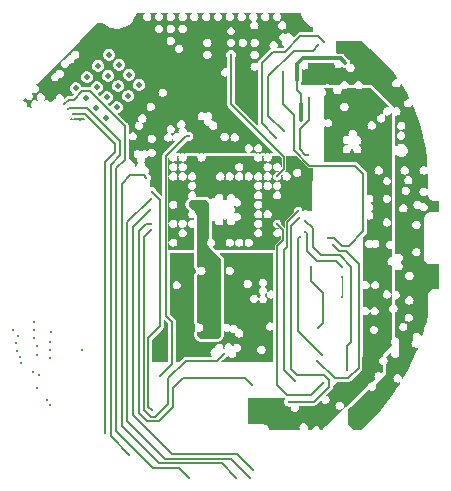
<source format=gbr>
%TF.GenerationSoftware,KiCad,Pcbnew,7.0.1*%
%TF.CreationDate,2023-12-30T18:27:53+00:00*%
%TF.ProjectId,watch_main,77617463-685f-46d6-9169-6e2e6b696361,rev?*%
%TF.SameCoordinates,Original*%
%TF.FileFunction,Copper,L6,Inr*%
%TF.FilePolarity,Positive*%
%FSLAX46Y46*%
G04 Gerber Fmt 4.6, Leading zero omitted, Abs format (unit mm)*
G04 Created by KiCad (PCBNEW 7.0.1) date 2023-12-30 18:27:53*
%MOMM*%
%LPD*%
G01*
G04 APERTURE LIST*
%TA.AperFunction,ComponentPad*%
%ADD10C,0.500000*%
%TD*%
%TA.AperFunction,ViaPad*%
%ADD11C,0.300000*%
%TD*%
%TA.AperFunction,Conductor*%
%ADD12C,0.150000*%
%TD*%
%TA.AperFunction,Conductor*%
%ADD13C,0.300000*%
%TD*%
%TA.AperFunction,Conductor*%
%ADD14C,0.118400*%
%TD*%
G04 APERTURE END LIST*
D10*
%TO.N,GND*%
%TO.C,U301*%
X143327207Y-84751472D03*
X142478679Y-83902944D03*
X141630151Y-83054416D03*
X140781623Y-82205888D03*
X142384634Y-85694045D03*
X141536106Y-84845517D03*
X140687578Y-83996989D03*
X139839050Y-83148461D03*
X141442061Y-86636619D03*
X140593533Y-85788091D03*
X139745004Y-84939562D03*
X138896476Y-84091034D03*
X140499487Y-87579192D03*
X139650959Y-86730664D03*
X138802431Y-85882136D03*
X137953903Y-85033608D03*
%TD*%
D11*
%TO.N,+VSYS*%
X153200000Y-112800000D03*
X160500000Y-88300000D03*
X155000000Y-113150000D03*
X153700000Y-113150000D03*
X163000000Y-87220000D03*
X154350000Y-113150000D03*
X161300000Y-85200000D03*
X159300000Y-85100000D03*
%TO.N,GND*%
X134700000Y-107600000D03*
X134700000Y-106900000D03*
X134400000Y-105500000D03*
X135900000Y-105700000D03*
X133200000Y-107800000D03*
X132600000Y-105500000D03*
X135800000Y-111900000D03*
X133000000Y-107300000D03*
X133100000Y-106000000D03*
X134300000Y-109100000D03*
X135800000Y-107900000D03*
X135800000Y-106500000D03*
X135800000Y-107200000D03*
X134400000Y-106200000D03*
X134800000Y-109300000D03*
X134400000Y-104800000D03*
X135500000Y-111400000D03*
X133300000Y-108300000D03*
X134700000Y-110400000D03*
%TO.N,+3V3*%
X156697000Y-84356000D03*
X157000000Y-86400000D03*
X147800000Y-94900000D03*
X157000000Y-87700000D03*
X149800000Y-105800000D03*
X160777000Y-82906000D03*
%TO.N,+1V8*%
X153100000Y-80700000D03*
X135600000Y-84400000D03*
X144400000Y-85900000D03*
X151600000Y-83700000D03*
X139100000Y-80800000D03*
X149100000Y-80200000D03*
X145100000Y-106100000D03*
X144400000Y-82100000D03*
X143000000Y-87700000D03*
X154500000Y-106950000D03*
X141600000Y-80300000D03*
X147300000Y-106100000D03*
X138280000Y-87690000D03*
X138300000Y-81600000D03*
X145400000Y-83100000D03*
X142600000Y-89700000D03*
X146200000Y-100500000D03*
X145100000Y-107200000D03*
X143300000Y-81100000D03*
X142300000Y-80200000D03*
X142300000Y-81000000D03*
X136300000Y-85400000D03*
X146000000Y-84900000D03*
X136500000Y-83200000D03*
X139900000Y-80100000D03*
X147300000Y-107200000D03*
X154500000Y-107500000D03*
X146000000Y-85800000D03*
X153100000Y-107400000D03*
%TO.N,VBUS*%
X157200000Y-84500000D03*
X161900000Y-111800000D03*
X162500000Y-111300000D03*
X161400000Y-112500000D03*
X160475000Y-81725000D03*
%TO.N,/STM32 Power/VDD11*%
X147800000Y-97300000D03*
X150200000Y-98100000D03*
X156700000Y-91225000D03*
X148600000Y-92500000D03*
%TO.N,/OSPI1.CS*%
X155000000Y-92500000D03*
X151100000Y-82200000D03*
%TO.N,/Micro SD/CD*%
X152700000Y-118000000D03*
X144300000Y-94400000D03*
%TO.N,/Micro SD/CMD*%
X160500000Y-102700000D03*
X160500000Y-101000000D03*
%TO.N,/STM32/MAG_INT*%
X157400000Y-97200000D03*
X160500000Y-100200000D03*
%TO.N,/I2C2.SDA*%
X157700000Y-85900000D03*
X157600000Y-90700000D03*
%TO.N,/STM32/IMU_INT1*%
X156850000Y-96050000D03*
X156000000Y-111600000D03*
%TO.N,/STM32/IMU_INT2*%
X156800000Y-95400000D03*
X156500000Y-109800000D03*
%TO.N,/Expansion Connector/GPIO2*%
X144400000Y-93825000D03*
X144400000Y-112300000D03*
%TO.N,/Bluetooth/SWD.RST*%
X137000000Y-86400000D03*
X147500000Y-118000000D03*
%TO.N,/STM32/SWD.RST*%
X158500000Y-105300000D03*
X157900000Y-100175000D03*
%TO.N,/SPI1.CS*%
X155000000Y-96500000D03*
X158900000Y-110000000D03*
%TO.N,/SPI1.MISO*%
X157400000Y-96300000D03*
X160900000Y-108900000D03*
%TO.N,/SPI1.SCK*%
X158400000Y-108100000D03*
X159700000Y-98300000D03*
%TO.N,/SPI1.MOSI*%
X156950000Y-97600000D03*
X158800000Y-107600000D03*
%TO.N,/STM32/LRA_EN*%
X158500000Y-81400000D03*
X155600000Y-88700000D03*
%TO.N,/Display Power/AVDDEN*%
X152900000Y-110200000D03*
X144300000Y-96500000D03*
%TO.N,/STM32/HR_INT*%
X158960000Y-81100000D03*
X154912500Y-89212500D03*
%TO.N,/Display Connector/SWIRE*%
X144300000Y-97000000D03*
X150500000Y-107500000D03*
%TO.N,/Flash/CS2*%
X159300000Y-97700000D03*
X155500000Y-83700000D03*
%TO.N,/GNSS/ANT_OFF*%
X138500000Y-107200000D03*
X132900000Y-106600000D03*
%TO.N,/GNSS/PPS*%
X145100000Y-109400000D03*
X147500000Y-89100000D03*
%TO.N,/Bluetooth/SWD.SWCLK*%
X140400000Y-114200000D03*
X137700000Y-87200000D03*
%TO.N,/Bluetooth/SWD.SWDIO*%
X142500000Y-116100000D03*
X137300000Y-86800000D03*
%TO.N,/STM32/SWD.SWCLK*%
X151500000Y-118000000D03*
X143900000Y-92600000D03*
%TO.N,/Micro SD/EN*%
X144250000Y-95350000D03*
X153000000Y-117400000D03*
%TD*%
D12*
%TO.N,+3V3*%
X156725000Y-85225000D02*
X157000000Y-85500000D01*
D13*
X157192893Y-82500000D02*
X156697000Y-82995893D01*
X156697000Y-82995893D02*
X156697000Y-84356000D01*
X160777000Y-82869893D02*
X160407107Y-82500000D01*
X160407107Y-82500000D02*
X157192893Y-82500000D01*
D12*
X156697000Y-84356000D02*
X156725000Y-84384000D01*
X157000000Y-85500000D02*
X157000000Y-86400000D01*
X156725000Y-84384000D02*
X156725000Y-85225000D01*
D13*
X160777000Y-82906000D02*
X160777000Y-82869893D01*
X157000000Y-87700000D02*
X157000000Y-86400000D01*
D12*
%TO.N,/OSPI1.CS*%
X151100000Y-86400000D02*
X155600000Y-90900000D01*
X155600000Y-91900000D02*
X155000000Y-92500000D01*
X155600000Y-90900000D02*
X155600000Y-91900000D01*
X151100000Y-82200000D02*
X151100000Y-86400000D01*
%TO.N,/Micro SD/CD*%
X144300000Y-94400000D02*
X142300000Y-96400000D01*
X145500000Y-116400000D02*
X151100000Y-116400000D01*
X151100000Y-116400000D02*
X152700000Y-118000000D01*
X142300000Y-113200000D02*
X145500000Y-116400000D01*
X142300000Y-96400000D02*
X142300000Y-113200000D01*
D14*
%TO.N,/Micro SD/CMD*%
X160500000Y-101000000D02*
X160500000Y-102700000D01*
D12*
%TO.N,/STM32/MAG_INT*%
X160000000Y-99700000D02*
X158400000Y-99700000D01*
X157500000Y-98800000D02*
X157500000Y-97300000D01*
X157500000Y-97300000D02*
X157400000Y-97200000D01*
X160500000Y-100200000D02*
X160000000Y-99700000D01*
X158400000Y-99700000D02*
X157500000Y-98800000D01*
%TO.N,/I2C2.SDA*%
X157700000Y-87700000D02*
X156900000Y-88500000D01*
X157700000Y-85900000D02*
X157700000Y-87700000D01*
X157400000Y-90700000D02*
X157600000Y-90700000D01*
X156900000Y-90200000D02*
X157400000Y-90700000D01*
X156900000Y-88500000D02*
X156900000Y-90200000D01*
%TO.N,/STM32/IMU_INT1*%
X156200000Y-108800000D02*
X156700000Y-109300000D01*
X156200000Y-96700000D02*
X156200000Y-108800000D01*
X158100000Y-111600000D02*
X156000000Y-111600000D01*
X156700000Y-109300000D02*
X159000000Y-109300000D01*
X159400000Y-110300000D02*
X158100000Y-111600000D01*
X159400000Y-109700000D02*
X159400000Y-110300000D01*
X159000000Y-109300000D02*
X159400000Y-109700000D01*
X156850000Y-96050000D02*
X156200000Y-96700000D01*
%TO.N,/STM32/IMU_INT2*%
X155850000Y-98500000D02*
X155600000Y-98750000D01*
X155850000Y-96350000D02*
X155850000Y-98500000D01*
X155600000Y-98750000D02*
X155600000Y-108900000D01*
X156800000Y-95400000D02*
X155850000Y-96350000D01*
X155600000Y-108900000D02*
X156500000Y-109800000D01*
%TO.N,/Expansion Connector/GPIO2*%
X144100000Y-106200000D02*
X144100000Y-112000000D01*
X144400000Y-93825000D02*
X145100000Y-94525000D01*
X144100000Y-112000000D02*
X144400000Y-112300000D01*
X145100000Y-105200000D02*
X144100000Y-106200000D01*
X145100000Y-94525000D02*
X145100000Y-105200000D01*
%TO.N,/Bluetooth/SWD.RST*%
X142100000Y-88200000D02*
X142100000Y-91100000D01*
X141400000Y-114100000D02*
X144500000Y-117200000D01*
X137400000Y-86000000D02*
X137800000Y-86000000D01*
X141400000Y-91800000D02*
X141400000Y-114100000D01*
X144500000Y-117200000D02*
X146700000Y-117200000D01*
X146700000Y-117200000D02*
X147500000Y-118000000D01*
X137000000Y-86400000D02*
X137400000Y-86000000D01*
X138500000Y-85300000D02*
X139200000Y-85300000D01*
X137800000Y-86000000D02*
X138500000Y-85300000D01*
X142100000Y-91100000D02*
X141400000Y-91800000D01*
X139200000Y-85300000D02*
X142100000Y-88200000D01*
%TO.N,/STM32/SWD.RST*%
X157900000Y-101400000D02*
X157900000Y-100175000D01*
X158900000Y-102400000D02*
X157900000Y-101400000D01*
X158500000Y-105300000D02*
X158900000Y-104900000D01*
X158900000Y-104900000D02*
X158900000Y-102400000D01*
%TO.N,/SPI1.CS*%
X155000000Y-98400000D02*
X155500000Y-97900000D01*
X157900000Y-111000000D02*
X155800000Y-111000000D01*
X155000000Y-110200000D02*
X155000000Y-98400000D01*
X155500000Y-97000000D02*
X155000000Y-96500000D01*
X155500000Y-97900000D02*
X155500000Y-97000000D01*
X155800000Y-111000000D02*
X155000000Y-110200000D01*
X158900000Y-110000000D02*
X157900000Y-111000000D01*
%TO.N,/SPI1.MISO*%
X161300000Y-100200000D02*
X161300000Y-106500000D01*
X158000000Y-98500000D02*
X158700000Y-99200000D01*
X161300000Y-106500000D02*
X160900000Y-106900000D01*
X158000000Y-96900000D02*
X158000000Y-98500000D01*
X160900000Y-106900000D02*
X160900000Y-108900000D01*
X157400000Y-96300000D02*
X158000000Y-96900000D01*
X158700000Y-99200000D02*
X160300000Y-99200000D01*
X160300000Y-99200000D02*
X161300000Y-100200000D01*
%TO.N,/SPI1.SCK*%
X160800000Y-98800000D02*
X161900000Y-99900000D01*
X159900000Y-109600000D02*
X158400000Y-108100000D01*
X161900000Y-108700000D02*
X161000000Y-109600000D01*
X161900000Y-99900000D02*
X161900000Y-108700000D01*
X160200000Y-98800000D02*
X160800000Y-98800000D01*
X159700000Y-98300000D02*
X160200000Y-98800000D01*
X161000000Y-109600000D02*
X159900000Y-109600000D01*
%TO.N,/SPI1.MOSI*%
X156950000Y-97600000D02*
X156800000Y-97750000D01*
X156800000Y-105600000D02*
X158800000Y-107600000D01*
X156800000Y-97750000D02*
X156800000Y-105600000D01*
%TO.N,/STM32/LRA_EN*%
X156400000Y-81900000D02*
X158000000Y-81900000D01*
X155600000Y-88700000D02*
X154265000Y-87365000D01*
X158000000Y-81900000D02*
X158500000Y-81400000D01*
X154265000Y-87365000D02*
X154265000Y-84035000D01*
X154265000Y-84035000D02*
X156400000Y-81900000D01*
%TO.N,/Display Power/AVDDEN*%
X143300000Y-97100000D02*
X143300000Y-112500000D01*
X146200000Y-110400000D02*
X147000000Y-109600000D01*
X152300000Y-109600000D02*
X152900000Y-110200000D01*
X144000000Y-113200000D02*
X145000000Y-113200000D01*
X144300000Y-96500000D02*
X143900000Y-96500000D01*
X145000000Y-113200000D02*
X146200000Y-112000000D01*
X146200000Y-112000000D02*
X146200000Y-110400000D01*
X147000000Y-109600000D02*
X152300000Y-109600000D01*
X143300000Y-112500000D02*
X144000000Y-113200000D01*
X143900000Y-96500000D02*
X143300000Y-97100000D01*
%TO.N,/STM32/HR_INT*%
X154650000Y-81950000D02*
X155650000Y-81950000D01*
X154912500Y-89212500D02*
X153700000Y-88000000D01*
X155650000Y-81950000D02*
X156971000Y-80629000D01*
X156971000Y-80629000D02*
X158489000Y-80629000D01*
X153700000Y-82900000D02*
X154650000Y-81950000D01*
X153700000Y-88000000D02*
X153700000Y-82900000D01*
X158489000Y-80629000D02*
X158960000Y-81100000D01*
%TO.N,/Display Connector/SWIRE*%
X143700000Y-97600000D02*
X143700000Y-112300000D01*
X149900000Y-108100000D02*
X150500000Y-107500000D01*
X145800000Y-111800000D02*
X145800000Y-109600000D01*
X145800000Y-109600000D02*
X147300000Y-108100000D01*
X144300000Y-112900000D02*
X144700000Y-112900000D01*
X144300000Y-97000000D02*
X143700000Y-97600000D01*
X144700000Y-112900000D02*
X145800000Y-111800000D01*
X147300000Y-108100000D02*
X149900000Y-108100000D01*
X143700000Y-112300000D02*
X144300000Y-112900000D01*
%TO.N,/Flash/CS2*%
X160475000Y-98375000D02*
X161075000Y-98375000D01*
X155500000Y-86400000D02*
X155500000Y-83700000D01*
X162300000Y-92300000D02*
X161600000Y-91600000D01*
X159800000Y-97700000D02*
X160475000Y-98375000D01*
X156400000Y-87300000D02*
X155500000Y-86400000D01*
X161600000Y-91600000D02*
X157700000Y-91600000D01*
X157700000Y-91600000D02*
X156400000Y-90300000D01*
X156400000Y-90300000D02*
X156400000Y-87300000D01*
X162300000Y-97150000D02*
X162300000Y-92300000D01*
X161075000Y-98375000D02*
X162300000Y-97150000D01*
X159300000Y-97700000D02*
X159800000Y-97700000D01*
%TO.N,/GNSS/PPS*%
X145600000Y-104300000D02*
X146100000Y-104800000D01*
X146100000Y-104800000D02*
X146100000Y-108400000D01*
X146100000Y-108400000D02*
X145100000Y-109400000D01*
X145600000Y-90800000D02*
X145600000Y-104300000D01*
X147500000Y-89100000D02*
X147300000Y-89100000D01*
X147300000Y-89100000D02*
X145600000Y-90800000D01*
%TO.N,/Bluetooth/SWD.SWCLK*%
X140400000Y-91300000D02*
X141300000Y-90400000D01*
X141300000Y-90400000D02*
X141300000Y-89800000D01*
X138700000Y-87200000D02*
X137700000Y-87200000D01*
X141300000Y-89800000D02*
X138700000Y-87200000D01*
X140400000Y-114200000D02*
X140400000Y-91300000D01*
%TO.N,/Bluetooth/SWD.SWDIO*%
X137400000Y-86700000D02*
X137300000Y-86800000D01*
X141700000Y-90700000D02*
X141700000Y-89500000D01*
X142500000Y-116100000D02*
X140900000Y-114500000D01*
X138900000Y-86700000D02*
X137400000Y-86700000D01*
X140900000Y-91500000D02*
X141700000Y-90700000D01*
X141700000Y-89500000D02*
X138900000Y-86700000D01*
X140900000Y-114500000D02*
X140900000Y-91500000D01*
%TO.N,/STM32/SWD.SWCLK*%
X150300000Y-116800000D02*
X145000000Y-116800000D01*
X145000000Y-116800000D02*
X141875000Y-113675000D01*
X142575000Y-92425000D02*
X143725000Y-92425000D01*
X151500000Y-118000000D02*
X150300000Y-116800000D01*
X143725000Y-92425000D02*
X143900000Y-92600000D01*
X141875000Y-93125000D02*
X142575000Y-92425000D01*
X141875000Y-113675000D02*
X141875000Y-93125000D01*
%TO.N,/Micro SD/EN*%
X146100000Y-116000000D02*
X151600000Y-116000000D01*
X151600000Y-116000000D02*
X153000000Y-117400000D01*
X144250000Y-95350000D02*
X142800000Y-96800000D01*
X142800000Y-96800000D02*
X142800000Y-112700000D01*
X142800000Y-112700000D02*
X146100000Y-116000000D01*
%TD*%
%TA.AperFunction,Conductor*%
%TO.N,+VSYS*%
G36*
X159470895Y-85000512D02*
G01*
X159513028Y-85005500D01*
X159689295Y-85005500D01*
X159729598Y-85017438D01*
X159756897Y-85049402D01*
X159762383Y-85091073D01*
X159745131Y-85200000D01*
X159762500Y-85309661D01*
X159812905Y-85408587D01*
X159891413Y-85487095D01*
X159990339Y-85537500D01*
X160100000Y-85554869D01*
X160209661Y-85537500D01*
X160308587Y-85487095D01*
X160387095Y-85408587D01*
X160437500Y-85309661D01*
X160454869Y-85200000D01*
X160451481Y-85178613D01*
X160456202Y-85138724D01*
X160481073Y-85107174D01*
X160518763Y-85093269D01*
X160558162Y-85101105D01*
X160590339Y-85117500D01*
X160700000Y-85134869D01*
X160809661Y-85117500D01*
X160908587Y-85067095D01*
X160954007Y-85021674D01*
X160978015Y-85005633D01*
X161006334Y-85000000D01*
X161062485Y-85000000D01*
X161071183Y-85000513D01*
X161113319Y-85005500D01*
X161486681Y-85005500D01*
X161528817Y-85000513D01*
X161537515Y-85000000D01*
X161593666Y-85000000D01*
X161621985Y-85005633D01*
X161645992Y-85021674D01*
X161691413Y-85067095D01*
X161790339Y-85117500D01*
X161900000Y-85134869D01*
X162009661Y-85117500D01*
X162108587Y-85067095D01*
X162154007Y-85021674D01*
X162178015Y-85005633D01*
X162206334Y-85000000D01*
X162262485Y-85000000D01*
X162271183Y-85000513D01*
X162313319Y-85005500D01*
X162863516Y-85005500D01*
X162891835Y-85011133D01*
X162915842Y-85027174D01*
X164416755Y-86528087D01*
X164437518Y-86568837D01*
X164430364Y-86614008D01*
X164398025Y-86646347D01*
X164352853Y-86653502D01*
X164300000Y-86645131D01*
X164190339Y-86662500D01*
X164140875Y-86687702D01*
X164091412Y-86712905D01*
X164012905Y-86791412D01*
X163987702Y-86840876D01*
X163962500Y-86890339D01*
X163945131Y-87000000D01*
X163962500Y-87109661D01*
X163985916Y-87155617D01*
X163993753Y-87195019D01*
X163979848Y-87232708D01*
X163948299Y-87257579D01*
X163908405Y-87262301D01*
X163800000Y-87245131D01*
X163690339Y-87262500D01*
X163642070Y-87287094D01*
X163591412Y-87312905D01*
X163512905Y-87391412D01*
X163495449Y-87425672D01*
X163462500Y-87490339D01*
X163445131Y-87600000D01*
X163462500Y-87709661D01*
X163512905Y-87808587D01*
X163591413Y-87887095D01*
X163690339Y-87937500D01*
X163800000Y-87954869D01*
X163909661Y-87937500D01*
X164008587Y-87887095D01*
X164087095Y-87808587D01*
X164137500Y-87709661D01*
X164154869Y-87600000D01*
X164137500Y-87490339D01*
X164114082Y-87444379D01*
X164106246Y-87404981D01*
X164120151Y-87367291D01*
X164151700Y-87342420D01*
X164191591Y-87337698D01*
X164300000Y-87354869D01*
X164409661Y-87337500D01*
X164508587Y-87287095D01*
X164587095Y-87208587D01*
X164610065Y-87163504D01*
X164645019Y-87129898D01*
X164693275Y-87125145D01*
X164734113Y-87151287D01*
X164750000Y-87197100D01*
X164750000Y-87382404D01*
X164749234Y-87393023D01*
X164744500Y-87425672D01*
X164744500Y-88500000D01*
X163144007Y-88500000D01*
X163208587Y-88467095D01*
X163287095Y-88388587D01*
X163337500Y-88289661D01*
X163354869Y-88180000D01*
X163337500Y-88070339D01*
X163287095Y-87971413D01*
X163208587Y-87892905D01*
X163109661Y-87842500D01*
X163000000Y-87825131D01*
X162890339Y-87842500D01*
X162840876Y-87867702D01*
X162791412Y-87892905D01*
X162712905Y-87971412D01*
X162687702Y-88020875D01*
X162662500Y-88070339D01*
X162645131Y-88180000D01*
X162662500Y-88289661D01*
X162712905Y-88388587D01*
X162791413Y-88467095D01*
X162855993Y-88500000D01*
X159000000Y-88500000D01*
X159000000Y-88331085D01*
X159016491Y-88284516D01*
X159058614Y-88258702D01*
X159107595Y-88265150D01*
X159134570Y-88278894D01*
X159210339Y-88317500D01*
X159320000Y-88334869D01*
X159429661Y-88317500D01*
X159528587Y-88267095D01*
X159607095Y-88188587D01*
X159657500Y-88089661D01*
X159674869Y-87980000D01*
X159657500Y-87870339D01*
X159607095Y-87771413D01*
X159528587Y-87692905D01*
X159429661Y-87642500D01*
X159320000Y-87625131D01*
X159210339Y-87642500D01*
X159107595Y-87694850D01*
X159058614Y-87701298D01*
X159016491Y-87675484D01*
X159000000Y-87628915D01*
X159000000Y-86600000D01*
X160345131Y-86600000D01*
X160362500Y-86709661D01*
X160412905Y-86808587D01*
X160491413Y-86887095D01*
X160590339Y-86937500D01*
X160700000Y-86954869D01*
X160809661Y-86937500D01*
X160908587Y-86887095D01*
X160987095Y-86808587D01*
X161037500Y-86709661D01*
X161054869Y-86600000D01*
X161037500Y-86490339D01*
X160987095Y-86391413D01*
X160908587Y-86312905D01*
X160809661Y-86262500D01*
X160700000Y-86245131D01*
X160590339Y-86262500D01*
X160540876Y-86287702D01*
X160491412Y-86312905D01*
X160412905Y-86391412D01*
X160387702Y-86440875D01*
X160362500Y-86490339D01*
X160345131Y-86600000D01*
X159000000Y-86600000D01*
X159000000Y-85726334D01*
X159005633Y-85698015D01*
X159021674Y-85674008D01*
X159021673Y-85674008D01*
X159087095Y-85608587D01*
X159137500Y-85509661D01*
X159154869Y-85400000D01*
X159137500Y-85290339D01*
X159087095Y-85191413D01*
X159027508Y-85131826D01*
X159007256Y-85093937D01*
X159011467Y-85051181D01*
X159038722Y-85017971D01*
X159079834Y-85005500D01*
X159086972Y-85005500D01*
X159129105Y-85000513D01*
X159137803Y-85000000D01*
X159462198Y-85000000D01*
X159470895Y-85000512D01*
G37*
%TD.AperFunction*%
%TD*%
%TA.AperFunction,Conductor*%
%TO.N,/STM32 Power/VDD11*%
G36*
X146641336Y-90757099D02*
G01*
X146657568Y-90776104D01*
X146660830Y-90800883D01*
X146645131Y-90900000D01*
X146662499Y-91009661D01*
X146712902Y-91108584D01*
X146791415Y-91187097D01*
X146890338Y-91237500D01*
X146905332Y-91239874D01*
X147000000Y-91254869D01*
X147109661Y-91237500D01*
X147109660Y-91237500D01*
X147208584Y-91187097D01*
X147208584Y-91187096D01*
X147208587Y-91187095D01*
X147287095Y-91108587D01*
X147323316Y-91037500D01*
X147337500Y-91009661D01*
X147344011Y-90968552D01*
X147354869Y-90900000D01*
X147339170Y-90800882D01*
X147342432Y-90776104D01*
X147358664Y-90757099D01*
X147382628Y-90750000D01*
X148217372Y-90750000D01*
X148241336Y-90757099D01*
X148257568Y-90776104D01*
X148260830Y-90800883D01*
X148245131Y-90900000D01*
X148262499Y-91009661D01*
X148312902Y-91108584D01*
X148391415Y-91187097D01*
X148490338Y-91237500D01*
X148505332Y-91239874D01*
X148600000Y-91254869D01*
X148709661Y-91237500D01*
X148709660Y-91237500D01*
X148808584Y-91187097D01*
X148808584Y-91187096D01*
X148808587Y-91187095D01*
X148887095Y-91108587D01*
X148923316Y-91037500D01*
X148937500Y-91009661D01*
X148944011Y-90968552D01*
X148954869Y-90900000D01*
X148939170Y-90800882D01*
X148942432Y-90776104D01*
X148958664Y-90757099D01*
X148982628Y-90750000D01*
X153017372Y-90750000D01*
X153041336Y-90757099D01*
X153057568Y-90776104D01*
X153060830Y-90800883D01*
X153045131Y-90900000D01*
X153062499Y-91009661D01*
X153112902Y-91108584D01*
X153191415Y-91187097D01*
X153290338Y-91237500D01*
X153305332Y-91239874D01*
X153400000Y-91254869D01*
X153509661Y-91237500D01*
X153509660Y-91237500D01*
X153608584Y-91187097D01*
X153608584Y-91187096D01*
X153608587Y-91187095D01*
X153687095Y-91108587D01*
X153723316Y-91037500D01*
X153737500Y-91009661D01*
X153744011Y-90968552D01*
X153754869Y-90900000D01*
X153739170Y-90800882D01*
X153742432Y-90776104D01*
X153758664Y-90757099D01*
X153782628Y-90750000D01*
X153817372Y-90750000D01*
X153841336Y-90757099D01*
X153857568Y-90776104D01*
X153860830Y-90800883D01*
X153845131Y-90900000D01*
X153862499Y-91009661D01*
X153912902Y-91108584D01*
X153991415Y-91187097D01*
X154090338Y-91237500D01*
X154105332Y-91239874D01*
X154200000Y-91254869D01*
X154309661Y-91237500D01*
X154309660Y-91237500D01*
X154408584Y-91187097D01*
X154408584Y-91187096D01*
X154408587Y-91187095D01*
X154487095Y-91108587D01*
X154523316Y-91037500D01*
X154537500Y-91009661D01*
X154544011Y-90968552D01*
X154554869Y-90900000D01*
X154539170Y-90800882D01*
X154542432Y-90776104D01*
X154558664Y-90757099D01*
X154582628Y-90750000D01*
X155197722Y-90750000D01*
X155228835Y-90762887D01*
X155421613Y-90955665D01*
X155434500Y-90986778D01*
X155434500Y-91643701D01*
X155422810Y-91673568D01*
X155393952Y-91687565D01*
X155363260Y-91678255D01*
X155347042Y-91650584D01*
X155337500Y-91590338D01*
X155287097Y-91491415D01*
X155208584Y-91412902D01*
X155109661Y-91362499D01*
X155000000Y-91345131D01*
X154890338Y-91362499D01*
X154791415Y-91412902D01*
X154712902Y-91491415D01*
X154662499Y-91590338D01*
X154645131Y-91700000D01*
X154662499Y-91809661D01*
X154712902Y-91908584D01*
X154791415Y-91987097D01*
X154890338Y-92037500D01*
X154905332Y-92039874D01*
X155000000Y-92054869D01*
X155098311Y-92039297D01*
X155116544Y-92036410D01*
X155116911Y-92038733D01*
X155134545Y-92036636D01*
X155159883Y-92053551D01*
X155168160Y-92082870D01*
X155155408Y-92110538D01*
X155120149Y-92145797D01*
X155102633Y-92156530D01*
X155082153Y-92158142D01*
X155000000Y-92145131D01*
X154890338Y-92162499D01*
X154791415Y-92212902D01*
X154712902Y-92291415D01*
X154662499Y-92390338D01*
X154645131Y-92500000D01*
X154662499Y-92609661D01*
X154712902Y-92708584D01*
X154791415Y-92787097D01*
X154890338Y-92837500D01*
X154905332Y-92839874D01*
X155000000Y-92854869D01*
X155109661Y-92837500D01*
X155109661Y-92837499D01*
X155208584Y-92787097D01*
X155208584Y-92787096D01*
X155208587Y-92787095D01*
X155287095Y-92708587D01*
X155307578Y-92668388D01*
X155337500Y-92609661D01*
X155354869Y-92500000D01*
X155350682Y-92473568D01*
X155341856Y-92417844D01*
X155343467Y-92397366D01*
X155354199Y-92379851D01*
X155389464Y-92344586D01*
X155417116Y-92331836D01*
X155446425Y-92340094D01*
X155463355Y-92365405D01*
X155461273Y-92383089D01*
X155463590Y-92383456D01*
X155445131Y-92500000D01*
X155462499Y-92609661D01*
X155512902Y-92708584D01*
X155591415Y-92787097D01*
X155690338Y-92837500D01*
X155705332Y-92839874D01*
X155800000Y-92854869D01*
X155909661Y-92837500D01*
X155909661Y-92837499D01*
X156008584Y-92787097D01*
X156008584Y-92787096D01*
X156008587Y-92787095D01*
X156087095Y-92708587D01*
X156107578Y-92668388D01*
X156137500Y-92609661D01*
X156137500Y-92609660D01*
X156154869Y-92500000D01*
X156138613Y-92397366D01*
X156137500Y-92390338D01*
X156087097Y-92291415D01*
X156008584Y-92212902D01*
X155934194Y-92174999D01*
X156345131Y-92174999D01*
X156362499Y-92284661D01*
X156412902Y-92383584D01*
X156491415Y-92462097D01*
X156590338Y-92512500D01*
X156605332Y-92514874D01*
X156700000Y-92529869D01*
X156809661Y-92512500D01*
X156858599Y-92487565D01*
X156908584Y-92462097D01*
X156908584Y-92462096D01*
X156908587Y-92462095D01*
X156987095Y-92383587D01*
X156996360Y-92365405D01*
X157037500Y-92284661D01*
X157048865Y-92212905D01*
X157054869Y-92175000D01*
X157037500Y-92065339D01*
X157037500Y-92065338D01*
X156987097Y-91966415D01*
X156908584Y-91887902D01*
X156809661Y-91837499D01*
X156700000Y-91820131D01*
X156590338Y-91837499D01*
X156491415Y-91887902D01*
X156412902Y-91966415D01*
X156362499Y-92065338D01*
X156345131Y-92174999D01*
X155934194Y-92174999D01*
X155909661Y-92162499D01*
X155800000Y-92145131D01*
X155683456Y-92163590D01*
X155683089Y-92161273D01*
X155665405Y-92163355D01*
X155640094Y-92146425D01*
X155631836Y-92117116D01*
X155644586Y-92089464D01*
X155703569Y-92030481D01*
X155709684Y-92025387D01*
X155727586Y-92013031D01*
X155743615Y-91982487D01*
X155744893Y-91980222D01*
X155762735Y-91950711D01*
X155762735Y-91950708D01*
X155764266Y-91945795D01*
X155765500Y-91940791D01*
X155765500Y-91906334D01*
X155765580Y-91903678D01*
X155766534Y-91887902D01*
X155767661Y-91869275D01*
X155767659Y-91869272D01*
X155766698Y-91864018D01*
X155767402Y-91863888D01*
X155765500Y-91855028D01*
X155765500Y-90919035D01*
X155766221Y-90911104D01*
X155767011Y-90906791D01*
X155770142Y-90889708D01*
X155759888Y-90856806D01*
X155759178Y-90854260D01*
X155750929Y-90820787D01*
X155750928Y-90820786D01*
X155750928Y-90820785D01*
X155748446Y-90816056D01*
X155749085Y-90815720D01*
X155744611Y-90807778D01*
X155744382Y-90807040D01*
X155744681Y-90780033D01*
X155760700Y-90758289D01*
X155786405Y-90750000D01*
X156597722Y-90750000D01*
X156614560Y-90753349D01*
X156628834Y-90762886D01*
X157103447Y-91237500D01*
X157569516Y-91703569D01*
X157574614Y-91709687D01*
X157586967Y-91727584D01*
X157586969Y-91727586D01*
X157613247Y-91741377D01*
X157617479Y-91743599D01*
X157619775Y-91744893D01*
X157649289Y-91762735D01*
X157649291Y-91762735D01*
X157654220Y-91764271D01*
X157659207Y-91765500D01*
X157659208Y-91765500D01*
X157693666Y-91765500D01*
X157696322Y-91765580D01*
X157697342Y-91765641D01*
X157730725Y-91767661D01*
X157730728Y-91767659D01*
X157735982Y-91766698D01*
X157736111Y-91767402D01*
X157744972Y-91765500D01*
X157956000Y-91765500D01*
X157987113Y-91778387D01*
X158000000Y-91809500D01*
X158000000Y-92881638D01*
X157997846Y-92895235D01*
X157981524Y-92945466D01*
X157949502Y-93147646D01*
X157949502Y-93193827D01*
X157949501Y-95356000D01*
X157936614Y-95387113D01*
X157905501Y-95400000D01*
X157593822Y-95400000D01*
X157573846Y-95395204D01*
X157509660Y-95362499D01*
X157400000Y-95345131D01*
X157290340Y-95362499D01*
X157213448Y-95401677D01*
X157186589Y-95405930D01*
X157162360Y-95393585D01*
X157150015Y-95369355D01*
X157137500Y-95290338D01*
X157087097Y-95191415D01*
X157008584Y-95112902D01*
X156909661Y-95062499D01*
X156800000Y-95045131D01*
X156690338Y-95062499D01*
X156591415Y-95112902D01*
X156512902Y-95191415D01*
X156462499Y-95290338D01*
X156445131Y-95400000D01*
X156458142Y-95482152D01*
X156456530Y-95502632D01*
X156445797Y-95520148D01*
X155746431Y-96219515D01*
X155740314Y-96224612D01*
X155722415Y-96236967D01*
X155722413Y-96236969D01*
X155706397Y-96267483D01*
X155705093Y-96269794D01*
X155687264Y-96299288D01*
X155685736Y-96304193D01*
X155684500Y-96309208D01*
X155684500Y-96343666D01*
X155684420Y-96346322D01*
X155682339Y-96380726D01*
X155683302Y-96385982D01*
X155682597Y-96386111D01*
X155684500Y-96394972D01*
X155684500Y-96842663D01*
X155676711Y-96867658D01*
X155656102Y-96883804D01*
X155629970Y-96885384D01*
X155607565Y-96871840D01*
X155596828Y-96859720D01*
X155592432Y-96856686D01*
X155592838Y-96856096D01*
X155585229Y-96851176D01*
X155478673Y-96744620D01*
X155354200Y-96620148D01*
X155343467Y-96602632D01*
X155341856Y-96582154D01*
X155354869Y-96500000D01*
X155352899Y-96487565D01*
X155337500Y-96390338D01*
X155287097Y-96291415D01*
X155208584Y-96212902D01*
X155109661Y-96162499D01*
X155000000Y-96145131D01*
X154890338Y-96162499D01*
X154791415Y-96212902D01*
X154712902Y-96291415D01*
X154662499Y-96390338D01*
X154645131Y-96499999D01*
X154662499Y-96609661D01*
X154712902Y-96708584D01*
X154791415Y-96787097D01*
X154890338Y-96837500D01*
X154999999Y-96854869D01*
X154999999Y-96854868D01*
X155000000Y-96854869D01*
X155082154Y-96841856D01*
X155102632Y-96843467D01*
X155120149Y-96854201D01*
X155155410Y-96889462D01*
X155168161Y-96917120D01*
X155159897Y-96946433D01*
X155134577Y-96963357D01*
X155116911Y-96961270D01*
X155116544Y-96963590D01*
X155000000Y-96945131D01*
X154890338Y-96962499D01*
X154791415Y-97012902D01*
X154712902Y-97091415D01*
X154662499Y-97190338D01*
X154645131Y-97300000D01*
X154662499Y-97409661D01*
X154712902Y-97508584D01*
X154791415Y-97587097D01*
X154890338Y-97637500D01*
X154905332Y-97639874D01*
X155000000Y-97654869D01*
X155109661Y-97637500D01*
X155109660Y-97637500D01*
X155208586Y-97587096D01*
X155259387Y-97536295D01*
X155281916Y-97524253D01*
X155307338Y-97526756D01*
X155327085Y-97542962D01*
X155334500Y-97567407D01*
X155334500Y-97813221D01*
X155331151Y-97830059D01*
X155321613Y-97844334D01*
X154896431Y-98269515D01*
X154890314Y-98274612D01*
X154872415Y-98286967D01*
X154872413Y-98286969D01*
X154856397Y-98317483D01*
X154855093Y-98319794D01*
X154837264Y-98349288D01*
X154835736Y-98354193D01*
X154834500Y-98359208D01*
X154834500Y-98393666D01*
X154834420Y-98396322D01*
X154832339Y-98430726D01*
X154833302Y-98435982D01*
X154832597Y-98436111D01*
X154834500Y-98444972D01*
X154834500Y-98706000D01*
X154821613Y-98737113D01*
X154790500Y-98750000D01*
X149879558Y-98750000D01*
X149848445Y-98737113D01*
X149578433Y-98467101D01*
X149566088Y-98442871D01*
X149570342Y-98416011D01*
X149589571Y-98396783D01*
X149608587Y-98387095D01*
X149687095Y-98308587D01*
X149737500Y-98209661D01*
X149754869Y-98100000D01*
X149754869Y-98099999D01*
X150645131Y-98099999D01*
X150662499Y-98209661D01*
X150712902Y-98308584D01*
X150791415Y-98387097D01*
X150890338Y-98437500D01*
X150905332Y-98439874D01*
X151000000Y-98454869D01*
X151109661Y-98437500D01*
X151157310Y-98413222D01*
X151208584Y-98387097D01*
X151208584Y-98387096D01*
X151208587Y-98387095D01*
X151287095Y-98308587D01*
X151337500Y-98209661D01*
X151354869Y-98100000D01*
X151354869Y-98099999D01*
X151445131Y-98099999D01*
X151462499Y-98209661D01*
X151512902Y-98308584D01*
X151591415Y-98387097D01*
X151690338Y-98437500D01*
X151705332Y-98439874D01*
X151800000Y-98454869D01*
X151909661Y-98437500D01*
X151957310Y-98413222D01*
X152008584Y-98387097D01*
X152008584Y-98387096D01*
X152008587Y-98387095D01*
X152087095Y-98308587D01*
X152137500Y-98209661D01*
X152154869Y-98100000D01*
X152154869Y-98099999D01*
X152245131Y-98099999D01*
X152262499Y-98209661D01*
X152312902Y-98308584D01*
X152391415Y-98387097D01*
X152490338Y-98437500D01*
X152505332Y-98439874D01*
X152600000Y-98454869D01*
X152709661Y-98437500D01*
X152757310Y-98413222D01*
X152808584Y-98387097D01*
X152808584Y-98387096D01*
X152808587Y-98387095D01*
X152887095Y-98308587D01*
X152937500Y-98209661D01*
X152954869Y-98100000D01*
X152937500Y-97990339D01*
X152937500Y-97990338D01*
X152887097Y-97891415D01*
X152808584Y-97812902D01*
X152709661Y-97762499D01*
X152600000Y-97745131D01*
X152490338Y-97762499D01*
X152391415Y-97812902D01*
X152312902Y-97891415D01*
X152262499Y-97990338D01*
X152245131Y-98099999D01*
X152154869Y-98099999D01*
X152137500Y-97990339D01*
X152137500Y-97990338D01*
X152087097Y-97891415D01*
X152008584Y-97812902D01*
X151909661Y-97762499D01*
X151800000Y-97745131D01*
X151690338Y-97762499D01*
X151591415Y-97812902D01*
X151512902Y-97891415D01*
X151462499Y-97990338D01*
X151445131Y-98099999D01*
X151354869Y-98099999D01*
X151337500Y-97990339D01*
X151337500Y-97990338D01*
X151287097Y-97891415D01*
X151208584Y-97812902D01*
X151109661Y-97762499D01*
X151000000Y-97745131D01*
X150890338Y-97762499D01*
X150791415Y-97812902D01*
X150712902Y-97891415D01*
X150662499Y-97990338D01*
X150645131Y-98099999D01*
X149754869Y-98099999D01*
X149737500Y-97990339D01*
X149737500Y-97990338D01*
X149687097Y-97891415D01*
X149608586Y-97812904D01*
X149555747Y-97785982D01*
X149529522Y-97772620D01*
X149511984Y-97756407D01*
X149505500Y-97733417D01*
X149505500Y-97300000D01*
X153045131Y-97300000D01*
X153062499Y-97409661D01*
X153112902Y-97508584D01*
X153191415Y-97587097D01*
X153290338Y-97637500D01*
X153305332Y-97639874D01*
X153400000Y-97654869D01*
X153509661Y-97637500D01*
X153509660Y-97637500D01*
X153608584Y-97587097D01*
X153608584Y-97587096D01*
X153608587Y-97587095D01*
X153687095Y-97508587D01*
X153696394Y-97490338D01*
X153737500Y-97409661D01*
X153740911Y-97388124D01*
X153754869Y-97300000D01*
X153737500Y-97190339D01*
X153737500Y-97190338D01*
X153687097Y-97091415D01*
X153608584Y-97012902D01*
X153509661Y-96962499D01*
X153400000Y-96945131D01*
X153290338Y-96962499D01*
X153191415Y-97012902D01*
X153112902Y-97091415D01*
X153062499Y-97190338D01*
X153045131Y-97300000D01*
X149505500Y-97300000D01*
X149505500Y-96291419D01*
X149512599Y-96267455D01*
X149531604Y-96251223D01*
X149556384Y-96247961D01*
X149599999Y-96254869D01*
X149599999Y-96254868D01*
X149600000Y-96254869D01*
X149696382Y-96239603D01*
X149723240Y-96243856D01*
X149742469Y-96263084D01*
X149746724Y-96289942D01*
X149745131Y-96300000D01*
X149762499Y-96409661D01*
X149812902Y-96508584D01*
X149891415Y-96587097D01*
X149990338Y-96637500D01*
X150005332Y-96639874D01*
X150100000Y-96654869D01*
X150209661Y-96637500D01*
X150209660Y-96637500D01*
X150308584Y-96587097D01*
X150308584Y-96587096D01*
X150308587Y-96587095D01*
X150387095Y-96508587D01*
X150391471Y-96500000D01*
X150437500Y-96409661D01*
X150438954Y-96400482D01*
X150454869Y-96300000D01*
X150437500Y-96190339D01*
X150437030Y-96187371D01*
X150441284Y-96160512D01*
X150460512Y-96141284D01*
X150487371Y-96137030D01*
X150490339Y-96137500D01*
X150600000Y-96154869D01*
X150709661Y-96137500D01*
X150709661Y-96137499D01*
X150712628Y-96137030D01*
X150739486Y-96141284D01*
X150758715Y-96160512D01*
X150762969Y-96187371D01*
X150745131Y-96299999D01*
X150762499Y-96409661D01*
X150812902Y-96508584D01*
X150891415Y-96587097D01*
X150990338Y-96637500D01*
X151005332Y-96639874D01*
X151100000Y-96654869D01*
X151209661Y-96637500D01*
X151209660Y-96637500D01*
X151308584Y-96587097D01*
X151308584Y-96587096D01*
X151308587Y-96587095D01*
X151387095Y-96508587D01*
X151391471Y-96500000D01*
X151391472Y-96499999D01*
X153045131Y-96499999D01*
X153062499Y-96609661D01*
X153112902Y-96708584D01*
X153191415Y-96787097D01*
X153290338Y-96837500D01*
X153295699Y-96838349D01*
X153400000Y-96854869D01*
X153509661Y-96837500D01*
X153530526Y-96826869D01*
X153608584Y-96787097D01*
X153608584Y-96787096D01*
X153608587Y-96787095D01*
X153687095Y-96708587D01*
X153723316Y-96637500D01*
X153737500Y-96609661D01*
X153742626Y-96577297D01*
X153754869Y-96500000D01*
X153738234Y-96394972D01*
X153737500Y-96390338D01*
X153687097Y-96291415D01*
X153608584Y-96212902D01*
X153509661Y-96162499D01*
X153400000Y-96145131D01*
X153290338Y-96162499D01*
X153191415Y-96212902D01*
X153112902Y-96291415D01*
X153062499Y-96390338D01*
X153045131Y-96499999D01*
X151391472Y-96499999D01*
X151437500Y-96409661D01*
X151454869Y-96300002D01*
X151454756Y-96299288D01*
X151453276Y-96289945D01*
X151457529Y-96263087D01*
X151476758Y-96243857D01*
X151503617Y-96239603D01*
X151600000Y-96254869D01*
X151709661Y-96237500D01*
X151710707Y-96236967D01*
X151808584Y-96187097D01*
X151808584Y-96187096D01*
X151808587Y-96187095D01*
X151887095Y-96108587D01*
X151908757Y-96066074D01*
X151937500Y-96009661D01*
X151939937Y-95994273D01*
X151954869Y-95900000D01*
X151937500Y-95790339D01*
X151937500Y-95790338D01*
X151891471Y-95699999D01*
X153045131Y-95699999D01*
X153062499Y-95809661D01*
X153112902Y-95908584D01*
X153191415Y-95987097D01*
X153290338Y-96037500D01*
X153295920Y-96038384D01*
X153400000Y-96054869D01*
X153509661Y-96037500D01*
X153534380Y-96024905D01*
X153608584Y-95987097D01*
X153608584Y-95987096D01*
X153608587Y-95987095D01*
X153687095Y-95908587D01*
X153691471Y-95900000D01*
X153737500Y-95809661D01*
X153740560Y-95790339D01*
X153754869Y-95700000D01*
X153754869Y-95699999D01*
X153845131Y-95699999D01*
X153862499Y-95809661D01*
X153912902Y-95908584D01*
X153991415Y-95987097D01*
X154090338Y-96037500D01*
X154095920Y-96038384D01*
X154200000Y-96054869D01*
X154309661Y-96037500D01*
X154334380Y-96024905D01*
X154408584Y-95987097D01*
X154408584Y-95987096D01*
X154408587Y-95987095D01*
X154487095Y-95908587D01*
X154491471Y-95900000D01*
X154537500Y-95809661D01*
X154540560Y-95790339D01*
X154554869Y-95700000D01*
X154537500Y-95590339D01*
X154537500Y-95590338D01*
X154487097Y-95491415D01*
X154408584Y-95412902D01*
X154309661Y-95362499D01*
X154200000Y-95345131D01*
X154090338Y-95362499D01*
X153991415Y-95412902D01*
X153912902Y-95491415D01*
X153862499Y-95590338D01*
X153845131Y-95699999D01*
X153754869Y-95699999D01*
X153737500Y-95590339D01*
X153737500Y-95590338D01*
X153687097Y-95491415D01*
X153608584Y-95412902D01*
X153509661Y-95362499D01*
X153400000Y-95345131D01*
X153290338Y-95362499D01*
X153191415Y-95412902D01*
X153112902Y-95491415D01*
X153062499Y-95590338D01*
X153045131Y-95699999D01*
X151891471Y-95699999D01*
X151887097Y-95691415D01*
X151808584Y-95612902D01*
X151709661Y-95562499D01*
X151600000Y-95545131D01*
X151490340Y-95562499D01*
X151431273Y-95592595D01*
X151404418Y-95596849D01*
X151380190Y-95584507D01*
X151376799Y-95581117D01*
X151365407Y-95561392D01*
X151365406Y-95538613D01*
X151376793Y-95518888D01*
X151387095Y-95508587D01*
X151387099Y-95508581D01*
X151437500Y-95409661D01*
X151438759Y-95401711D01*
X151454869Y-95300000D01*
X151439401Y-95202340D01*
X151437500Y-95190338D01*
X151387097Y-95091415D01*
X151376794Y-95081112D01*
X151363907Y-95049999D01*
X151376792Y-95018889D01*
X151380189Y-95015492D01*
X151404415Y-95003150D01*
X151431272Y-95007403D01*
X151490339Y-95037500D01*
X151600000Y-95054869D01*
X151709661Y-95037500D01*
X151745597Y-95019190D01*
X151808584Y-94987097D01*
X151808584Y-94987096D01*
X151808587Y-94987095D01*
X151887095Y-94908587D01*
X151891471Y-94900000D01*
X153045131Y-94900000D01*
X153062499Y-95009661D01*
X153112902Y-95108584D01*
X153191415Y-95187097D01*
X153290338Y-95237500D01*
X153305332Y-95239874D01*
X153400000Y-95254869D01*
X153509661Y-95237500D01*
X153578671Y-95202338D01*
X153608584Y-95187097D01*
X153608584Y-95187096D01*
X153608587Y-95187095D01*
X153687095Y-95108587D01*
X153693793Y-95095443D01*
X153737500Y-95009661D01*
X153743885Y-94969348D01*
X153754869Y-94900000D01*
X153737500Y-94790339D01*
X153737500Y-94790338D01*
X153687097Y-94691415D01*
X153608584Y-94612902D01*
X153509661Y-94562499D01*
X153400000Y-94545131D01*
X153290338Y-94562499D01*
X153191415Y-94612902D01*
X153112902Y-94691415D01*
X153062499Y-94790338D01*
X153045131Y-94900000D01*
X151891471Y-94900000D01*
X151937500Y-94809661D01*
X151940560Y-94790339D01*
X151954869Y-94700000D01*
X151937500Y-94590339D01*
X151937500Y-94590338D01*
X151887097Y-94491415D01*
X151808584Y-94412902D01*
X151709661Y-94362499D01*
X151614993Y-94347505D01*
X151600000Y-94345131D01*
X151599999Y-94345131D01*
X151503617Y-94360396D01*
X151476757Y-94356142D01*
X151457529Y-94336912D01*
X151453276Y-94310054D01*
X151454869Y-94300000D01*
X151450051Y-94269582D01*
X151437500Y-94190338D01*
X151391471Y-94100000D01*
X153045131Y-94100000D01*
X153062499Y-94209661D01*
X153112902Y-94308584D01*
X153191415Y-94387097D01*
X153290338Y-94437500D01*
X153302878Y-94439486D01*
X153400000Y-94454869D01*
X153509661Y-94437500D01*
X153557938Y-94412902D01*
X153608584Y-94387097D01*
X153608584Y-94387096D01*
X153608587Y-94387095D01*
X153687095Y-94308587D01*
X153691471Y-94300000D01*
X153737500Y-94209661D01*
X153740560Y-94190339D01*
X153754869Y-94100000D01*
X154645131Y-94100000D01*
X154662499Y-94209661D01*
X154712902Y-94308584D01*
X154791415Y-94387097D01*
X154890338Y-94437500D01*
X154902878Y-94439486D01*
X155000000Y-94454869D01*
X155109661Y-94437500D01*
X155157938Y-94412902D01*
X155208584Y-94387097D01*
X155208584Y-94387096D01*
X155208587Y-94387095D01*
X155287095Y-94308587D01*
X155291471Y-94300000D01*
X155337500Y-94209661D01*
X155340560Y-94190339D01*
X155354869Y-94100000D01*
X155337500Y-93990339D01*
X155337500Y-93990338D01*
X155287097Y-93891415D01*
X155208584Y-93812902D01*
X155109661Y-93762499D01*
X155000000Y-93745131D01*
X154890338Y-93762499D01*
X154791415Y-93812902D01*
X154712902Y-93891415D01*
X154662499Y-93990338D01*
X154645131Y-94100000D01*
X153754869Y-94100000D01*
X153737500Y-93990339D01*
X153737500Y-93990338D01*
X153687097Y-93891415D01*
X153608584Y-93812902D01*
X153509661Y-93762499D01*
X153400000Y-93745131D01*
X153290338Y-93762499D01*
X153191415Y-93812902D01*
X153112902Y-93891415D01*
X153062499Y-93990338D01*
X153045131Y-94100000D01*
X151391471Y-94100000D01*
X151387097Y-94091415D01*
X151308584Y-94012902D01*
X151209661Y-93962499D01*
X151100000Y-93945131D01*
X150990338Y-93962499D01*
X150891415Y-94012902D01*
X150812902Y-94091415D01*
X150762499Y-94190338D01*
X150745131Y-94300000D01*
X150762969Y-94412628D01*
X150758715Y-94439487D01*
X150739487Y-94458715D01*
X150712628Y-94462969D01*
X150616276Y-94447708D01*
X150600000Y-94445131D01*
X150599999Y-94445131D01*
X150487371Y-94462969D01*
X150460512Y-94458715D01*
X150441284Y-94439486D01*
X150437030Y-94412628D01*
X150443261Y-94373288D01*
X150454869Y-94300000D01*
X150437500Y-94190339D01*
X150437500Y-94190338D01*
X150387097Y-94091415D01*
X150308584Y-94012902D01*
X150209661Y-93962499D01*
X150100000Y-93945131D01*
X149990338Y-93962499D01*
X149891415Y-94012902D01*
X149812902Y-94091415D01*
X149762499Y-94190338D01*
X149745131Y-94299998D01*
X149746724Y-94310057D01*
X149742469Y-94336915D01*
X149723240Y-94356142D01*
X149696382Y-94360396D01*
X149600000Y-94345131D01*
X149490338Y-94362499D01*
X149391412Y-94412903D01*
X149363936Y-94440380D01*
X149332824Y-94453267D01*
X149301712Y-94440380D01*
X149202340Y-94341008D01*
X149163622Y-94309234D01*
X149139615Y-94293193D01*
X149129505Y-94287789D01*
X149095442Y-94269581D01*
X149047517Y-94255043D01*
X149047514Y-94255042D01*
X149047513Y-94255042D01*
X149033353Y-94252225D01*
X149019190Y-94249408D01*
X148969349Y-94244500D01*
X148969348Y-94244500D01*
X148183499Y-94244500D01*
X148159535Y-94237401D01*
X148143303Y-94218396D01*
X148140041Y-94193617D01*
X148140560Y-94190339D01*
X148154869Y-94100000D01*
X148137500Y-93990339D01*
X148137500Y-93990338D01*
X148087097Y-93891415D01*
X148008584Y-93812902D01*
X147909661Y-93762499D01*
X147800000Y-93745131D01*
X147690338Y-93762499D01*
X147591415Y-93812902D01*
X147512902Y-93891415D01*
X147462499Y-93990338D01*
X147445131Y-94100000D01*
X147462499Y-94209661D01*
X147512902Y-94308584D01*
X147515380Y-94311062D01*
X147528267Y-94342175D01*
X147515380Y-94373288D01*
X147341007Y-94547661D01*
X147309234Y-94586378D01*
X147293191Y-94610388D01*
X147269581Y-94654557D01*
X147255043Y-94702482D01*
X147249408Y-94730809D01*
X147244500Y-94780651D01*
X147244500Y-94969349D01*
X147249408Y-95019190D01*
X147255043Y-95047517D01*
X147269581Y-95095442D01*
X147278914Y-95112902D01*
X147293193Y-95139615D01*
X147309234Y-95163622D01*
X147341008Y-95202340D01*
X147540380Y-95401712D01*
X147553267Y-95432824D01*
X147540380Y-95463936D01*
X147512903Y-95491412D01*
X147462499Y-95590338D01*
X147445131Y-95699999D01*
X147462499Y-95809661D01*
X147512902Y-95908584D01*
X147591415Y-95987097D01*
X147690338Y-96037500D01*
X147695920Y-96038384D01*
X147800000Y-96054869D01*
X147909661Y-96037500D01*
X147930526Y-96026868D01*
X147959648Y-96023036D01*
X147984695Y-96038384D01*
X147994500Y-96066074D01*
X147994500Y-96133926D01*
X147984695Y-96161616D01*
X147959648Y-96176964D01*
X147930526Y-96173131D01*
X147909661Y-96162500D01*
X147909659Y-96162499D01*
X147909658Y-96162499D01*
X147800000Y-96145131D01*
X147690338Y-96162499D01*
X147591415Y-96212902D01*
X147512902Y-96291415D01*
X147462499Y-96390338D01*
X147445131Y-96500000D01*
X147462499Y-96609661D01*
X147512902Y-96708584D01*
X147591415Y-96787097D01*
X147690338Y-96837500D01*
X147695699Y-96838349D01*
X147800000Y-96854869D01*
X147909661Y-96837500D01*
X147930526Y-96826868D01*
X147959648Y-96823036D01*
X147984695Y-96838384D01*
X147994500Y-96866074D01*
X147994500Y-98706000D01*
X147981613Y-98737113D01*
X147950500Y-98750000D01*
X145809500Y-98750000D01*
X145778387Y-98737113D01*
X145765500Y-98706000D01*
X145765500Y-98156299D01*
X145777190Y-98126432D01*
X145806048Y-98112435D01*
X145836740Y-98121745D01*
X145852958Y-98149416D01*
X145862499Y-98209661D01*
X145912902Y-98308584D01*
X145991415Y-98387097D01*
X146090338Y-98437500D01*
X146105332Y-98439874D01*
X146200000Y-98454869D01*
X146309661Y-98437500D01*
X146357310Y-98413222D01*
X146408584Y-98387097D01*
X146408584Y-98387096D01*
X146408587Y-98387095D01*
X146487095Y-98308587D01*
X146537500Y-98209661D01*
X146554869Y-98100000D01*
X146537500Y-97990339D01*
X146537500Y-97990338D01*
X146487097Y-97891415D01*
X146408584Y-97812902D01*
X146309661Y-97762499D01*
X146200000Y-97745131D01*
X146090338Y-97762499D01*
X145991415Y-97812902D01*
X145912902Y-97891415D01*
X145862499Y-97990338D01*
X145852958Y-98050584D01*
X145836740Y-98078255D01*
X145806048Y-98087565D01*
X145777190Y-98073568D01*
X145765500Y-98043701D01*
X145765500Y-97300000D01*
X146645131Y-97300000D01*
X146662499Y-97409661D01*
X146712902Y-97508584D01*
X146791415Y-97587097D01*
X146890338Y-97637500D01*
X146905332Y-97639874D01*
X147000000Y-97654869D01*
X147109661Y-97637500D01*
X147109660Y-97637500D01*
X147208584Y-97587097D01*
X147208584Y-97587096D01*
X147208587Y-97587095D01*
X147287095Y-97508587D01*
X147296394Y-97490338D01*
X147337500Y-97409661D01*
X147340911Y-97388124D01*
X147354869Y-97300000D01*
X147337500Y-97190339D01*
X147337500Y-97190338D01*
X147287097Y-97091415D01*
X147208584Y-97012902D01*
X147109661Y-96962499D01*
X147000000Y-96945131D01*
X146890338Y-96962499D01*
X146791415Y-97012902D01*
X146712902Y-97091415D01*
X146662499Y-97190338D01*
X146645131Y-97300000D01*
X145765500Y-97300000D01*
X145765500Y-96556299D01*
X145777190Y-96526432D01*
X145806048Y-96512435D01*
X145836740Y-96521745D01*
X145852958Y-96549416D01*
X145862499Y-96609661D01*
X145912902Y-96708584D01*
X145991415Y-96787097D01*
X146090338Y-96837500D01*
X146095699Y-96838349D01*
X146200000Y-96854869D01*
X146309661Y-96837500D01*
X146330526Y-96826869D01*
X146408584Y-96787097D01*
X146408584Y-96787096D01*
X146408587Y-96787095D01*
X146487095Y-96708587D01*
X146523316Y-96637500D01*
X146537500Y-96609661D01*
X146542626Y-96577297D01*
X146554869Y-96500000D01*
X146645131Y-96500000D01*
X146662499Y-96609661D01*
X146712902Y-96708584D01*
X146791415Y-96787097D01*
X146890338Y-96837500D01*
X146895699Y-96838349D01*
X147000000Y-96854869D01*
X147109661Y-96837500D01*
X147130526Y-96826869D01*
X147208584Y-96787097D01*
X147208584Y-96787096D01*
X147208587Y-96787095D01*
X147287095Y-96708587D01*
X147323316Y-96637500D01*
X147337500Y-96609661D01*
X147342626Y-96577297D01*
X147354869Y-96500000D01*
X147338234Y-96394972D01*
X147337500Y-96390338D01*
X147287097Y-96291415D01*
X147208584Y-96212902D01*
X147109661Y-96162499D01*
X147000000Y-96145131D01*
X146890338Y-96162499D01*
X146791415Y-96212902D01*
X146712902Y-96291415D01*
X146662499Y-96390338D01*
X146645131Y-96500000D01*
X146554869Y-96500000D01*
X146538234Y-96394972D01*
X146537500Y-96390338D01*
X146487097Y-96291415D01*
X146408584Y-96212902D01*
X146309661Y-96162499D01*
X146200000Y-96145131D01*
X146090338Y-96162499D01*
X145991415Y-96212902D01*
X145912902Y-96291415D01*
X145862499Y-96390338D01*
X145852958Y-96450584D01*
X145836740Y-96478255D01*
X145806048Y-96487565D01*
X145777190Y-96473568D01*
X145765500Y-96443701D01*
X145765500Y-94956299D01*
X145777190Y-94926432D01*
X145806048Y-94912435D01*
X145836740Y-94921745D01*
X145852958Y-94949416D01*
X145862499Y-95009661D01*
X145912902Y-95108584D01*
X145991415Y-95187097D01*
X146090338Y-95237500D01*
X146105332Y-95239874D01*
X146200000Y-95254869D01*
X146309661Y-95237500D01*
X146378671Y-95202338D01*
X146408584Y-95187097D01*
X146408584Y-95187096D01*
X146408587Y-95187095D01*
X146487095Y-95108587D01*
X146493793Y-95095443D01*
X146537500Y-95009661D01*
X146543885Y-94969348D01*
X146554869Y-94900000D01*
X146537500Y-94790339D01*
X146537500Y-94790338D01*
X146487097Y-94691415D01*
X146408584Y-94612902D01*
X146309661Y-94562499D01*
X146200000Y-94545131D01*
X146090338Y-94562499D01*
X145991415Y-94612902D01*
X145912902Y-94691415D01*
X145862499Y-94790338D01*
X145852958Y-94850584D01*
X145836740Y-94878255D01*
X145806048Y-94887565D01*
X145777190Y-94873568D01*
X145765500Y-94843701D01*
X145765500Y-93299999D01*
X147445131Y-93299999D01*
X147462499Y-93409661D01*
X147512902Y-93508584D01*
X147591415Y-93587097D01*
X147690338Y-93637500D01*
X147705332Y-93639874D01*
X147800000Y-93654869D01*
X147909661Y-93637500D01*
X147909660Y-93637500D01*
X148008584Y-93587097D01*
X148008584Y-93587096D01*
X148008587Y-93587095D01*
X148087095Y-93508587D01*
X148137500Y-93409661D01*
X148154869Y-93300000D01*
X148154869Y-93299999D01*
X153045131Y-93299999D01*
X153062499Y-93409661D01*
X153112902Y-93508584D01*
X153191415Y-93587097D01*
X153290338Y-93637500D01*
X153305332Y-93639874D01*
X153400000Y-93654869D01*
X153509661Y-93637500D01*
X153509660Y-93637500D01*
X153608584Y-93587097D01*
X153608584Y-93587096D01*
X153608587Y-93587095D01*
X153687095Y-93508587D01*
X153737500Y-93409661D01*
X153754869Y-93300000D01*
X153754869Y-93299999D01*
X153845131Y-93299999D01*
X153862499Y-93409661D01*
X153912902Y-93508584D01*
X153991415Y-93587097D01*
X154090338Y-93637500D01*
X154105332Y-93639874D01*
X154200000Y-93654869D01*
X154309661Y-93637500D01*
X154309660Y-93637500D01*
X154408584Y-93587097D01*
X154408584Y-93587096D01*
X154408587Y-93587095D01*
X154487095Y-93508587D01*
X154537500Y-93409661D01*
X154554869Y-93300000D01*
X154554869Y-93299999D01*
X154645131Y-93299999D01*
X154662499Y-93409661D01*
X154712902Y-93508584D01*
X154791415Y-93587097D01*
X154890338Y-93637500D01*
X154905332Y-93639874D01*
X155000000Y-93654869D01*
X155109661Y-93637500D01*
X155109660Y-93637500D01*
X155208584Y-93587097D01*
X155208584Y-93587096D01*
X155208587Y-93587095D01*
X155287095Y-93508587D01*
X155337500Y-93409661D01*
X155354869Y-93300000D01*
X155340250Y-93207706D01*
X155337500Y-93190338D01*
X155287097Y-93091415D01*
X155208584Y-93012902D01*
X155109661Y-92962499D01*
X155000000Y-92945131D01*
X154890338Y-92962499D01*
X154791415Y-93012902D01*
X154712902Y-93091415D01*
X154662499Y-93190338D01*
X154645131Y-93299999D01*
X154554869Y-93299999D01*
X154540250Y-93207706D01*
X154537500Y-93190338D01*
X154487097Y-93091415D01*
X154408584Y-93012902D01*
X154309661Y-92962499D01*
X154200000Y-92945131D01*
X154090338Y-92962499D01*
X153991415Y-93012902D01*
X153912902Y-93091415D01*
X153862499Y-93190338D01*
X153845131Y-93299999D01*
X153754869Y-93299999D01*
X153740250Y-93207706D01*
X153737500Y-93190338D01*
X153687097Y-93091415D01*
X153608584Y-93012902D01*
X153509661Y-92962499D01*
X153400000Y-92945131D01*
X153290338Y-92962499D01*
X153191415Y-93012902D01*
X153112902Y-93091415D01*
X153062499Y-93190338D01*
X153045131Y-93299999D01*
X148154869Y-93299999D01*
X148139874Y-93205332D01*
X148137500Y-93190338D01*
X148087097Y-93091415D01*
X148008584Y-93012902D01*
X147909661Y-92962499D01*
X147800000Y-92945131D01*
X147690338Y-92962499D01*
X147591415Y-93012902D01*
X147512902Y-93091415D01*
X147462499Y-93190338D01*
X147445131Y-93299999D01*
X145765500Y-93299999D01*
X145765500Y-92556299D01*
X145777190Y-92526432D01*
X145806048Y-92512435D01*
X145836740Y-92521745D01*
X145852958Y-92549416D01*
X145862499Y-92609661D01*
X145912902Y-92708584D01*
X145991415Y-92787097D01*
X146090338Y-92837500D01*
X146105332Y-92839874D01*
X146200000Y-92854869D01*
X146309661Y-92837500D01*
X146309661Y-92837499D01*
X146408584Y-92787097D01*
X146408584Y-92787096D01*
X146408587Y-92787095D01*
X146487095Y-92708587D01*
X146507578Y-92668388D01*
X146537500Y-92609661D01*
X146537500Y-92609660D01*
X146554869Y-92500000D01*
X146645131Y-92500000D01*
X146662499Y-92609661D01*
X146712902Y-92708584D01*
X146791415Y-92787097D01*
X146890338Y-92837500D01*
X146905332Y-92839874D01*
X147000000Y-92854869D01*
X147109661Y-92837500D01*
X147109661Y-92837499D01*
X147208584Y-92787097D01*
X147208584Y-92787096D01*
X147208587Y-92787095D01*
X147287095Y-92708587D01*
X147307578Y-92668388D01*
X147337500Y-92609661D01*
X147337500Y-92609660D01*
X147354869Y-92500000D01*
X147445131Y-92500000D01*
X147462499Y-92609661D01*
X147512902Y-92708584D01*
X147591415Y-92787097D01*
X147690338Y-92837500D01*
X147705332Y-92839874D01*
X147800000Y-92854869D01*
X147909661Y-92837500D01*
X147909661Y-92837499D01*
X148008584Y-92787097D01*
X148008584Y-92787096D01*
X148008587Y-92787095D01*
X148087095Y-92708587D01*
X148107578Y-92668388D01*
X148137500Y-92609661D01*
X148137500Y-92609660D01*
X148154869Y-92500000D01*
X149845131Y-92500000D01*
X149862499Y-92609661D01*
X149912902Y-92708584D01*
X149991415Y-92787097D01*
X150090338Y-92837500D01*
X150105332Y-92839874D01*
X150200000Y-92854869D01*
X150309661Y-92837500D01*
X150309661Y-92837499D01*
X150408584Y-92787097D01*
X150408584Y-92787096D01*
X150408587Y-92787095D01*
X150487095Y-92708587D01*
X150507578Y-92668388D01*
X150537500Y-92609661D01*
X150537500Y-92609660D01*
X150554869Y-92500000D01*
X150645131Y-92500000D01*
X150662499Y-92609661D01*
X150712902Y-92708584D01*
X150791415Y-92787097D01*
X150890338Y-92837500D01*
X150905332Y-92839874D01*
X151000000Y-92854869D01*
X151109661Y-92837500D01*
X151109661Y-92837499D01*
X151208584Y-92787097D01*
X151208584Y-92787096D01*
X151208587Y-92787095D01*
X151287095Y-92708587D01*
X151307578Y-92668388D01*
X151337500Y-92609661D01*
X151337500Y-92609660D01*
X151354869Y-92500000D01*
X151445131Y-92500000D01*
X151462499Y-92609661D01*
X151512902Y-92708584D01*
X151591415Y-92787097D01*
X151690338Y-92837500D01*
X151705332Y-92839874D01*
X151800000Y-92854869D01*
X151909661Y-92837500D01*
X151909661Y-92837499D01*
X152008584Y-92787097D01*
X152008584Y-92787096D01*
X152008587Y-92787095D01*
X152087095Y-92708587D01*
X152107578Y-92668388D01*
X152137500Y-92609661D01*
X152137500Y-92609660D01*
X152154869Y-92500000D01*
X152245131Y-92500000D01*
X152262499Y-92609661D01*
X152312902Y-92708584D01*
X152391415Y-92787097D01*
X152490338Y-92837500D01*
X152505332Y-92839874D01*
X152600000Y-92854869D01*
X152709661Y-92837500D01*
X152709661Y-92837499D01*
X152808584Y-92787097D01*
X152808584Y-92787096D01*
X152808587Y-92787095D01*
X152887095Y-92708587D01*
X152907578Y-92668388D01*
X152937500Y-92609661D01*
X152937500Y-92609660D01*
X152954869Y-92500000D01*
X153045131Y-92500000D01*
X153062499Y-92609661D01*
X153112902Y-92708584D01*
X153191415Y-92787097D01*
X153290338Y-92837500D01*
X153305332Y-92839874D01*
X153400000Y-92854869D01*
X153509661Y-92837500D01*
X153509661Y-92837499D01*
X153608584Y-92787097D01*
X153608584Y-92787096D01*
X153608587Y-92787095D01*
X153687095Y-92708587D01*
X153707578Y-92668388D01*
X153737500Y-92609661D01*
X153737500Y-92609660D01*
X153754869Y-92500000D01*
X153845131Y-92500000D01*
X153862499Y-92609661D01*
X153912902Y-92708584D01*
X153991415Y-92787097D01*
X154090338Y-92837500D01*
X154105332Y-92839874D01*
X154200000Y-92854869D01*
X154309661Y-92837500D01*
X154309661Y-92837499D01*
X154408584Y-92787097D01*
X154408584Y-92787096D01*
X154408587Y-92787095D01*
X154487095Y-92708587D01*
X154507578Y-92668388D01*
X154537500Y-92609661D01*
X154537500Y-92609660D01*
X154554869Y-92500000D01*
X154538613Y-92397366D01*
X154537500Y-92390338D01*
X154487097Y-92291415D01*
X154408584Y-92212902D01*
X154309661Y-92162499D01*
X154200000Y-92145131D01*
X154090338Y-92162499D01*
X153991415Y-92212902D01*
X153912902Y-92291415D01*
X153862499Y-92390338D01*
X153845131Y-92500000D01*
X153754869Y-92500000D01*
X153738613Y-92397366D01*
X153737500Y-92390338D01*
X153687097Y-92291415D01*
X153608584Y-92212902D01*
X153509661Y-92162499D01*
X153400000Y-92145131D01*
X153290338Y-92162499D01*
X153191415Y-92212902D01*
X153112902Y-92291415D01*
X153062499Y-92390338D01*
X153045131Y-92500000D01*
X152954869Y-92500000D01*
X152938613Y-92397366D01*
X152937500Y-92390338D01*
X152887097Y-92291415D01*
X152808584Y-92212902D01*
X152709661Y-92162499D01*
X152600000Y-92145131D01*
X152490338Y-92162499D01*
X152391415Y-92212902D01*
X152312902Y-92291415D01*
X152262499Y-92390338D01*
X152245131Y-92500000D01*
X152154869Y-92500000D01*
X152138613Y-92397366D01*
X152137500Y-92390338D01*
X152087097Y-92291415D01*
X152008584Y-92212902D01*
X151909661Y-92162499D01*
X151800000Y-92145131D01*
X151690338Y-92162499D01*
X151591415Y-92212902D01*
X151512902Y-92291415D01*
X151462499Y-92390338D01*
X151445131Y-92500000D01*
X151354869Y-92500000D01*
X151338613Y-92397366D01*
X151337500Y-92390338D01*
X151287097Y-92291415D01*
X151208584Y-92212902D01*
X151109661Y-92162499D01*
X151000000Y-92145131D01*
X150890338Y-92162499D01*
X150791415Y-92212902D01*
X150712902Y-92291415D01*
X150662499Y-92390338D01*
X150645131Y-92500000D01*
X150554869Y-92500000D01*
X150538613Y-92397366D01*
X150537500Y-92390338D01*
X150487097Y-92291415D01*
X150408584Y-92212902D01*
X150309661Y-92162499D01*
X150200000Y-92145131D01*
X150090338Y-92162499D01*
X149991415Y-92212902D01*
X149912902Y-92291415D01*
X149862499Y-92390338D01*
X149845131Y-92500000D01*
X148154869Y-92500000D01*
X148138613Y-92397366D01*
X148137500Y-92390338D01*
X148087097Y-92291415D01*
X148008584Y-92212902D01*
X147909661Y-92162499D01*
X147800000Y-92145131D01*
X147690338Y-92162499D01*
X147591415Y-92212902D01*
X147512902Y-92291415D01*
X147462499Y-92390338D01*
X147445131Y-92500000D01*
X147354869Y-92500000D01*
X147338613Y-92397366D01*
X147337500Y-92390338D01*
X147287097Y-92291415D01*
X147208584Y-92212902D01*
X147109661Y-92162499D01*
X147000000Y-92145131D01*
X146890338Y-92162499D01*
X146791415Y-92212902D01*
X146712902Y-92291415D01*
X146662499Y-92390338D01*
X146645131Y-92500000D01*
X146554869Y-92500000D01*
X146538613Y-92397366D01*
X146537500Y-92390338D01*
X146487097Y-92291415D01*
X146408584Y-92212902D01*
X146309661Y-92162499D01*
X146200000Y-92145131D01*
X146090338Y-92162499D01*
X145991415Y-92212902D01*
X145912902Y-92291415D01*
X145862499Y-92390338D01*
X145852958Y-92450584D01*
X145836740Y-92478255D01*
X145806048Y-92487565D01*
X145777190Y-92473568D01*
X145765500Y-92443701D01*
X145765500Y-91756299D01*
X145777190Y-91726432D01*
X145806048Y-91712435D01*
X145836740Y-91721745D01*
X145852958Y-91749416D01*
X145862499Y-91809661D01*
X145912902Y-91908584D01*
X145991415Y-91987097D01*
X146090338Y-92037500D01*
X146105332Y-92039874D01*
X146200000Y-92054869D01*
X146309661Y-92037500D01*
X146333434Y-92025387D01*
X146408584Y-91987097D01*
X146408584Y-91987096D01*
X146408587Y-91987095D01*
X146487095Y-91908587D01*
X146489597Y-91903678D01*
X146537500Y-91809661D01*
X146537499Y-91809661D01*
X146554869Y-91700000D01*
X146645131Y-91700000D01*
X146662499Y-91809661D01*
X146712902Y-91908584D01*
X146791415Y-91987097D01*
X146890338Y-92037500D01*
X146905332Y-92039874D01*
X147000000Y-92054869D01*
X147109661Y-92037500D01*
X147133434Y-92025387D01*
X147208584Y-91987097D01*
X147208584Y-91987096D01*
X147208587Y-91987095D01*
X147287095Y-91908587D01*
X147289597Y-91903678D01*
X147337500Y-91809661D01*
X147337499Y-91809661D01*
X147354869Y-91700000D01*
X151445131Y-91700000D01*
X151462499Y-91809661D01*
X151512902Y-91908584D01*
X151591415Y-91987097D01*
X151690338Y-92037500D01*
X151705332Y-92039874D01*
X151800000Y-92054869D01*
X151909661Y-92037500D01*
X151933434Y-92025387D01*
X152008584Y-91987097D01*
X152008584Y-91987096D01*
X152008587Y-91987095D01*
X152087095Y-91908587D01*
X152089597Y-91903678D01*
X152137500Y-91809661D01*
X152137499Y-91809661D01*
X152154869Y-91700000D01*
X153845131Y-91700000D01*
X153862499Y-91809661D01*
X153912902Y-91908584D01*
X153991415Y-91987097D01*
X154090338Y-92037500D01*
X154105332Y-92039874D01*
X154200000Y-92054869D01*
X154309661Y-92037500D01*
X154333434Y-92025387D01*
X154408584Y-91987097D01*
X154408584Y-91987096D01*
X154408587Y-91987095D01*
X154487095Y-91908587D01*
X154489597Y-91903678D01*
X154537500Y-91809661D01*
X154537499Y-91809661D01*
X154554869Y-91700000D01*
X154537500Y-91590339D01*
X154537500Y-91590338D01*
X154487097Y-91491415D01*
X154408584Y-91412902D01*
X154309661Y-91362499D01*
X154200000Y-91345131D01*
X154090338Y-91362499D01*
X153991415Y-91412902D01*
X153912902Y-91491415D01*
X153862499Y-91590338D01*
X153845131Y-91700000D01*
X152154869Y-91700000D01*
X152137500Y-91590339D01*
X152137500Y-91590338D01*
X152087097Y-91491415D01*
X152008584Y-91412902D01*
X151909661Y-91362499D01*
X151800000Y-91345131D01*
X151690338Y-91362499D01*
X151591415Y-91412902D01*
X151512902Y-91491415D01*
X151462499Y-91590338D01*
X151445131Y-91700000D01*
X147354869Y-91700000D01*
X147337500Y-91590339D01*
X147337500Y-91590338D01*
X147287097Y-91491415D01*
X147208584Y-91412902D01*
X147109661Y-91362499D01*
X147000000Y-91345131D01*
X146890338Y-91362499D01*
X146791415Y-91412902D01*
X146712902Y-91491415D01*
X146662499Y-91590338D01*
X146645131Y-91700000D01*
X146554869Y-91700000D01*
X146537500Y-91590339D01*
X146537500Y-91590338D01*
X146487097Y-91491415D01*
X146408584Y-91412902D01*
X146309661Y-91362499D01*
X146200000Y-91345131D01*
X146090338Y-91362499D01*
X145991415Y-91412902D01*
X145912902Y-91491415D01*
X145862499Y-91590338D01*
X145852958Y-91650584D01*
X145836740Y-91678255D01*
X145806048Y-91687565D01*
X145777190Y-91673568D01*
X145765500Y-91643701D01*
X145765500Y-90956299D01*
X145777190Y-90926432D01*
X145806048Y-90912435D01*
X145836740Y-90921745D01*
X145852958Y-90949416D01*
X145862499Y-91009661D01*
X145912902Y-91108584D01*
X145991415Y-91187097D01*
X146090338Y-91237500D01*
X146105332Y-91239874D01*
X146200000Y-91254869D01*
X146309661Y-91237500D01*
X146309660Y-91237500D01*
X146408584Y-91187097D01*
X146408584Y-91187096D01*
X146408587Y-91187095D01*
X146487095Y-91108587D01*
X146523316Y-91037500D01*
X146537500Y-91009661D01*
X146544011Y-90968552D01*
X146554869Y-90900000D01*
X146539170Y-90800882D01*
X146542432Y-90776104D01*
X146558664Y-90757099D01*
X146582628Y-90750000D01*
X146617372Y-90750000D01*
X146641336Y-90757099D01*
G37*
%TD.AperFunction*%
%TD*%
%TA.AperFunction,Conductor*%
%TO.N,VBUS*%
G36*
X162044402Y-81004912D02*
G01*
X162067391Y-81018995D01*
X162868477Y-81739972D01*
X164328530Y-83054020D01*
X164336532Y-83062449D01*
X164776349Y-83605477D01*
X164778623Y-83608435D01*
X165176831Y-84154198D01*
X165190990Y-84194798D01*
X165180186Y-84236416D01*
X165148067Y-84265002D01*
X165105477Y-84270903D01*
X165078500Y-84266631D01*
X164968839Y-84284000D01*
X164919376Y-84309202D01*
X164869912Y-84334405D01*
X164791405Y-84412912D01*
X164776330Y-84442500D01*
X164741000Y-84511839D01*
X164723631Y-84621500D01*
X164741000Y-84731161D01*
X164791405Y-84830087D01*
X164869913Y-84908595D01*
X164968839Y-84959000D01*
X165078500Y-84976369D01*
X165188161Y-84959000D01*
X165287087Y-84908595D01*
X165365595Y-84830087D01*
X165416000Y-84731161D01*
X165416000Y-84731157D01*
X165419994Y-84723320D01*
X165456924Y-84688835D01*
X165507377Y-84686091D01*
X165547829Y-84716364D01*
X165599017Y-84794508D01*
X165600969Y-84797658D01*
X165964350Y-85418582D01*
X165966153Y-85421849D01*
X166189281Y-85851422D01*
X166197416Y-85890905D01*
X166183648Y-85928793D01*
X166152064Y-85953843D01*
X166112036Y-85958621D01*
X166090001Y-85955131D01*
X166090000Y-85955131D01*
X165980339Y-85972500D01*
X165930875Y-85997702D01*
X165881412Y-86022905D01*
X165802905Y-86101412D01*
X165777702Y-86150875D01*
X165752500Y-86200339D01*
X165735131Y-86310000D01*
X165752500Y-86419661D01*
X165802905Y-86518587D01*
X165881413Y-86597095D01*
X165980339Y-86647500D01*
X166090000Y-86664869D01*
X166199661Y-86647500D01*
X166298587Y-86597095D01*
X166377095Y-86518587D01*
X166377095Y-86518586D01*
X166385383Y-86510299D01*
X166385496Y-86510412D01*
X166404119Y-86490479D01*
X166443686Y-86479997D01*
X166482773Y-86492151D01*
X166509419Y-86523223D01*
X166598435Y-86718019D01*
X166599898Y-86721448D01*
X166851576Y-87354868D01*
X166865548Y-87390031D01*
X166866838Y-87393533D01*
X167098448Y-88074655D01*
X167099560Y-88078216D01*
X167296549Y-88770164D01*
X167297480Y-88773777D01*
X167459343Y-89474784D01*
X167460090Y-89478440D01*
X167586405Y-90186675D01*
X167586968Y-90190364D01*
X167677429Y-90904116D01*
X167677804Y-90907828D01*
X167732171Y-91625195D01*
X167732359Y-91628922D01*
X167733064Y-91656889D01*
X167721383Y-91698696D01*
X167688266Y-91726759D01*
X167645109Y-91731422D01*
X167619285Y-91717723D01*
X167619030Y-91718226D01*
X167608587Y-91712905D01*
X167509661Y-91662500D01*
X167400000Y-91645131D01*
X167290339Y-91662500D01*
X167240876Y-91687702D01*
X167191412Y-91712905D01*
X167112905Y-91791412D01*
X167089423Y-91837500D01*
X167062500Y-91890339D01*
X167045131Y-92000000D01*
X167062500Y-92109661D01*
X167112905Y-92208587D01*
X167191413Y-92287095D01*
X167290339Y-92337500D01*
X167400000Y-92354869D01*
X167509661Y-92337500D01*
X167608587Y-92287095D01*
X167623551Y-92272130D01*
X167660981Y-92251972D01*
X167703330Y-92255738D01*
X167736617Y-92282189D01*
X167749851Y-92322588D01*
X167750510Y-92348700D01*
X167750533Y-92350569D01*
X167749828Y-93475540D01*
X167737337Y-93516635D01*
X167704125Y-93543870D01*
X167661380Y-93548070D01*
X167623502Y-93527820D01*
X167608587Y-93512905D01*
X167509661Y-93462500D01*
X167400000Y-93445131D01*
X167290339Y-93462500D01*
X167240876Y-93487702D01*
X167191412Y-93512905D01*
X167112905Y-93591412D01*
X167087702Y-93640875D01*
X167062500Y-93690339D01*
X167045131Y-93800000D01*
X167062500Y-93909661D01*
X167112905Y-94008587D01*
X167191413Y-94087095D01*
X167290339Y-94137500D01*
X167400000Y-94154869D01*
X167509661Y-94137500D01*
X167608587Y-94087095D01*
X167633297Y-94062384D01*
X167667138Y-94043057D01*
X167706107Y-94043603D01*
X167739394Y-94063873D01*
X167757766Y-94098242D01*
X167761113Y-94112905D01*
X167777105Y-94182969D01*
X167830930Y-94294739D01*
X167908274Y-94391725D01*
X168005260Y-94469069D01*
X168005263Y-94469071D01*
X168117031Y-94522895D01*
X168237974Y-94550500D01*
X168237979Y-94550500D01*
X168237988Y-94550502D01*
X168243826Y-94550501D01*
X168243829Y-94550503D01*
X168551794Y-94550500D01*
X168676535Y-94550500D01*
X168713535Y-94560414D01*
X168740621Y-94587500D01*
X168750535Y-94624500D01*
X168750535Y-95475500D01*
X168740621Y-95512500D01*
X168713535Y-95539586D01*
X168676535Y-95549500D01*
X168047595Y-95549500D01*
X168000000Y-95549500D01*
X167932340Y-95549500D01*
X167800412Y-95579611D01*
X167678493Y-95638325D01*
X167572695Y-95722695D01*
X167488325Y-95828493D01*
X167429611Y-95950412D01*
X167399500Y-96082340D01*
X167399500Y-96093827D01*
X167399500Y-99302405D01*
X167399500Y-99350000D01*
X167399500Y-99417660D01*
X167429611Y-99549588D01*
X167488325Y-99671507D01*
X167572695Y-99777305D01*
X167678493Y-99861675D01*
X167800412Y-99920389D01*
X167932340Y-99950500D01*
X167943827Y-99950500D01*
X168000000Y-99950500D01*
X168047595Y-99950500D01*
X168676535Y-99950500D01*
X168713535Y-99960414D01*
X168740621Y-99987500D01*
X168750535Y-100024500D01*
X168750535Y-101975497D01*
X168740621Y-102012497D01*
X168713535Y-102039583D01*
X168676536Y-102049497D01*
X168272160Y-102049499D01*
X168272154Y-102049500D01*
X168237974Y-102049500D01*
X168157345Y-102067903D01*
X168117030Y-102077105D01*
X168005260Y-102130930D01*
X167908274Y-102208274D01*
X167830930Y-102305260D01*
X167777105Y-102417030D01*
X167749463Y-102538134D01*
X167749500Y-102599786D01*
X167749500Y-102659053D01*
X167749534Y-102659274D01*
X167750508Y-104305768D01*
X167748438Y-104323193D01*
X167565936Y-105078449D01*
X167565079Y-105081673D01*
X167338551Y-105863033D01*
X167337550Y-105866216D01*
X167303741Y-105965808D01*
X167278908Y-106000581D01*
X167238991Y-106015828D01*
X167197299Y-106006465D01*
X167167734Y-105975614D01*
X167162500Y-105965342D01*
X167162500Y-105965339D01*
X167112095Y-105866413D01*
X167033587Y-105787905D01*
X166934661Y-105737500D01*
X166825000Y-105720131D01*
X166715339Y-105737500D01*
X166665876Y-105762702D01*
X166616412Y-105787905D01*
X166537905Y-105866412D01*
X166512702Y-105915875D01*
X166487500Y-105965339D01*
X166470131Y-106075000D01*
X166487500Y-106184661D01*
X166501891Y-106212905D01*
X166533015Y-106273990D01*
X166540169Y-106319161D01*
X166519406Y-106359911D01*
X166437905Y-106441412D01*
X166412702Y-106490875D01*
X166387500Y-106540339D01*
X166387499Y-106540340D01*
X166387500Y-106540340D01*
X166371855Y-106639118D01*
X166370131Y-106650000D01*
X166387500Y-106759661D01*
X166437905Y-106858587D01*
X166516413Y-106937095D01*
X166615339Y-106987500D01*
X166725000Y-107004869D01*
X166818501Y-106990059D01*
X166856693Y-106994102D01*
X166887718Y-107016746D01*
X166903213Y-107051891D01*
X166899003Y-107090069D01*
X166778907Y-107397563D01*
X166777624Y-107400642D01*
X166447793Y-108144360D01*
X166446372Y-108147378D01*
X166083371Y-108875456D01*
X166081816Y-108878407D01*
X165686924Y-109588388D01*
X165654039Y-109619245D01*
X165609351Y-109625285D01*
X165569455Y-109604267D01*
X165549166Y-109563998D01*
X165537500Y-109490339D01*
X165487095Y-109391413D01*
X165408587Y-109312905D01*
X165309661Y-109262500D01*
X165200000Y-109245131D01*
X165090339Y-109262500D01*
X165066788Y-109274500D01*
X164991412Y-109312905D01*
X164912905Y-109391412D01*
X164887702Y-109440875D01*
X164862500Y-109490339D01*
X164845131Y-109600000D01*
X164862500Y-109709661D01*
X164912905Y-109808587D01*
X164991413Y-109887095D01*
X165090339Y-109937500D01*
X165200000Y-109954869D01*
X165309661Y-109937500D01*
X165310944Y-109936846D01*
X165357597Y-109929941D01*
X165398949Y-109952626D01*
X165418197Y-109995686D01*
X165407521Y-110041627D01*
X165257589Y-110284712D01*
X165255775Y-110287511D01*
X164797909Y-110960009D01*
X164795970Y-110962724D01*
X164308251Y-111613918D01*
X164306191Y-111616542D01*
X163789652Y-112245057D01*
X163787477Y-112247586D01*
X163243102Y-112852222D01*
X163240814Y-112854650D01*
X162669769Y-113434115D01*
X162667375Y-113436437D01*
X162080839Y-113980264D01*
X162057549Y-113994890D01*
X162030526Y-114000000D01*
X161530652Y-114000000D01*
X161502333Y-113994367D01*
X161478326Y-113978326D01*
X161021674Y-113521674D01*
X161005633Y-113497667D01*
X161000000Y-113469348D01*
X161000000Y-112282399D01*
X161006213Y-112252720D01*
X161023807Y-112228024D01*
X161235497Y-112032618D01*
X162760033Y-110625354D01*
X162800108Y-110606425D01*
X162843816Y-110613796D01*
X162866501Y-110625354D01*
X162890339Y-110637500D01*
X163000000Y-110654869D01*
X163109661Y-110637500D01*
X163208587Y-110587095D01*
X163287095Y-110508587D01*
X163337500Y-110409661D01*
X163354869Y-110300000D01*
X163337500Y-110190339D01*
X163328976Y-110173610D01*
X163322069Y-110126983D01*
X163344717Y-110085645D01*
X163729424Y-109730531D01*
X163746016Y-109718975D01*
X163808587Y-109687095D01*
X163887095Y-109608587D01*
X163903785Y-109575829D01*
X163919517Y-109555060D01*
X164250000Y-109250000D01*
X164250000Y-108388834D01*
X164255633Y-108360515D01*
X164271674Y-108336508D01*
X164271674Y-108336507D01*
X164287095Y-108321087D01*
X164337500Y-108222161D01*
X164354869Y-108112500D01*
X164337500Y-108002839D01*
X164287095Y-107903913D01*
X164271674Y-107888491D01*
X164255633Y-107864485D01*
X164250000Y-107836166D01*
X164250000Y-107780652D01*
X164255633Y-107752333D01*
X164271674Y-107728326D01*
X164390341Y-107609659D01*
X164522594Y-107477405D01*
X164557643Y-107457778D01*
X164597785Y-107459355D01*
X164631188Y-107481674D01*
X164648006Y-107518154D01*
X164662500Y-107609661D01*
X164712905Y-107708587D01*
X164791413Y-107787095D01*
X164890339Y-107837500D01*
X165000000Y-107854869D01*
X165109661Y-107837500D01*
X165208587Y-107787095D01*
X165287095Y-107708587D01*
X165337500Y-107609661D01*
X165354869Y-107500000D01*
X165337500Y-107390339D01*
X165287095Y-107291413D01*
X165287093Y-107291411D01*
X165283111Y-107283595D01*
X165275046Y-107250000D01*
X165283111Y-107216405D01*
X165287093Y-107208588D01*
X165287095Y-107208587D01*
X165337500Y-107109661D01*
X165354869Y-107000000D01*
X165337500Y-106890339D01*
X165287095Y-106791413D01*
X165287093Y-106791411D01*
X165283111Y-106783595D01*
X165275046Y-106750000D01*
X165283111Y-106716405D01*
X165287093Y-106708588D01*
X165287095Y-106708587D01*
X165337500Y-106609661D01*
X165354869Y-106500000D01*
X165337500Y-106390339D01*
X165287095Y-106291413D01*
X165208587Y-106212905D01*
X165109661Y-106162500D01*
X165062423Y-106155018D01*
X165030503Y-106141796D01*
X165008065Y-106115524D01*
X165000000Y-106081929D01*
X165000000Y-105250000D01*
X165320131Y-105250000D01*
X165337500Y-105359661D01*
X165387905Y-105458587D01*
X165466413Y-105537095D01*
X165565339Y-105587500D01*
X165675000Y-105604869D01*
X165784661Y-105587500D01*
X165883587Y-105537095D01*
X165962095Y-105458587D01*
X166012500Y-105359661D01*
X166029869Y-105250000D01*
X166012500Y-105140339D01*
X165962095Y-105041413D01*
X165883587Y-104962905D01*
X165784661Y-104912500D01*
X165675000Y-104895131D01*
X165565339Y-104912500D01*
X165533335Y-104928807D01*
X165466412Y-104962905D01*
X165387905Y-105041412D01*
X165370765Y-105075053D01*
X165337500Y-105140339D01*
X165320131Y-105250000D01*
X165000000Y-105250000D01*
X165000000Y-104450000D01*
X165795131Y-104450000D01*
X165812500Y-104559661D01*
X165862905Y-104658587D01*
X165941413Y-104737095D01*
X166040339Y-104787500D01*
X166150000Y-104804869D01*
X166259661Y-104787500D01*
X166358587Y-104737095D01*
X166437095Y-104658587D01*
X166487500Y-104559661D01*
X166504869Y-104450000D01*
X166487500Y-104340339D01*
X166437095Y-104241413D01*
X166358587Y-104162905D01*
X166259661Y-104112500D01*
X166150000Y-104095131D01*
X166040339Y-104112500D01*
X166023300Y-104121182D01*
X165941412Y-104162905D01*
X165862905Y-104241412D01*
X165837702Y-104290876D01*
X165812500Y-104340339D01*
X165795131Y-104450000D01*
X165000000Y-104450000D01*
X165000000Y-104062294D01*
X165010905Y-104023629D01*
X165040405Y-103996359D01*
X165058587Y-103987095D01*
X165137095Y-103908587D01*
X165187500Y-103809661D01*
X165204869Y-103700000D01*
X165187500Y-103590339D01*
X165137095Y-103491413D01*
X165058587Y-103412905D01*
X165040404Y-103403640D01*
X165010905Y-103376371D01*
X165000000Y-103337706D01*
X165000000Y-103000000D01*
X165845131Y-103000000D01*
X165862500Y-103109661D01*
X165912905Y-103208587D01*
X165991413Y-103287095D01*
X166090339Y-103337500D01*
X166200000Y-103354869D01*
X166309661Y-103337500D01*
X166408587Y-103287095D01*
X166487095Y-103208587D01*
X166537500Y-103109661D01*
X166554869Y-103000000D01*
X166537500Y-102890339D01*
X166487095Y-102791413D01*
X166408587Y-102712905D01*
X166309661Y-102662500D01*
X166200000Y-102645131D01*
X166090339Y-102662500D01*
X166040876Y-102687702D01*
X165991412Y-102712905D01*
X165912905Y-102791412D01*
X165889629Y-102837095D01*
X165862500Y-102890339D01*
X165845131Y-103000000D01*
X165000000Y-103000000D01*
X165000000Y-102979633D01*
X165011933Y-102939337D01*
X165043885Y-102912038D01*
X165063851Y-102909403D01*
X165063424Y-102906702D01*
X165074998Y-102904868D01*
X165075000Y-102904869D01*
X165184661Y-102887500D01*
X165283587Y-102837095D01*
X165362095Y-102758587D01*
X165412500Y-102659661D01*
X165429869Y-102550000D01*
X165412500Y-102440339D01*
X165362095Y-102341413D01*
X165283587Y-102262905D01*
X165184661Y-102212500D01*
X165075000Y-102195131D01*
X165074998Y-102195131D01*
X165063424Y-102193298D01*
X165063851Y-102190596D01*
X165043885Y-102187962D01*
X165011933Y-102160663D01*
X165000000Y-102120367D01*
X165000000Y-100900000D01*
X165845131Y-100900000D01*
X165862500Y-101009661D01*
X165912905Y-101108587D01*
X165991413Y-101187095D01*
X166090339Y-101237500D01*
X166200000Y-101254869D01*
X166309661Y-101237500D01*
X166408587Y-101187095D01*
X166487095Y-101108587D01*
X166537500Y-101009661D01*
X166554869Y-100900000D01*
X166537500Y-100790339D01*
X166487095Y-100691413D01*
X166408587Y-100612905D01*
X166309661Y-100562500D01*
X166200000Y-100545131D01*
X166090339Y-100562500D01*
X166044912Y-100585646D01*
X165991412Y-100612905D01*
X165912905Y-100691412D01*
X165901954Y-100712905D01*
X165862500Y-100790339D01*
X165845131Y-100900000D01*
X165000000Y-100900000D01*
X165000000Y-100461275D01*
X165016491Y-100414705D01*
X165058614Y-100388892D01*
X165107594Y-100395339D01*
X165190339Y-100437500D01*
X165300000Y-100454869D01*
X165409661Y-100437500D01*
X165508587Y-100387095D01*
X165587095Y-100308587D01*
X165637500Y-100209661D01*
X165654869Y-100100000D01*
X165637500Y-99990339D01*
X165587095Y-99891413D01*
X165508587Y-99812905D01*
X165500299Y-99804617D01*
X165501255Y-99803660D01*
X165485034Y-99788667D01*
X165474128Y-99750000D01*
X165485034Y-99711333D01*
X165501255Y-99696339D01*
X165500299Y-99695383D01*
X165535898Y-99659784D01*
X165587095Y-99608587D01*
X165637500Y-99509661D01*
X165654869Y-99400000D01*
X165637500Y-99290339D01*
X165587095Y-99191413D01*
X165508587Y-99112905D01*
X165409661Y-99062500D01*
X165300000Y-99045131D01*
X165190339Y-99062500D01*
X165107595Y-99104660D01*
X165058614Y-99111108D01*
X165016491Y-99085295D01*
X165000000Y-99038725D01*
X165000000Y-98900000D01*
X166445131Y-98900000D01*
X166462500Y-99009661D01*
X166512905Y-99108587D01*
X166591413Y-99187095D01*
X166690339Y-99237500D01*
X166800000Y-99254869D01*
X166909661Y-99237500D01*
X167008587Y-99187095D01*
X167087095Y-99108587D01*
X167137500Y-99009661D01*
X167154869Y-98900000D01*
X167137500Y-98790339D01*
X167087095Y-98691413D01*
X167008587Y-98612905D01*
X166909661Y-98562500D01*
X166800000Y-98545131D01*
X166690339Y-98562500D01*
X166642068Y-98587095D01*
X166591412Y-98612905D01*
X166512905Y-98691412D01*
X166487702Y-98740875D01*
X166462500Y-98790339D01*
X166445131Y-98900000D01*
X165000000Y-98900000D01*
X165000000Y-96600000D01*
X166445131Y-96600000D01*
X166462500Y-96709661D01*
X166512905Y-96808587D01*
X166591413Y-96887095D01*
X166690339Y-96937500D01*
X166800000Y-96954869D01*
X166909661Y-96937500D01*
X167008587Y-96887095D01*
X167087095Y-96808587D01*
X167137500Y-96709661D01*
X167154869Y-96600000D01*
X167137500Y-96490339D01*
X167087095Y-96391413D01*
X167008587Y-96312905D01*
X166909661Y-96262500D01*
X166800000Y-96245131D01*
X166690339Y-96262500D01*
X166640875Y-96287702D01*
X166591412Y-96312905D01*
X166512905Y-96391412D01*
X166500142Y-96416462D01*
X166462500Y-96490339D01*
X166445131Y-96600000D01*
X165000000Y-96600000D01*
X165000000Y-95200000D01*
X165345131Y-95200000D01*
X165362500Y-95309661D01*
X165412905Y-95408587D01*
X165491413Y-95487095D01*
X165590339Y-95537500D01*
X165700000Y-95554869D01*
X165809661Y-95537500D01*
X165908587Y-95487095D01*
X165987095Y-95408587D01*
X166037500Y-95309661D01*
X166054869Y-95200000D01*
X166037500Y-95090339D01*
X165987095Y-94991413D01*
X165908587Y-94912905D01*
X165883259Y-94900000D01*
X166545131Y-94900000D01*
X166562500Y-95009661D01*
X166612905Y-95108587D01*
X166691413Y-95187095D01*
X166790339Y-95237500D01*
X166900000Y-95254869D01*
X167009661Y-95237500D01*
X167009663Y-95237498D01*
X167018576Y-95236087D01*
X167063748Y-95243241D01*
X167096087Y-95275580D01*
X167112905Y-95308587D01*
X167191413Y-95387095D01*
X167290339Y-95437500D01*
X167400000Y-95454869D01*
X167509661Y-95437500D01*
X167608587Y-95387095D01*
X167687095Y-95308587D01*
X167737500Y-95209661D01*
X167754869Y-95100000D01*
X167737500Y-94990339D01*
X167687095Y-94891413D01*
X167608587Y-94812905D01*
X167509661Y-94762500D01*
X167400000Y-94745131D01*
X167399999Y-94745131D01*
X167281423Y-94763912D01*
X167236252Y-94756757D01*
X167203913Y-94724418D01*
X167187097Y-94691415D01*
X167108587Y-94612905D01*
X167100112Y-94608587D01*
X167009661Y-94562500D01*
X166900000Y-94545131D01*
X166790339Y-94562500D01*
X166741273Y-94587500D01*
X166691412Y-94612905D01*
X166612905Y-94691412D01*
X166596088Y-94724418D01*
X166562500Y-94790339D01*
X166545131Y-94900000D01*
X165883259Y-94900000D01*
X165809661Y-94862500D01*
X165700000Y-94845131D01*
X165590339Y-94862500D01*
X165540876Y-94887702D01*
X165491412Y-94912905D01*
X165412905Y-94991412D01*
X165411328Y-94994508D01*
X165362500Y-95090339D01*
X165345131Y-95200000D01*
X165000000Y-95200000D01*
X165000000Y-93700000D01*
X165545131Y-93700000D01*
X165562500Y-93809661D01*
X165612905Y-93908587D01*
X165691413Y-93987095D01*
X165790339Y-94037500D01*
X165900000Y-94054869D01*
X166009661Y-94037500D01*
X166108587Y-93987095D01*
X166187095Y-93908587D01*
X166237500Y-93809661D01*
X166254869Y-93700000D01*
X166237500Y-93590339D01*
X166187095Y-93491413D01*
X166108587Y-93412905D01*
X166009661Y-93362500D01*
X165900000Y-93345131D01*
X165790339Y-93362500D01*
X165740876Y-93387702D01*
X165691412Y-93412905D01*
X165612905Y-93491412D01*
X165601954Y-93512905D01*
X165562500Y-93590339D01*
X165545131Y-93700000D01*
X165000000Y-93700000D01*
X165000000Y-92820000D01*
X165745131Y-92820000D01*
X165762500Y-92929661D01*
X165812905Y-93028587D01*
X165891413Y-93107095D01*
X165990339Y-93157500D01*
X166100000Y-93174869D01*
X166209661Y-93157500D01*
X166308587Y-93107095D01*
X166387095Y-93028587D01*
X166437500Y-92929661D01*
X166454869Y-92820000D01*
X166437500Y-92710339D01*
X166387095Y-92611413D01*
X166308587Y-92532905D01*
X166209661Y-92482500D01*
X166100000Y-92465131D01*
X165990339Y-92482500D01*
X165940875Y-92507702D01*
X165891412Y-92532905D01*
X165812905Y-92611412D01*
X165787702Y-92660875D01*
X165762500Y-92710339D01*
X165745131Y-92820000D01*
X165000000Y-92820000D01*
X165000000Y-92000000D01*
X165445131Y-92000000D01*
X165462500Y-92109661D01*
X165512905Y-92208587D01*
X165591413Y-92287095D01*
X165690339Y-92337500D01*
X165800000Y-92354869D01*
X165909661Y-92337500D01*
X166008587Y-92287095D01*
X166087095Y-92208587D01*
X166137500Y-92109661D01*
X166154869Y-92000000D01*
X166137500Y-91890339D01*
X166087095Y-91791413D01*
X166008587Y-91712905D01*
X165909661Y-91662500D01*
X165800000Y-91645131D01*
X165690339Y-91662500D01*
X165640876Y-91687702D01*
X165591412Y-91712905D01*
X165512905Y-91791412D01*
X165489423Y-91837500D01*
X165462500Y-91890339D01*
X165445131Y-92000000D01*
X165000000Y-92000000D01*
X165000000Y-90763245D01*
X165012824Y-90721609D01*
X165046853Y-90694404D01*
X165090290Y-90691060D01*
X165128081Y-90712735D01*
X165146262Y-90732202D01*
X165276688Y-90811516D01*
X165423676Y-90852700D01*
X165537984Y-90852700D01*
X165537985Y-90852700D01*
X165651227Y-90837135D01*
X165791238Y-90776320D01*
X165909649Y-90679985D01*
X165997678Y-90555276D01*
X166048797Y-90411441D01*
X166059214Y-90259149D01*
X166028157Y-90109693D01*
X165957929Y-89974159D01*
X165853738Y-89862598D01*
X165853737Y-89862597D01*
X165723313Y-89783284D01*
X165576324Y-89742100D01*
X165462015Y-89742100D01*
X165448331Y-89743980D01*
X165348773Y-89757664D01*
X165251756Y-89799805D01*
X165208762Y-89818480D01*
X165120699Y-89890124D01*
X165082823Y-89906193D01*
X165042218Y-89899549D01*
X165011439Y-89872244D01*
X165000000Y-89832721D01*
X165000000Y-89098377D01*
X165012796Y-89056783D01*
X165027004Y-89045400D01*
X165027003Y-89045399D01*
X165123876Y-89045399D01*
X165127944Y-89047720D01*
X165147088Y-89086799D01*
X165157900Y-89155061D01*
X165208305Y-89253987D01*
X165286813Y-89332495D01*
X165385739Y-89382900D01*
X165495400Y-89400269D01*
X165605061Y-89382900D01*
X165703987Y-89332495D01*
X165782495Y-89253987D01*
X165832900Y-89155061D01*
X165850269Y-89045400D01*
X165832900Y-88935739D01*
X165782495Y-88836813D01*
X165703987Y-88758305D01*
X165605061Y-88707900D01*
X165605058Y-88707899D01*
X165594618Y-88702580D01*
X165594836Y-88702152D01*
X165570696Y-88690790D01*
X165548575Y-88655926D01*
X165548578Y-88614636D01*
X165570704Y-88579775D01*
X165608059Y-88562199D01*
X165616261Y-88560900D01*
X165715187Y-88510495D01*
X165793695Y-88431987D01*
X165844100Y-88333061D01*
X165861469Y-88223400D01*
X165844100Y-88113739D01*
X165793695Y-88014813D01*
X165715187Y-87936305D01*
X165616261Y-87885900D01*
X165506600Y-87868531D01*
X165396939Y-87885900D01*
X165380045Y-87894508D01*
X165298012Y-87936305D01*
X165219505Y-88014812D01*
X165212760Y-88028050D01*
X165169100Y-88113739D01*
X165151731Y-88223400D01*
X165169100Y-88333061D01*
X165219505Y-88431987D01*
X165298013Y-88510495D01*
X165396939Y-88560900D01*
X165396941Y-88560900D01*
X165407382Y-88566220D01*
X165407163Y-88566648D01*
X165431298Y-88578005D01*
X165453423Y-88612868D01*
X165453423Y-88654158D01*
X165431298Y-88689021D01*
X165393939Y-88706601D01*
X165385739Y-88707899D01*
X165385739Y-88707900D01*
X165286812Y-88758305D01*
X165208305Y-88836812D01*
X165201586Y-88850000D01*
X165157900Y-88935739D01*
X165147088Y-89004000D01*
X165127944Y-89043080D01*
X165123876Y-89045399D01*
X165027003Y-89045399D01*
X165012796Y-89034017D01*
X165000000Y-88992423D01*
X165000000Y-87425673D01*
X165011938Y-87385370D01*
X165043901Y-87358071D01*
X165085574Y-87352584D01*
X165100000Y-87354869D01*
X165209661Y-87337500D01*
X165308587Y-87287095D01*
X165387095Y-87208587D01*
X165437500Y-87109661D01*
X165454869Y-87000000D01*
X165437500Y-86890339D01*
X165387095Y-86791413D01*
X165308587Y-86712905D01*
X165209661Y-86662500D01*
X165100000Y-86645131D01*
X165099999Y-86645131D01*
X164990336Y-86662499D01*
X164986674Y-86664366D01*
X164941504Y-86671519D01*
X164900756Y-86650756D01*
X163000000Y-84750000D01*
X162313319Y-84750000D01*
X162279724Y-84741935D01*
X162253452Y-84719497D01*
X162240230Y-84687577D01*
X162239995Y-84686091D01*
X162237500Y-84670339D01*
X162187095Y-84571413D01*
X162108587Y-84492905D01*
X162009661Y-84442500D01*
X161900000Y-84425131D01*
X161899999Y-84425131D01*
X161845169Y-84433815D01*
X161790339Y-84442500D01*
X161740876Y-84467702D01*
X161691412Y-84492905D01*
X161612905Y-84571412D01*
X161601222Y-84594342D01*
X161562500Y-84670339D01*
X161561604Y-84676000D01*
X161559770Y-84687577D01*
X161546548Y-84719497D01*
X161520276Y-84741935D01*
X161486681Y-84750000D01*
X161113319Y-84750000D01*
X161079724Y-84741935D01*
X161053452Y-84719497D01*
X161040230Y-84687577D01*
X161039995Y-84686091D01*
X161037500Y-84670339D01*
X160987095Y-84571413D01*
X160908587Y-84492905D01*
X160809661Y-84442500D01*
X160700000Y-84425131D01*
X160699999Y-84425131D01*
X160645169Y-84433815D01*
X160590339Y-84442500D01*
X160540876Y-84467702D01*
X160491412Y-84492905D01*
X160412905Y-84571412D01*
X160401222Y-84594342D01*
X160362500Y-84670339D01*
X160361604Y-84676000D01*
X160359770Y-84687577D01*
X160346548Y-84719497D01*
X160320276Y-84741935D01*
X160286681Y-84750000D01*
X159513028Y-84750000D01*
X159479435Y-84741935D01*
X159425304Y-84714354D01*
X159300000Y-84694508D01*
X159174696Y-84714354D01*
X159120564Y-84741935D01*
X159086972Y-84750000D01*
X157124500Y-84750000D01*
X157087500Y-84740086D01*
X157060414Y-84713000D01*
X157050500Y-84676000D01*
X157050500Y-84562159D01*
X157058564Y-84528566D01*
X157082646Y-84481304D01*
X157097500Y-84387519D01*
X157102492Y-84356000D01*
X157098411Y-84330232D01*
X157097500Y-84318657D01*
X157097500Y-83509438D01*
X157109438Y-83469135D01*
X157141402Y-83441836D01*
X157183076Y-83436349D01*
X157190337Y-83437499D01*
X157190339Y-83437500D01*
X157300000Y-83454869D01*
X157409661Y-83437500D01*
X157508587Y-83387095D01*
X157587095Y-83308587D01*
X157637500Y-83209661D01*
X157654869Y-83100000D01*
X157637500Y-82990339D01*
X157637498Y-82990336D01*
X157636824Y-82986077D01*
X157642311Y-82944402D01*
X157669610Y-82912438D01*
X157709913Y-82900500D01*
X159774248Y-82900500D01*
X159814551Y-82912438D01*
X159841851Y-82944402D01*
X159847336Y-82986074D01*
X159845131Y-83000000D01*
X159862500Y-83109661D01*
X159912905Y-83208587D01*
X159991413Y-83287095D01*
X160090339Y-83337500D01*
X160200000Y-83354869D01*
X160309661Y-83337500D01*
X160408587Y-83287095D01*
X160449614Y-83246067D01*
X160490363Y-83225304D01*
X160535535Y-83232459D01*
X160642760Y-83287093D01*
X160651696Y-83291646D01*
X160777000Y-83311492D01*
X160777001Y-83311491D01*
X160788576Y-83313325D01*
X160788473Y-83313975D01*
X160810240Y-83316261D01*
X160841232Y-83338775D01*
X160856815Y-83373770D01*
X160862500Y-83409661D01*
X160912905Y-83508587D01*
X160991413Y-83587095D01*
X161090339Y-83637500D01*
X161200000Y-83654869D01*
X161309661Y-83637500D01*
X161408587Y-83587095D01*
X161487095Y-83508587D01*
X161537500Y-83409661D01*
X161554869Y-83300000D01*
X161537500Y-83190339D01*
X161487095Y-83091413D01*
X161408587Y-83012905D01*
X161309661Y-82962500D01*
X161268999Y-82956059D01*
X161241500Y-82951704D01*
X161200750Y-82930940D01*
X161179988Y-82890190D01*
X161178411Y-82880232D01*
X161177500Y-82868657D01*
X161177500Y-82806460D01*
X161169438Y-82781648D01*
X161166727Y-82770355D01*
X161162646Y-82744589D01*
X161150801Y-82721342D01*
X161146358Y-82710618D01*
X161138296Y-82685804D01*
X161122956Y-82664690D01*
X161116893Y-82654794D01*
X161109313Y-82639918D01*
X161105050Y-82631551D01*
X161087666Y-82614166D01*
X161087661Y-82614161D01*
X160664300Y-82190800D01*
X160664293Y-82190794D01*
X160645448Y-82171949D01*
X160622201Y-82160103D01*
X160612304Y-82154038D01*
X160591196Y-82138703D01*
X160566384Y-82130641D01*
X160555656Y-82126198D01*
X160532411Y-82114354D01*
X160506639Y-82110271D01*
X160495356Y-82107562D01*
X160470540Y-82099500D01*
X160470539Y-82099500D01*
X160074000Y-82099500D01*
X160037000Y-82089586D01*
X160009914Y-82062500D01*
X160000000Y-82025500D01*
X160000000Y-81074000D01*
X160009914Y-81037000D01*
X160037000Y-81009914D01*
X160074000Y-81000000D01*
X162017890Y-81000000D01*
X162044402Y-81004912D01*
G37*
%TD.AperFunction*%
%TD*%
%TA.AperFunction,Conductor*%
%TO.N,+1V8*%
G36*
X147981613Y-99018387D02*
G01*
X147994500Y-99049500D01*
X147994500Y-100175666D01*
X148000000Y-100212749D01*
X148005501Y-100249835D01*
X148009343Y-100262500D01*
X148017972Y-100290945D01*
X148038121Y-100333547D01*
X148050029Y-100358724D01*
X148050030Y-100358725D01*
X148100383Y-100414281D01*
X148133593Y-100441536D01*
X148139591Y-100445131D01*
X148168168Y-100462260D01*
X148186975Y-100485177D01*
X148186975Y-100514823D01*
X148168168Y-100537740D01*
X148133592Y-100558464D01*
X148100384Y-100585718D01*
X148050029Y-100641275D01*
X148043600Y-100654869D01*
X148018194Y-100708587D01*
X148017971Y-100709058D01*
X148005501Y-100750164D01*
X147999542Y-100790339D01*
X147994500Y-100824334D01*
X147994500Y-104882246D01*
X148005021Y-104954810D01*
X148005022Y-104954814D01*
X148016957Y-104995110D01*
X148047656Y-105061703D01*
X148047657Y-105061704D01*
X148076425Y-105094508D01*
X148078841Y-105097262D01*
X148089420Y-105120816D01*
X148084964Y-105146249D01*
X148062499Y-105190338D01*
X148045131Y-105299999D01*
X148062499Y-105409660D01*
X148084964Y-105453749D01*
X148089420Y-105479182D01*
X148078841Y-105502736D01*
X148047657Y-105538294D01*
X148016957Y-105604889D01*
X148005022Y-105645185D01*
X148005021Y-105645190D01*
X147997075Y-105700000D01*
X147994500Y-105717757D01*
X147994500Y-105969349D01*
X147999408Y-106019190D01*
X148005043Y-106047517D01*
X148019581Y-106095442D01*
X148024953Y-106105492D01*
X148043193Y-106139615D01*
X148059234Y-106163622D01*
X148091008Y-106202340D01*
X148297660Y-106408992D01*
X148336378Y-106440766D01*
X148360385Y-106456807D01*
X148404557Y-106480418D01*
X148452487Y-106494958D01*
X148480806Y-106500591D01*
X148518190Y-106504272D01*
X148530651Y-106505500D01*
X148530652Y-106505500D01*
X149969348Y-106505500D01*
X149969349Y-106505500D01*
X149979317Y-106504518D01*
X150019194Y-106500591D01*
X150047513Y-106494958D01*
X150095443Y-106480418D01*
X150139615Y-106456807D01*
X150163622Y-106440766D01*
X150202340Y-106408992D01*
X150408992Y-106202340D01*
X150440766Y-106163622D01*
X150456807Y-106139615D01*
X150480418Y-106095443D01*
X150494958Y-106047513D01*
X150500591Y-106019194D01*
X150505500Y-105969348D01*
X150505500Y-105666074D01*
X150515305Y-105638384D01*
X150540352Y-105623036D01*
X150569473Y-105626868D01*
X150590339Y-105637500D01*
X150700000Y-105654869D01*
X150809661Y-105637500D01*
X150908587Y-105587095D01*
X150927616Y-105568065D01*
X150951844Y-105555720D01*
X150978703Y-105559974D01*
X150997932Y-105579202D01*
X151012903Y-105608585D01*
X151091415Y-105687097D01*
X151190338Y-105737500D01*
X151207707Y-105740250D01*
X151300000Y-105754869D01*
X151396382Y-105739603D01*
X151423240Y-105743856D01*
X151442469Y-105763084D01*
X151446724Y-105789942D01*
X151445131Y-105800000D01*
X151462499Y-105909661D01*
X151512902Y-106008584D01*
X151591415Y-106087097D01*
X151690338Y-106137500D01*
X151703667Y-106139611D01*
X151800000Y-106154869D01*
X151909661Y-106137500D01*
X151973996Y-106104720D01*
X152008584Y-106087097D01*
X152008584Y-106087096D01*
X152008587Y-106087095D01*
X152087095Y-106008587D01*
X152091471Y-106000000D01*
X152137500Y-105909661D01*
X152140977Y-105887706D01*
X152154869Y-105800000D01*
X152137500Y-105690339D01*
X152137500Y-105690338D01*
X152087097Y-105591415D01*
X152008584Y-105512902D01*
X151909661Y-105462499D01*
X151811472Y-105446948D01*
X151800000Y-105445131D01*
X151799999Y-105445131D01*
X151703617Y-105460396D01*
X151676757Y-105456142D01*
X151657529Y-105436912D01*
X151653276Y-105410054D01*
X151654869Y-105400000D01*
X151651181Y-105376717D01*
X151637500Y-105290338D01*
X151587097Y-105191415D01*
X151508584Y-105112902D01*
X151409661Y-105062499D01*
X151300000Y-105045131D01*
X151190338Y-105062499D01*
X151091412Y-105112904D01*
X151072382Y-105131934D01*
X151048152Y-105144279D01*
X151021293Y-105140025D01*
X151002066Y-105120796D01*
X150987095Y-105091413D01*
X150908587Y-105012905D01*
X150908584Y-105012902D01*
X150809661Y-104962499D01*
X150700000Y-104945131D01*
X150590341Y-104962499D01*
X150590339Y-104962499D01*
X150590339Y-104962500D01*
X150569473Y-104973131D01*
X150540352Y-104976964D01*
X150515305Y-104961616D01*
X150505500Y-104933926D01*
X150505500Y-101600000D01*
X152145131Y-101600000D01*
X152162499Y-101709661D01*
X152212902Y-101808584D01*
X152291415Y-101887097D01*
X152390338Y-101937500D01*
X152405332Y-101939874D01*
X152500000Y-101954869D01*
X152609661Y-101937500D01*
X152657938Y-101912902D01*
X152708584Y-101887097D01*
X152708584Y-101887096D01*
X152708587Y-101887095D01*
X152787095Y-101808587D01*
X152791471Y-101800000D01*
X152837500Y-101709661D01*
X152843738Y-101670276D01*
X152854869Y-101600000D01*
X152839030Y-101499999D01*
X152837500Y-101490338D01*
X152787097Y-101391415D01*
X152708584Y-101312902D01*
X152609661Y-101262499D01*
X152500000Y-101245131D01*
X152390338Y-101262499D01*
X152291415Y-101312902D01*
X152212902Y-101391415D01*
X152162499Y-101490338D01*
X152145131Y-101600000D01*
X150505500Y-101600000D01*
X150505500Y-100499999D01*
X150645131Y-100499999D01*
X150662499Y-100609661D01*
X150712902Y-100708584D01*
X150791415Y-100787097D01*
X150890338Y-100837500D01*
X150905332Y-100839874D01*
X151000000Y-100854869D01*
X151109661Y-100837500D01*
X151157932Y-100812905D01*
X151208584Y-100787097D01*
X151208584Y-100787096D01*
X151208587Y-100787095D01*
X151287095Y-100708587D01*
X151323316Y-100637500D01*
X151337500Y-100609661D01*
X151343039Y-100574687D01*
X151354869Y-100500000D01*
X151337500Y-100390339D01*
X151337500Y-100390338D01*
X151287097Y-100291415D01*
X151208584Y-100212902D01*
X151109661Y-100162499D01*
X151000000Y-100145131D01*
X150890338Y-100162499D01*
X150791415Y-100212902D01*
X150712902Y-100291415D01*
X150662499Y-100390338D01*
X150645131Y-100499999D01*
X150505500Y-100499999D01*
X150505500Y-99530651D01*
X150502515Y-99500344D01*
X150500591Y-99480806D01*
X150494958Y-99452487D01*
X150480418Y-99404557D01*
X150456807Y-99360385D01*
X150440766Y-99336378D01*
X150408992Y-99297660D01*
X150191945Y-99080613D01*
X150179058Y-99049500D01*
X150191945Y-99018387D01*
X150223058Y-99005500D01*
X154630500Y-99005500D01*
X154661613Y-99018387D01*
X154674500Y-99049500D01*
X154674500Y-102123736D01*
X154664694Y-102151426D01*
X154639648Y-102166775D01*
X154610524Y-102162940D01*
X154609661Y-102162500D01*
X154609660Y-102162499D01*
X154609659Y-102162499D01*
X154500000Y-102145131D01*
X154390338Y-102162499D01*
X154291413Y-102212903D01*
X154222497Y-102281819D01*
X154198268Y-102294164D01*
X154171409Y-102289910D01*
X154152180Y-102270681D01*
X154147927Y-102243825D01*
X154154869Y-102200000D01*
X154137500Y-102090339D01*
X154137500Y-102090338D01*
X154087097Y-101991415D01*
X154008586Y-101912904D01*
X153983756Y-101900253D01*
X153962071Y-101889204D01*
X153940970Y-101865768D01*
X153940970Y-101834232D01*
X153962071Y-101810795D01*
X154008587Y-101787095D01*
X154087095Y-101708587D01*
X154091471Y-101700000D01*
X154137500Y-101609661D01*
X154140560Y-101590339D01*
X154154869Y-101500000D01*
X154138654Y-101397623D01*
X154137500Y-101390338D01*
X154087097Y-101291415D01*
X154008584Y-101212902D01*
X153909661Y-101162499D01*
X153800000Y-101145131D01*
X153690338Y-101162499D01*
X153591415Y-101212902D01*
X153512902Y-101291415D01*
X153462499Y-101390338D01*
X153445131Y-101499999D01*
X153462499Y-101609661D01*
X153512902Y-101708584D01*
X153591415Y-101787097D01*
X153637927Y-101810796D01*
X153659030Y-101834232D01*
X153659030Y-101865768D01*
X153637927Y-101889204D01*
X153591415Y-101912902D01*
X153512902Y-101991415D01*
X153462499Y-102090338D01*
X153445131Y-102199999D01*
X153462499Y-102309661D01*
X153512902Y-102408584D01*
X153591415Y-102487097D01*
X153637927Y-102510796D01*
X153659030Y-102534232D01*
X153659030Y-102565768D01*
X153637927Y-102589204D01*
X153591415Y-102612902D01*
X153512902Y-102691415D01*
X153472804Y-102770114D01*
X153453575Y-102789343D01*
X153426717Y-102793597D01*
X153402487Y-102781251D01*
X153390142Y-102757021D01*
X153387500Y-102740338D01*
X153337097Y-102641415D01*
X153258584Y-102562902D01*
X153159661Y-102512499D01*
X153050000Y-102495131D01*
X152940338Y-102512499D01*
X152841415Y-102562902D01*
X152762902Y-102641415D01*
X152712499Y-102740338D01*
X152695131Y-102850000D01*
X152712499Y-102959661D01*
X152762902Y-103058584D01*
X152841415Y-103137097D01*
X152940338Y-103187500D01*
X152955332Y-103189874D01*
X153050000Y-103204869D01*
X153159661Y-103187500D01*
X153160456Y-103187095D01*
X153258584Y-103137097D01*
X153258584Y-103137096D01*
X153258587Y-103137095D01*
X153337095Y-103058587D01*
X153377196Y-102979882D01*
X153396423Y-102960656D01*
X153423281Y-102956402D01*
X153447511Y-102968747D01*
X153459857Y-102992976D01*
X153462500Y-103009661D01*
X153512902Y-103108584D01*
X153591415Y-103187097D01*
X153690338Y-103237500D01*
X153705332Y-103239874D01*
X153800000Y-103254869D01*
X153909661Y-103237500D01*
X153909660Y-103237500D01*
X154008584Y-103187097D01*
X154008584Y-103187096D01*
X154008587Y-103187095D01*
X154087095Y-103108587D01*
X154095814Y-103091476D01*
X154137500Y-103009661D01*
X154143980Y-102968747D01*
X154154869Y-102900000D01*
X154137500Y-102790339D01*
X154137500Y-102790338D01*
X154087097Y-102691415D01*
X154008586Y-102612904D01*
X153975770Y-102596184D01*
X153962071Y-102589204D01*
X153940970Y-102565768D01*
X153940970Y-102534232D01*
X153962071Y-102510795D01*
X154008587Y-102487095D01*
X154077501Y-102418181D01*
X154101731Y-102405835D01*
X154128589Y-102410089D01*
X154147818Y-102429317D01*
X154152072Y-102456176D01*
X154145131Y-102499999D01*
X154162499Y-102609661D01*
X154212902Y-102708584D01*
X154291415Y-102787097D01*
X154390338Y-102837500D01*
X154405332Y-102839874D01*
X154500000Y-102854869D01*
X154609661Y-102837500D01*
X154610524Y-102837059D01*
X154639648Y-102833225D01*
X154664694Y-102848574D01*
X154674500Y-102876264D01*
X154674500Y-104874687D01*
X154664695Y-104902377D01*
X154639648Y-104917725D01*
X154610525Y-104913891D01*
X154509661Y-104862499D01*
X154400000Y-104845131D01*
X154290338Y-104862499D01*
X154191415Y-104912902D01*
X154112902Y-104991415D01*
X154062499Y-105090338D01*
X154045131Y-105200000D01*
X154062499Y-105309661D01*
X154112902Y-105408584D01*
X154191415Y-105487097D01*
X154290338Y-105537500D01*
X154305332Y-105539874D01*
X154400000Y-105554869D01*
X154509661Y-105537500D01*
X154509660Y-105537500D01*
X154610525Y-105486109D01*
X154639648Y-105482275D01*
X154664695Y-105497623D01*
X154674500Y-105525313D01*
X154674500Y-108206000D01*
X154661613Y-108237113D01*
X154630500Y-108250000D01*
X151144756Y-108250000D01*
X151124781Y-108245204D01*
X151109661Y-108237500D01*
X151109660Y-108237499D01*
X151109659Y-108237499D01*
X151000000Y-108220131D01*
X150890340Y-108237499D01*
X150883092Y-108241192D01*
X150875218Y-108245204D01*
X150855244Y-108250000D01*
X150316551Y-108250000D01*
X150285438Y-108237113D01*
X150272551Y-108206000D01*
X150285438Y-108174887D01*
X150411963Y-108048362D01*
X150555046Y-107905278D01*
X150579273Y-107892935D01*
X150625304Y-107885646D01*
X150738342Y-107828050D01*
X150828050Y-107738342D01*
X150839241Y-107716377D01*
X150858468Y-107697149D01*
X150885328Y-107692895D01*
X150909558Y-107705240D01*
X150991415Y-107787097D01*
X151090338Y-107837500D01*
X151105332Y-107839874D01*
X151200000Y-107854869D01*
X151309661Y-107837500D01*
X151335941Y-107824110D01*
X151408584Y-107787097D01*
X151408584Y-107787096D01*
X151408587Y-107787095D01*
X151487095Y-107708587D01*
X151488801Y-107705240D01*
X151537500Y-107609661D01*
X151539030Y-107600000D01*
X151554869Y-107500000D01*
X151539603Y-107403616D01*
X151543857Y-107376758D01*
X151563087Y-107357529D01*
X151589945Y-107353276D01*
X151600000Y-107354869D01*
X151600001Y-107354868D01*
X151600002Y-107354869D01*
X151709661Y-107337500D01*
X151808584Y-107287097D01*
X151808584Y-107287096D01*
X151808587Y-107287095D01*
X151887095Y-107208587D01*
X151891471Y-107200000D01*
X151904209Y-107175000D01*
X153320131Y-107175000D01*
X153337499Y-107284661D01*
X153387902Y-107383584D01*
X153466415Y-107462097D01*
X153565338Y-107512500D01*
X153580332Y-107514874D01*
X153675000Y-107529869D01*
X153784661Y-107512500D01*
X153790233Y-107509661D01*
X153883584Y-107462097D01*
X153883584Y-107462096D01*
X153883587Y-107462095D01*
X153962095Y-107383587D01*
X153966622Y-107374704D01*
X154012500Y-107284661D01*
X154014513Y-107271950D01*
X154029869Y-107175000D01*
X154012500Y-107065339D01*
X154012500Y-107065338D01*
X153962097Y-106966415D01*
X153883584Y-106887902D01*
X153784661Y-106837499D01*
X153675000Y-106820131D01*
X153565338Y-106837499D01*
X153466415Y-106887902D01*
X153387902Y-106966415D01*
X153337499Y-107065338D01*
X153320131Y-107175000D01*
X151904209Y-107175000D01*
X151937500Y-107109661D01*
X151940528Y-107090544D01*
X151954869Y-107000000D01*
X151937500Y-106890339D01*
X151937500Y-106890338D01*
X151887097Y-106791415D01*
X151808584Y-106712902D01*
X151709661Y-106662499D01*
X151600000Y-106645131D01*
X151490338Y-106662499D01*
X151391415Y-106712902D01*
X151312903Y-106791414D01*
X151295572Y-106825428D01*
X151272136Y-106846530D01*
X151240599Y-106846529D01*
X151217164Y-106825428D01*
X151187095Y-106766413D01*
X151108587Y-106687905D01*
X151108584Y-106687902D01*
X151009661Y-106637499D01*
X150900000Y-106620131D01*
X150790338Y-106637499D01*
X150691415Y-106687902D01*
X150612902Y-106766415D01*
X150562499Y-106865338D01*
X150545131Y-106974999D01*
X150556234Y-107045100D01*
X150551981Y-107071958D01*
X150532753Y-107091187D01*
X150505896Y-107095441D01*
X150500000Y-107094508D01*
X150498164Y-107094798D01*
X150471308Y-107090544D01*
X150452080Y-107071314D01*
X150447827Y-107044456D01*
X150448196Y-107042131D01*
X150454869Y-107000000D01*
X150450161Y-106970278D01*
X150437500Y-106890338D01*
X150387097Y-106791415D01*
X150308584Y-106712902D01*
X150209661Y-106662499D01*
X150100000Y-106645131D01*
X149990338Y-106662499D01*
X149891415Y-106712902D01*
X149812902Y-106791415D01*
X149762499Y-106890338D01*
X149744041Y-107006883D01*
X149742131Y-107006580D01*
X149739891Y-107020679D01*
X149720679Y-107039891D01*
X149706580Y-107042131D01*
X149706883Y-107044041D01*
X149700000Y-107045131D01*
X149690799Y-107046588D01*
X149590338Y-107062499D01*
X149491415Y-107112902D01*
X149412902Y-107191415D01*
X149362499Y-107290338D01*
X149345131Y-107400000D01*
X149362499Y-107509661D01*
X149412902Y-107608584D01*
X149491415Y-107687097D01*
X149499656Y-107691296D01*
X149519639Y-107712079D01*
X149522465Y-107740771D01*
X149506921Y-107765054D01*
X149479681Y-107774500D01*
X147316129Y-107774500D01*
X147312294Y-107774333D01*
X147271193Y-107770737D01*
X147271192Y-107770737D01*
X147231330Y-107781417D01*
X147227584Y-107782247D01*
X147186955Y-107789411D01*
X147179374Y-107793788D01*
X147168765Y-107798181D01*
X147167552Y-107798506D01*
X147160313Y-107800446D01*
X147126517Y-107824110D01*
X147123282Y-107826171D01*
X147087544Y-107846805D01*
X147061030Y-107878403D01*
X147058438Y-107881233D01*
X146702559Y-108237113D01*
X146688284Y-108246651D01*
X146671446Y-108250000D01*
X146469500Y-108250000D01*
X146438387Y-108237113D01*
X146425500Y-108206000D01*
X146425500Y-104816140D01*
X146425667Y-104812305D01*
X146429264Y-104771193D01*
X146418579Y-104731318D01*
X146417753Y-104727595D01*
X146410588Y-104686955D01*
X146406211Y-104679375D01*
X146401817Y-104668763D01*
X146399554Y-104660317D01*
X146399554Y-104660316D01*
X146375879Y-104626505D01*
X146373825Y-104623279D01*
X146353195Y-104587546D01*
X146321583Y-104561020D01*
X146318753Y-104558427D01*
X145938387Y-104178061D01*
X145925500Y-104146948D01*
X145925500Y-101699999D01*
X146145131Y-101699999D01*
X146162499Y-101809661D01*
X146212902Y-101908584D01*
X146291415Y-101987097D01*
X146390338Y-102037500D01*
X146405332Y-102039874D01*
X146500000Y-102054869D01*
X146609661Y-102037500D01*
X146657932Y-102012905D01*
X146708584Y-101987097D01*
X146708584Y-101987096D01*
X146708587Y-101987095D01*
X146787095Y-101908587D01*
X146808913Y-101865768D01*
X146837500Y-101809661D01*
X146839030Y-101800000D01*
X146854869Y-101700000D01*
X146837500Y-101590339D01*
X146837500Y-101590338D01*
X146787097Y-101491415D01*
X146708584Y-101412902D01*
X146609661Y-101362499D01*
X146500000Y-101345131D01*
X146390338Y-101362499D01*
X146291415Y-101412902D01*
X146212902Y-101491415D01*
X146162499Y-101590338D01*
X146145131Y-101699999D01*
X145925500Y-101699999D01*
X145925500Y-99049500D01*
X145938387Y-99018387D01*
X145969500Y-99005500D01*
X147950500Y-99005500D01*
X147981613Y-99018387D01*
G37*
%TD.AperFunction*%
%TA.AperFunction,Conductor*%
G36*
X145500613Y-104660939D02*
G01*
X145761613Y-104921939D01*
X145774500Y-104953052D01*
X145774500Y-108206000D01*
X145761613Y-108237113D01*
X145730500Y-108250000D01*
X144469500Y-108250000D01*
X144438387Y-108237113D01*
X144425500Y-108206000D01*
X144425500Y-106353052D01*
X144438387Y-106321939D01*
X144655606Y-106104720D01*
X145318764Y-105441560D01*
X145321572Y-105438987D01*
X145353194Y-105412455D01*
X145373835Y-105376702D01*
X145375884Y-105373486D01*
X145399554Y-105339684D01*
X145401819Y-105331228D01*
X145406211Y-105320624D01*
X145410588Y-105313045D01*
X145417755Y-105272395D01*
X145418582Y-105268670D01*
X145429264Y-105228808D01*
X145425667Y-105187691D01*
X145425500Y-105183856D01*
X145425500Y-104692052D01*
X145438387Y-104660939D01*
X145469500Y-104648052D01*
X145500613Y-104660939D01*
G37*
%TD.AperFunction*%
%TA.AperFunction,Conductor*%
G36*
X143778711Y-78663381D02*
G01*
X143791598Y-78694494D01*
X143778711Y-78725607D01*
X143712902Y-78791415D01*
X143662499Y-78890338D01*
X143645131Y-78999999D01*
X143662499Y-79109661D01*
X143712902Y-79208584D01*
X143791415Y-79287097D01*
X143890338Y-79337500D01*
X143905332Y-79339874D01*
X144000000Y-79354869D01*
X144109661Y-79337500D01*
X144156077Y-79313850D01*
X144208584Y-79287097D01*
X144208584Y-79287096D01*
X144208587Y-79287095D01*
X144287095Y-79208587D01*
X144292195Y-79198579D01*
X144337500Y-79109661D01*
X144341112Y-79086857D01*
X144354869Y-79000000D01*
X144337500Y-78890339D01*
X144337500Y-78890338D01*
X144287097Y-78791415D01*
X144221289Y-78725607D01*
X144208402Y-78694494D01*
X144221289Y-78663381D01*
X144252402Y-78650494D01*
X144747598Y-78650494D01*
X144778711Y-78663381D01*
X144791598Y-78694494D01*
X144778711Y-78725607D01*
X144712902Y-78791415D01*
X144662499Y-78890338D01*
X144645131Y-78999999D01*
X144662499Y-79109661D01*
X144712902Y-79208584D01*
X144791415Y-79287097D01*
X144890338Y-79337500D01*
X144905332Y-79339874D01*
X145000000Y-79354869D01*
X145109661Y-79337500D01*
X145156077Y-79313850D01*
X145208584Y-79287097D01*
X145208584Y-79287096D01*
X145208587Y-79287095D01*
X145287095Y-79208587D01*
X145292195Y-79198579D01*
X145337500Y-79109661D01*
X145341112Y-79086857D01*
X145354869Y-79000000D01*
X145337500Y-78890339D01*
X145337500Y-78890338D01*
X145287097Y-78791415D01*
X145221289Y-78725607D01*
X145208402Y-78694494D01*
X145221289Y-78663381D01*
X145252402Y-78650494D01*
X145747598Y-78650494D01*
X145778711Y-78663381D01*
X145791598Y-78694494D01*
X145778711Y-78725607D01*
X145712902Y-78791415D01*
X145662499Y-78890338D01*
X145645131Y-78999999D01*
X145662499Y-79109661D01*
X145712902Y-79208584D01*
X145791415Y-79287097D01*
X145890338Y-79337500D01*
X145905332Y-79339874D01*
X146000000Y-79354869D01*
X146109661Y-79337500D01*
X146156077Y-79313850D01*
X146208584Y-79287097D01*
X146208584Y-79287096D01*
X146208587Y-79287095D01*
X146287095Y-79208587D01*
X146292195Y-79198579D01*
X146337500Y-79109661D01*
X146341112Y-79086857D01*
X146354869Y-79000000D01*
X146337500Y-78890339D01*
X146337500Y-78890338D01*
X146287097Y-78791415D01*
X146221289Y-78725607D01*
X146208402Y-78694494D01*
X146221289Y-78663381D01*
X146252402Y-78650494D01*
X146747598Y-78650494D01*
X146778711Y-78663381D01*
X146791598Y-78694494D01*
X146778711Y-78725607D01*
X146712902Y-78791415D01*
X146662499Y-78890338D01*
X146645131Y-78999999D01*
X146662499Y-79109661D01*
X146712902Y-79208584D01*
X146791415Y-79287097D01*
X146890338Y-79337500D01*
X146905332Y-79339874D01*
X147000000Y-79354869D01*
X147109661Y-79337500D01*
X147156077Y-79313850D01*
X147208584Y-79287097D01*
X147208584Y-79287096D01*
X147208587Y-79287095D01*
X147287095Y-79208587D01*
X147292195Y-79198579D01*
X147337500Y-79109661D01*
X147341112Y-79086857D01*
X147354869Y-79000000D01*
X147337500Y-78890339D01*
X147337500Y-78890338D01*
X147287097Y-78791415D01*
X147221289Y-78725607D01*
X147208402Y-78694494D01*
X147221289Y-78663381D01*
X147252402Y-78650494D01*
X147747598Y-78650494D01*
X147778711Y-78663381D01*
X147791598Y-78694494D01*
X147778711Y-78725607D01*
X147712902Y-78791415D01*
X147662499Y-78890338D01*
X147645131Y-79000000D01*
X147662499Y-79109661D01*
X147712902Y-79208584D01*
X147791415Y-79287097D01*
X147890338Y-79337500D01*
X147905332Y-79339874D01*
X148000000Y-79354869D01*
X148109661Y-79337500D01*
X148156077Y-79313850D01*
X148208584Y-79287097D01*
X148208584Y-79287096D01*
X148208587Y-79287095D01*
X148287095Y-79208587D01*
X148292195Y-79198579D01*
X148337500Y-79109661D01*
X148341112Y-79086857D01*
X148354869Y-79000000D01*
X148337500Y-78890339D01*
X148337500Y-78890338D01*
X148287097Y-78791415D01*
X148221289Y-78725607D01*
X148208402Y-78694494D01*
X148221289Y-78663381D01*
X148252402Y-78650494D01*
X148747598Y-78650494D01*
X148778711Y-78663381D01*
X148791598Y-78694494D01*
X148778711Y-78725607D01*
X148712902Y-78791415D01*
X148662499Y-78890338D01*
X148645131Y-79000000D01*
X148662499Y-79109661D01*
X148712902Y-79208584D01*
X148791415Y-79287097D01*
X148890338Y-79337500D01*
X148905332Y-79339874D01*
X149000000Y-79354869D01*
X149109661Y-79337500D01*
X149156077Y-79313850D01*
X149208584Y-79287097D01*
X149208584Y-79287096D01*
X149208587Y-79287095D01*
X149287095Y-79208587D01*
X149292195Y-79198579D01*
X149337500Y-79109661D01*
X149341112Y-79086857D01*
X149354869Y-79000000D01*
X149337500Y-78890339D01*
X149337500Y-78890338D01*
X149287097Y-78791415D01*
X149221289Y-78725607D01*
X149208402Y-78694494D01*
X149221289Y-78663381D01*
X149252402Y-78650494D01*
X149747598Y-78650494D01*
X149778711Y-78663381D01*
X149791598Y-78694494D01*
X149778711Y-78725607D01*
X149712902Y-78791415D01*
X149662499Y-78890338D01*
X149645131Y-79000000D01*
X149662499Y-79109661D01*
X149712902Y-79208584D01*
X149791415Y-79287097D01*
X149890338Y-79337500D01*
X149905332Y-79339874D01*
X150000000Y-79354869D01*
X150109661Y-79337500D01*
X150156077Y-79313850D01*
X150208584Y-79287097D01*
X150208584Y-79287096D01*
X150208587Y-79287095D01*
X150287095Y-79208587D01*
X150292195Y-79198579D01*
X150337500Y-79109661D01*
X150341112Y-79086857D01*
X150354869Y-79000000D01*
X150337500Y-78890339D01*
X150337500Y-78890338D01*
X150287097Y-78791415D01*
X150221289Y-78725607D01*
X150208402Y-78694494D01*
X150221289Y-78663381D01*
X150252402Y-78650494D01*
X150747598Y-78650494D01*
X150778711Y-78663381D01*
X150791598Y-78694494D01*
X150778711Y-78725607D01*
X150712902Y-78791415D01*
X150662499Y-78890338D01*
X150645131Y-79000000D01*
X150662499Y-79109661D01*
X150712902Y-79208584D01*
X150791415Y-79287097D01*
X150890338Y-79337500D01*
X150905332Y-79339874D01*
X151000000Y-79354869D01*
X151109661Y-79337500D01*
X151156077Y-79313850D01*
X151208584Y-79287097D01*
X151208584Y-79287096D01*
X151208587Y-79287095D01*
X151287095Y-79208587D01*
X151292195Y-79198579D01*
X151337500Y-79109661D01*
X151341112Y-79086857D01*
X151354869Y-79000000D01*
X151337500Y-78890339D01*
X151337500Y-78890338D01*
X151287097Y-78791415D01*
X151221289Y-78725607D01*
X151208402Y-78694494D01*
X151221289Y-78663381D01*
X151252402Y-78650494D01*
X151747598Y-78650494D01*
X151778711Y-78663381D01*
X151791598Y-78694494D01*
X151778711Y-78725607D01*
X151712902Y-78791415D01*
X151662499Y-78890338D01*
X151645131Y-79000000D01*
X151662499Y-79109661D01*
X151712902Y-79208584D01*
X151791415Y-79287097D01*
X151890338Y-79337500D01*
X151905332Y-79339874D01*
X152000000Y-79354869D01*
X152109661Y-79337500D01*
X152156077Y-79313850D01*
X152208584Y-79287097D01*
X152208584Y-79287096D01*
X152208587Y-79287095D01*
X152287095Y-79208587D01*
X152292195Y-79198579D01*
X152337500Y-79109661D01*
X152341112Y-79086857D01*
X152354869Y-79000000D01*
X152337500Y-78890339D01*
X152337500Y-78890338D01*
X152287097Y-78791415D01*
X152221289Y-78725607D01*
X152208402Y-78694494D01*
X152221289Y-78663381D01*
X152252402Y-78650494D01*
X152747598Y-78650494D01*
X152778711Y-78663381D01*
X152791598Y-78694494D01*
X152778711Y-78725607D01*
X152712902Y-78791415D01*
X152662499Y-78890338D01*
X152645131Y-79000000D01*
X152662499Y-79109661D01*
X152712902Y-79208584D01*
X152791415Y-79287097D01*
X152877927Y-79331176D01*
X152899029Y-79354611D01*
X152899030Y-79386147D01*
X152877930Y-79409583D01*
X152871415Y-79412902D01*
X152792902Y-79491415D01*
X152742499Y-79590338D01*
X152725131Y-79700000D01*
X152742499Y-79809661D01*
X152792902Y-79908584D01*
X152871415Y-79987097D01*
X152970338Y-80037500D01*
X152985332Y-80039874D01*
X153080000Y-80054869D01*
X153189661Y-80037500D01*
X153249335Y-80007095D01*
X153288584Y-79987097D01*
X153288584Y-79987096D01*
X153288587Y-79987095D01*
X153367095Y-79908587D01*
X153369517Y-79903835D01*
X153417500Y-79809661D01*
X153420390Y-79791413D01*
X153431701Y-79719999D01*
X155075131Y-79719999D01*
X155092499Y-79829661D01*
X155142902Y-79928584D01*
X155221415Y-80007097D01*
X155320338Y-80057500D01*
X155337707Y-80060250D01*
X155430000Y-80074869D01*
X155539661Y-80057500D01*
X155544827Y-80054868D01*
X155638584Y-80007097D01*
X155638584Y-80007096D01*
X155638587Y-80007095D01*
X155717095Y-79928587D01*
X155725086Y-79912905D01*
X155767500Y-79829661D01*
X155771141Y-79806671D01*
X155784869Y-79720000D01*
X155767500Y-79610339D01*
X155767500Y-79610338D01*
X155717097Y-79511415D01*
X155638584Y-79432902D01*
X155539661Y-79382499D01*
X155444993Y-79367505D01*
X155430000Y-79365131D01*
X155429999Y-79365131D01*
X155320338Y-79382499D01*
X155221415Y-79432902D01*
X155142902Y-79511415D01*
X155092499Y-79610338D01*
X155075131Y-79719999D01*
X153431701Y-79719999D01*
X153434869Y-79700000D01*
X153417500Y-79590339D01*
X153417500Y-79590338D01*
X153367097Y-79491415D01*
X153288584Y-79412902D01*
X153202072Y-79368823D01*
X153180969Y-79345387D01*
X153180970Y-79313850D01*
X153202073Y-79290414D01*
X153208587Y-79287095D01*
X153287095Y-79208587D01*
X153292195Y-79198579D01*
X153337500Y-79109661D01*
X153341112Y-79086857D01*
X153354869Y-79000000D01*
X153337500Y-78890339D01*
X153337500Y-78890338D01*
X153287097Y-78791415D01*
X153221289Y-78725607D01*
X153208402Y-78694494D01*
X153221289Y-78663381D01*
X153252402Y-78650494D01*
X153747598Y-78650494D01*
X153778711Y-78663381D01*
X153791598Y-78694494D01*
X153778711Y-78725607D01*
X153712902Y-78791415D01*
X153662499Y-78890338D01*
X153645131Y-79000000D01*
X153662499Y-79109661D01*
X153712902Y-79208584D01*
X153791415Y-79287097D01*
X153890338Y-79337500D01*
X153905332Y-79339874D01*
X154000000Y-79354869D01*
X154109661Y-79337500D01*
X154156077Y-79313850D01*
X154208584Y-79287097D01*
X154208584Y-79287096D01*
X154208587Y-79287095D01*
X154287095Y-79208587D01*
X154292195Y-79198579D01*
X154337500Y-79109661D01*
X154341112Y-79086857D01*
X154354869Y-79000000D01*
X154337500Y-78890339D01*
X154337500Y-78890338D01*
X154287097Y-78791415D01*
X154221289Y-78725607D01*
X154208402Y-78694494D01*
X154221289Y-78663381D01*
X154252402Y-78650494D01*
X154747598Y-78650494D01*
X154778711Y-78663381D01*
X154791598Y-78694494D01*
X154778711Y-78725607D01*
X154712902Y-78791415D01*
X154662499Y-78890338D01*
X154645131Y-79000000D01*
X154662499Y-79109661D01*
X154712902Y-79208584D01*
X154791415Y-79287097D01*
X154890338Y-79337500D01*
X154905332Y-79339874D01*
X155000000Y-79354869D01*
X155109661Y-79337500D01*
X155156077Y-79313850D01*
X155208584Y-79287097D01*
X155208584Y-79287096D01*
X155208587Y-79287095D01*
X155287095Y-79208587D01*
X155292195Y-79198579D01*
X155337500Y-79109661D01*
X155341112Y-79086857D01*
X155354869Y-79000000D01*
X155337500Y-78890339D01*
X155337500Y-78890338D01*
X155287097Y-78791415D01*
X155221289Y-78725607D01*
X155208402Y-78694494D01*
X155221289Y-78663381D01*
X155252402Y-78650494D01*
X156974145Y-78650494D01*
X156974449Y-78650541D01*
X156981202Y-78650535D01*
X156981206Y-78650536D01*
X156991410Y-78650526D01*
X157019580Y-78660694D01*
X157034718Y-78686538D01*
X157049340Y-78765741D01*
X157124457Y-78988606D01*
X157230413Y-79198578D01*
X157365068Y-79391409D01*
X157513361Y-79550003D01*
X157525699Y-79563198D01*
X157624041Y-79642188D01*
X157709064Y-79710480D01*
X157911454Y-79830278D01*
X157972818Y-79855660D01*
X157992578Y-79871865D01*
X158000000Y-79896319D01*
X158000000Y-80259500D01*
X157987113Y-80290613D01*
X157956000Y-80303500D01*
X156987133Y-80303500D01*
X156983299Y-80303333D01*
X156942191Y-80299736D01*
X156902330Y-80310417D01*
X156898584Y-80311247D01*
X156857955Y-80318411D01*
X156850374Y-80322788D01*
X156839765Y-80327181D01*
X156836938Y-80327939D01*
X156831315Y-80329446D01*
X156797521Y-80353108D01*
X156794285Y-80355169D01*
X156758544Y-80375805D01*
X156732025Y-80407409D01*
X156729433Y-80410239D01*
X156427526Y-80712146D01*
X156398716Y-80724973D01*
X156368723Y-80715227D01*
X156352955Y-80687916D01*
X156337500Y-80590338D01*
X156287097Y-80491415D01*
X156208584Y-80412902D01*
X156109661Y-80362499D01*
X156000000Y-80345131D01*
X155890338Y-80362499D01*
X155791415Y-80412902D01*
X155781113Y-80423205D01*
X155750000Y-80436092D01*
X155718887Y-80423205D01*
X155708584Y-80412902D01*
X155609661Y-80362499D01*
X155500000Y-80345131D01*
X155390338Y-80362499D01*
X155291415Y-80412902D01*
X155212902Y-80491415D01*
X155162499Y-80590338D01*
X155145131Y-80700000D01*
X155162499Y-80809661D01*
X155212902Y-80908584D01*
X155291415Y-80987097D01*
X155390105Y-81037381D01*
X155409334Y-81056609D01*
X155413588Y-81083468D01*
X155395131Y-81199999D01*
X155412499Y-81309661D01*
X155462902Y-81408584D01*
X155462905Y-81408587D01*
X155541413Y-81487095D01*
X155556841Y-81494956D01*
X155561093Y-81497122D01*
X155580323Y-81516350D01*
X155584577Y-81543209D01*
X155572232Y-81567439D01*
X155528061Y-81611612D01*
X155513787Y-81621151D01*
X155496948Y-81624500D01*
X155050788Y-81624500D01*
X155023098Y-81614694D01*
X155007750Y-81589648D01*
X155011584Y-81560524D01*
X155037500Y-81509661D01*
X155054869Y-81400000D01*
X155037500Y-81290339D01*
X155037500Y-81290338D01*
X154987097Y-81191415D01*
X154908584Y-81112902D01*
X154809661Y-81062499D01*
X154700000Y-81045131D01*
X154590338Y-81062499D01*
X154491415Y-81112902D01*
X154412902Y-81191415D01*
X154362499Y-81290338D01*
X154345131Y-81400000D01*
X154362499Y-81509661D01*
X154412902Y-81608584D01*
X154438043Y-81633725D01*
X154450888Y-81662919D01*
X154440636Y-81693121D01*
X154411026Y-81728409D01*
X154408433Y-81731239D01*
X153481243Y-82658429D01*
X153478414Y-82661021D01*
X153446804Y-82687546D01*
X153426169Y-82723285D01*
X153424108Y-82726521D01*
X153400446Y-82760315D01*
X153398182Y-82768765D01*
X153393788Y-82779374D01*
X153389411Y-82786955D01*
X153382248Y-82827577D01*
X153381418Y-82831323D01*
X153368728Y-82878686D01*
X153367918Y-82878469D01*
X153362450Y-82898409D01*
X153337100Y-82915507D01*
X153306729Y-82911957D01*
X153209661Y-82862499D01*
X153100000Y-82845131D01*
X152990338Y-82862499D01*
X152891415Y-82912902D01*
X152812902Y-82991415D01*
X152762499Y-83090338D01*
X152749087Y-83175024D01*
X152745131Y-83200000D01*
X152747505Y-83214993D01*
X152762499Y-83309661D01*
X152812902Y-83408584D01*
X152891415Y-83487097D01*
X152990338Y-83537500D01*
X153005332Y-83539874D01*
X153100000Y-83554869D01*
X153209661Y-83537500D01*
X153210572Y-83537036D01*
X153310525Y-83486109D01*
X153339648Y-83482275D01*
X153364695Y-83497623D01*
X153374500Y-83525313D01*
X153374500Y-87983860D01*
X153374333Y-87987695D01*
X153370736Y-88028808D01*
X153381418Y-88068678D01*
X153382248Y-88072424D01*
X153390020Y-88116496D01*
X153386152Y-88143597D01*
X153367006Y-88163165D01*
X153339996Y-88167625D01*
X153315576Y-88155250D01*
X151438387Y-86278061D01*
X151425500Y-86246948D01*
X151425500Y-82453909D01*
X151430295Y-82433934D01*
X151485646Y-82325304D01*
X151505492Y-82200000D01*
X152745131Y-82200000D01*
X152746064Y-82205888D01*
X152762499Y-82309661D01*
X152812902Y-82408584D01*
X152891415Y-82487097D01*
X152990338Y-82537500D01*
X153005332Y-82539874D01*
X153100000Y-82554869D01*
X153209661Y-82537500D01*
X153259549Y-82512081D01*
X153308584Y-82487097D01*
X153308584Y-82487096D01*
X153308587Y-82487095D01*
X153387095Y-82408587D01*
X153390661Y-82401590D01*
X153437500Y-82309661D01*
X153437499Y-82309661D01*
X153454869Y-82200000D01*
X153437500Y-82090339D01*
X153437500Y-82090338D01*
X153387097Y-81991415D01*
X153308584Y-81912902D01*
X153209661Y-81862499D01*
X153114993Y-81847505D01*
X153100000Y-81845131D01*
X153099999Y-81845131D01*
X152990338Y-81862499D01*
X152891415Y-81912902D01*
X152812902Y-81991415D01*
X152762499Y-82090338D01*
X152745131Y-82199999D01*
X152745131Y-82200000D01*
X151505492Y-82200000D01*
X151485646Y-82074696D01*
X151428050Y-81961658D01*
X151338342Y-81871950D01*
X151334112Y-81869795D01*
X151225303Y-81814353D01*
X151100000Y-81794508D01*
X150974696Y-81814353D01*
X150861659Y-81871949D01*
X150771949Y-81961659D01*
X150714353Y-82074696D01*
X150710425Y-82099500D01*
X150694508Y-82200000D01*
X150695441Y-82205888D01*
X150714353Y-82325303D01*
X150741544Y-82378667D01*
X150769704Y-82433934D01*
X150774500Y-82453909D01*
X150774500Y-83323736D01*
X150764694Y-83351426D01*
X150739648Y-83366775D01*
X150710524Y-83362940D01*
X150709661Y-83362500D01*
X150709660Y-83362499D01*
X150709659Y-83362499D01*
X150600000Y-83345131D01*
X150490338Y-83362499D01*
X150391415Y-83412902D01*
X150312902Y-83491415D01*
X150262499Y-83590338D01*
X150245131Y-83699999D01*
X150262499Y-83809661D01*
X150312902Y-83908584D01*
X150391415Y-83987097D01*
X150490338Y-84037500D01*
X150505332Y-84039874D01*
X150600000Y-84054869D01*
X150709661Y-84037500D01*
X150710524Y-84037059D01*
X150739648Y-84033225D01*
X150764694Y-84048574D01*
X150774500Y-84076264D01*
X150774500Y-86383860D01*
X150774333Y-86387694D01*
X150770967Y-86426173D01*
X150770736Y-86428808D01*
X150781418Y-86468678D01*
X150782248Y-86472423D01*
X150789411Y-86513045D01*
X150793785Y-86520621D01*
X150798179Y-86531228D01*
X150800445Y-86539682D01*
X150824111Y-86573482D01*
X150826173Y-86576719D01*
X150846442Y-86611826D01*
X150846806Y-86612455D01*
X150876653Y-86637500D01*
X150878415Y-86638978D01*
X150881245Y-86641571D01*
X154659061Y-90419387D01*
X154671948Y-90450500D01*
X154659061Y-90481613D01*
X154627948Y-90494500D01*
X154582628Y-90494500D01*
X154546342Y-90499761D01*
X154510054Y-90505023D01*
X154486093Y-90512121D01*
X154419506Y-90542820D01*
X154387362Y-90571009D01*
X154363809Y-90581587D01*
X154338377Y-90577131D01*
X154309661Y-90562499D01*
X154200000Y-90545131D01*
X154090338Y-90562499D01*
X154061620Y-90577131D01*
X154036188Y-90581586D01*
X154012635Y-90571007D01*
X153980493Y-90542820D01*
X153913906Y-90512121D01*
X153889945Y-90505023D01*
X153855295Y-90499999D01*
X153817372Y-90494500D01*
X153782628Y-90494500D01*
X153746342Y-90499761D01*
X153710054Y-90505023D01*
X153686093Y-90512121D01*
X153619506Y-90542820D01*
X153587362Y-90571009D01*
X153563809Y-90581587D01*
X153538377Y-90577131D01*
X153509661Y-90562499D01*
X153400000Y-90545131D01*
X153290338Y-90562499D01*
X153261620Y-90577131D01*
X153236188Y-90581586D01*
X153212635Y-90571007D01*
X153180493Y-90542820D01*
X153113906Y-90512121D01*
X153089945Y-90505023D01*
X153055295Y-90499999D01*
X153017372Y-90494500D01*
X152781066Y-90494500D01*
X152753826Y-90485054D01*
X152738282Y-90460771D01*
X152741108Y-90432079D01*
X152761091Y-90411296D01*
X152808584Y-90387097D01*
X152808584Y-90387096D01*
X152808587Y-90387095D01*
X152887095Y-90308587D01*
X152889897Y-90303089D01*
X152937500Y-90209661D01*
X152943738Y-90170276D01*
X152954869Y-90100000D01*
X153045131Y-90100000D01*
X153062499Y-90209661D01*
X153112902Y-90308584D01*
X153191415Y-90387097D01*
X153290338Y-90437500D01*
X153300472Y-90439105D01*
X153400000Y-90454869D01*
X153509661Y-90437500D01*
X153520300Y-90432079D01*
X153608584Y-90387097D01*
X153608584Y-90387096D01*
X153608587Y-90387095D01*
X153687095Y-90308587D01*
X153689897Y-90303089D01*
X153737500Y-90209661D01*
X153743738Y-90170276D01*
X153754869Y-90100000D01*
X153737500Y-89990339D01*
X153737500Y-89990338D01*
X153687097Y-89891415D01*
X153608584Y-89812902D01*
X153509661Y-89762499D01*
X153400000Y-89745131D01*
X153290338Y-89762499D01*
X153191415Y-89812902D01*
X153112902Y-89891415D01*
X153062499Y-89990338D01*
X153045131Y-90100000D01*
X152954869Y-90100000D01*
X152937500Y-89990339D01*
X152937500Y-89990338D01*
X152887097Y-89891415D01*
X152808584Y-89812902D01*
X152709661Y-89762499D01*
X152600000Y-89745131D01*
X152490338Y-89762499D01*
X152391415Y-89812902D01*
X152312902Y-89891415D01*
X152262499Y-89990338D01*
X152245131Y-90100000D01*
X152262499Y-90209661D01*
X152312902Y-90308584D01*
X152391415Y-90387097D01*
X152438909Y-90411296D01*
X152458892Y-90432079D01*
X152461718Y-90460771D01*
X152446174Y-90485054D01*
X152418934Y-90494500D01*
X148982628Y-90494500D01*
X148946342Y-90499761D01*
X148910054Y-90505023D01*
X148886093Y-90512121D01*
X148819506Y-90542820D01*
X148787362Y-90571009D01*
X148763809Y-90581587D01*
X148738377Y-90577131D01*
X148709661Y-90562499D01*
X148600000Y-90545131D01*
X148490338Y-90562499D01*
X148461620Y-90577131D01*
X148436188Y-90581586D01*
X148412635Y-90571007D01*
X148380493Y-90542820D01*
X148313906Y-90512121D01*
X148289945Y-90505023D01*
X148255295Y-90499999D01*
X148217372Y-90494500D01*
X147382628Y-90494500D01*
X147346342Y-90499761D01*
X147310054Y-90505023D01*
X147286093Y-90512121D01*
X147219506Y-90542820D01*
X147187362Y-90571009D01*
X147163809Y-90581587D01*
X147138377Y-90577131D01*
X147109661Y-90562499D01*
X147000000Y-90545131D01*
X146890338Y-90562499D01*
X146861620Y-90577131D01*
X146836188Y-90581586D01*
X146812635Y-90571007D01*
X146780493Y-90542820D01*
X146713906Y-90512121D01*
X146689945Y-90505023D01*
X146655295Y-90499999D01*
X146617372Y-90494500D01*
X146582628Y-90494500D01*
X146546342Y-90499761D01*
X146510054Y-90505023D01*
X146486090Y-90512122D01*
X146454023Y-90526906D01*
X146424075Y-90529411D01*
X146399504Y-90512107D01*
X146391774Y-90483065D01*
X146404488Y-90455836D01*
X147358830Y-89501494D01*
X147376344Y-89490763D01*
X147396824Y-89489151D01*
X147422447Y-89493209D01*
X147500000Y-89505492D01*
X147625304Y-89485646D01*
X147738342Y-89428050D01*
X147828050Y-89338342D01*
X147885646Y-89225304D01*
X147897573Y-89150000D01*
X150195131Y-89150000D01*
X150212499Y-89259661D01*
X150262902Y-89358584D01*
X150341415Y-89437097D01*
X150440338Y-89487500D01*
X150455332Y-89489874D01*
X150550000Y-89504869D01*
X150659661Y-89487500D01*
X150663300Y-89485646D01*
X150758584Y-89437097D01*
X150758584Y-89437096D01*
X150758587Y-89437095D01*
X150837095Y-89358587D01*
X150844800Y-89343466D01*
X150887500Y-89259661D01*
X150891010Y-89237500D01*
X150896950Y-89199999D01*
X151045131Y-89199999D01*
X151062499Y-89309661D01*
X151112902Y-89408584D01*
X151191415Y-89487097D01*
X151290338Y-89537500D01*
X151300554Y-89539118D01*
X151400000Y-89554869D01*
X151509661Y-89537500D01*
X151555785Y-89513999D01*
X151608584Y-89487097D01*
X151608584Y-89487096D01*
X151608587Y-89487095D01*
X151687095Y-89408587D01*
X151691472Y-89399998D01*
X151737500Y-89309661D01*
X151740126Y-89293079D01*
X151754869Y-89200000D01*
X151738863Y-89098946D01*
X151737500Y-89090338D01*
X151687097Y-88991415D01*
X151608584Y-88912902D01*
X151509661Y-88862499D01*
X151400000Y-88845131D01*
X151290338Y-88862499D01*
X151191415Y-88912902D01*
X151112902Y-88991415D01*
X151062499Y-89090338D01*
X151045131Y-89199999D01*
X150896950Y-89199999D01*
X150904869Y-89150000D01*
X150888528Y-89046829D01*
X150887500Y-89040338D01*
X150837097Y-88941415D01*
X150758584Y-88862902D01*
X150659661Y-88812499D01*
X150550000Y-88795131D01*
X150440338Y-88812499D01*
X150341415Y-88862902D01*
X150262902Y-88941415D01*
X150212499Y-89040338D01*
X150195131Y-89150000D01*
X147897573Y-89150000D01*
X147905492Y-89100000D01*
X147885646Y-88974696D01*
X147828050Y-88861658D01*
X147738342Y-88771950D01*
X147725002Y-88765153D01*
X147625303Y-88714353D01*
X147519845Y-88697651D01*
X147500000Y-88694508D01*
X147499999Y-88694508D01*
X147401030Y-88710182D01*
X147368284Y-88702321D01*
X147350689Y-88673607D01*
X147337500Y-88590338D01*
X147287097Y-88491415D01*
X147208585Y-88412903D01*
X147179202Y-88397932D01*
X147159974Y-88378703D01*
X147155720Y-88351844D01*
X147168065Y-88327616D01*
X147187095Y-88308587D01*
X147237500Y-88209661D01*
X147254869Y-88100000D01*
X147238792Y-87998496D01*
X147237500Y-87990338D01*
X147187097Y-87891415D01*
X147108584Y-87812902D01*
X147009661Y-87762499D01*
X146900000Y-87745131D01*
X146790338Y-87762499D01*
X146691415Y-87812902D01*
X146612902Y-87891415D01*
X146562499Y-87990338D01*
X146545131Y-88100000D01*
X146562499Y-88209661D01*
X146612902Y-88308584D01*
X146612905Y-88308587D01*
X146691413Y-88387095D01*
X146720796Y-88402066D01*
X146740025Y-88421293D01*
X146744279Y-88448152D01*
X146731934Y-88472382D01*
X146712904Y-88491412D01*
X146662499Y-88590338D01*
X146645131Y-88700000D01*
X146662969Y-88812628D01*
X146658715Y-88839487D01*
X146639487Y-88858715D01*
X146612628Y-88862969D01*
X146500000Y-88845131D01*
X146390338Y-88862499D01*
X146291415Y-88912902D01*
X146212902Y-88991415D01*
X146189204Y-89037927D01*
X146165768Y-89059030D01*
X146134232Y-89059030D01*
X146110796Y-89037927D01*
X146087097Y-88991415D01*
X146018373Y-88922691D01*
X146005546Y-88893881D01*
X146015292Y-88863888D01*
X146042601Y-88848121D01*
X146109661Y-88837500D01*
X146133605Y-88825300D01*
X146208584Y-88787097D01*
X146208584Y-88787096D01*
X146208587Y-88787095D01*
X146287095Y-88708587D01*
X146291366Y-88700206D01*
X146337500Y-88609661D01*
X146340560Y-88590339D01*
X146354869Y-88500000D01*
X146337500Y-88390339D01*
X146337500Y-88390338D01*
X146287097Y-88291415D01*
X146208584Y-88212902D01*
X146109661Y-88162499D01*
X146000000Y-88145131D01*
X145890338Y-88162499D01*
X145791415Y-88212902D01*
X145712902Y-88291415D01*
X145662499Y-88390338D01*
X145645131Y-88499999D01*
X145662499Y-88609661D01*
X145712902Y-88708584D01*
X145781626Y-88777308D01*
X145794453Y-88806118D01*
X145784707Y-88836111D01*
X145757396Y-88851879D01*
X145690338Y-88862499D01*
X145591415Y-88912902D01*
X145512902Y-88991415D01*
X145462499Y-89090338D01*
X145445131Y-89199999D01*
X145462499Y-89309661D01*
X145512902Y-89408584D01*
X145591415Y-89487097D01*
X145690338Y-89537500D01*
X145700554Y-89539118D01*
X145800000Y-89554869D01*
X145909661Y-89537500D01*
X145955785Y-89513999D01*
X146008584Y-89487097D01*
X146008584Y-89487096D01*
X146008587Y-89487095D01*
X146087095Y-89408587D01*
X146110795Y-89362071D01*
X146134232Y-89340970D01*
X146165768Y-89340970D01*
X146189204Y-89362071D01*
X146198523Y-89380361D01*
X146208528Y-89399998D01*
X146212905Y-89408587D01*
X146291413Y-89487095D01*
X146344218Y-89514000D01*
X146363446Y-89533228D01*
X146367700Y-89560087D01*
X146355355Y-89584317D01*
X145381243Y-90558429D01*
X145378414Y-90561021D01*
X145346804Y-90587546D01*
X145326169Y-90623285D01*
X145324108Y-90626521D01*
X145300446Y-90660315D01*
X145298182Y-90668765D01*
X145293788Y-90679374D01*
X145289411Y-90686955D01*
X145282248Y-90727577D01*
X145281418Y-90731323D01*
X145270736Y-90771191D01*
X145270736Y-90771192D01*
X145270736Y-90771193D01*
X145273256Y-90800000D01*
X145274333Y-90812305D01*
X145274500Y-90816140D01*
X145274500Y-94132947D01*
X145261613Y-94164060D01*
X145230500Y-94176947D01*
X145199387Y-94164060D01*
X144805280Y-93769954D01*
X144792935Y-93745723D01*
X144792256Y-93741437D01*
X144785646Y-93699696D01*
X144728050Y-93586658D01*
X144638342Y-93496950D01*
X144627475Y-93491413D01*
X144525303Y-93439353D01*
X144400000Y-93419508D01*
X144274697Y-93439353D01*
X144268108Y-93442710D01*
X144263974Y-93444817D01*
X144234852Y-93448650D01*
X144209805Y-93433302D01*
X144200000Y-93405612D01*
X144200000Y-92884618D01*
X144212887Y-92853506D01*
X144228049Y-92838343D01*
X144228050Y-92838342D01*
X144285646Y-92725304D01*
X144305492Y-92600000D01*
X144285646Y-92474696D01*
X144228050Y-92361658D01*
X144138342Y-92271950D01*
X144111229Y-92258135D01*
X144089358Y-92232527D01*
X144092000Y-92198958D01*
X144137500Y-92109661D01*
X144154869Y-92000000D01*
X144137500Y-91890339D01*
X144137500Y-91890338D01*
X144087097Y-91791415D01*
X144008584Y-91712902D01*
X143909661Y-91662499D01*
X143882284Y-91658163D01*
X143861477Y-91648899D01*
X143848090Y-91630472D01*
X143845710Y-91607822D01*
X143854869Y-91550000D01*
X143837500Y-91440339D01*
X143837500Y-91440338D01*
X143787097Y-91341415D01*
X143776795Y-91331113D01*
X143763908Y-91300000D01*
X143776795Y-91268887D01*
X143776794Y-91268887D01*
X143787095Y-91258587D01*
X143796727Y-91239684D01*
X143837500Y-91159661D01*
X143854869Y-91050000D01*
X143848993Y-91012905D01*
X143845710Y-90992175D01*
X143848090Y-90969525D01*
X143861478Y-90951098D01*
X143882279Y-90941836D01*
X143909661Y-90937500D01*
X143959124Y-90912297D01*
X144008584Y-90887097D01*
X144008584Y-90887096D01*
X144008587Y-90887095D01*
X144087095Y-90808587D01*
X144102066Y-90779202D01*
X144121293Y-90759974D01*
X144148152Y-90755720D01*
X144172383Y-90768065D01*
X144191415Y-90787097D01*
X144290338Y-90837500D01*
X144305332Y-90839874D01*
X144400000Y-90854869D01*
X144509661Y-90837500D01*
X144555363Y-90814214D01*
X144608584Y-90787097D01*
X144608584Y-90787096D01*
X144608587Y-90787095D01*
X144687095Y-90708587D01*
X144704534Y-90674362D01*
X144737500Y-90609661D01*
X144740508Y-90590668D01*
X144754869Y-90500000D01*
X144740250Y-90407706D01*
X144737500Y-90390338D01*
X144687097Y-90291415D01*
X144608584Y-90212902D01*
X144509661Y-90162499D01*
X144400000Y-90145131D01*
X144290338Y-90162499D01*
X144191415Y-90212902D01*
X144112904Y-90291414D01*
X144097933Y-90320797D01*
X144078704Y-90340025D01*
X144051846Y-90344279D01*
X144027616Y-90331934D01*
X144008584Y-90312902D01*
X143909661Y-90262499D01*
X143800000Y-90245131D01*
X143690338Y-90262499D01*
X143591415Y-90312902D01*
X143531113Y-90373205D01*
X143500000Y-90386092D01*
X143468887Y-90373205D01*
X143408584Y-90312902D01*
X143309661Y-90262499D01*
X143200000Y-90245131D01*
X143090338Y-90262499D01*
X142991415Y-90312902D01*
X142912902Y-90391415D01*
X142862499Y-90490338D01*
X142845131Y-90600000D01*
X142862499Y-90709661D01*
X142912902Y-90808584D01*
X142991415Y-90887097D01*
X143090338Y-90937500D01*
X143095537Y-90938323D01*
X143117715Y-90941836D01*
X143138520Y-90951098D01*
X143151908Y-90969524D01*
X143154289Y-90992176D01*
X143145131Y-91049999D01*
X143162499Y-91159661D01*
X143212902Y-91258584D01*
X143223205Y-91268887D01*
X143236092Y-91300000D01*
X143223205Y-91331113D01*
X143212902Y-91341415D01*
X143162499Y-91440338D01*
X143145131Y-91550000D01*
X143154289Y-91607822D01*
X143146428Y-91640567D01*
X143117715Y-91658163D01*
X143090337Y-91662499D01*
X143063975Y-91675932D01*
X143034852Y-91679766D01*
X143009806Y-91664418D01*
X143000000Y-91636728D01*
X143000000Y-91500001D01*
X143000000Y-91500000D01*
X142438387Y-90938387D01*
X142425500Y-90907274D01*
X142425500Y-89320319D01*
X142434946Y-89293079D01*
X142459229Y-89277535D01*
X142487921Y-89280361D01*
X142508704Y-89300344D01*
X142512902Y-89308584D01*
X142591415Y-89387097D01*
X142690338Y-89437500D01*
X142705332Y-89439874D01*
X142800000Y-89454869D01*
X142909661Y-89437500D01*
X142916603Y-89433963D01*
X143008584Y-89387097D01*
X143008584Y-89387096D01*
X143008587Y-89387095D01*
X143087095Y-89308587D01*
X143089527Y-89303815D01*
X143091471Y-89300000D01*
X144045131Y-89300000D01*
X144062499Y-89409661D01*
X144112902Y-89508584D01*
X144191415Y-89587097D01*
X144290338Y-89637500D01*
X144305332Y-89639874D01*
X144400000Y-89654869D01*
X144509661Y-89637500D01*
X144557938Y-89612902D01*
X144608584Y-89587097D01*
X144608584Y-89587096D01*
X144608587Y-89587095D01*
X144687095Y-89508587D01*
X144688673Y-89505491D01*
X144737500Y-89409661D01*
X144738976Y-89400344D01*
X144754869Y-89300000D01*
X144737500Y-89190339D01*
X144737500Y-89190338D01*
X144687097Y-89091415D01*
X144608584Y-89012902D01*
X144509661Y-88962499D01*
X144400000Y-88945131D01*
X144290338Y-88962499D01*
X144191415Y-89012902D01*
X144112902Y-89091415D01*
X144062499Y-89190338D01*
X144045131Y-89300000D01*
X143091471Y-89300000D01*
X143137500Y-89209661D01*
X143140560Y-89190339D01*
X143154869Y-89100000D01*
X143138413Y-88996104D01*
X143137500Y-88990338D01*
X143087097Y-88891415D01*
X143008584Y-88812902D01*
X142909661Y-88762499D01*
X142800000Y-88745131D01*
X142690338Y-88762499D01*
X142591415Y-88812902D01*
X142512902Y-88891415D01*
X142508704Y-88899656D01*
X142487921Y-88919639D01*
X142459229Y-88922465D01*
X142434946Y-88906921D01*
X142425500Y-88879681D01*
X142425500Y-88216129D01*
X142425667Y-88212294D01*
X142425897Y-88209660D01*
X142426742Y-88199999D01*
X142945131Y-88199999D01*
X142962499Y-88309661D01*
X143012902Y-88408584D01*
X143091415Y-88487097D01*
X143190338Y-88537500D01*
X143205332Y-88539874D01*
X143300000Y-88554869D01*
X143409661Y-88537500D01*
X143458727Y-88512500D01*
X143508584Y-88487097D01*
X143508584Y-88487096D01*
X143508587Y-88487095D01*
X143587095Y-88408587D01*
X143590338Y-88402224D01*
X143637500Y-88309661D01*
X143640390Y-88291413D01*
X143654869Y-88200000D01*
X143637500Y-88090339D01*
X143637500Y-88090338D01*
X143598323Y-88013448D01*
X143594069Y-87986590D01*
X143606414Y-87962360D01*
X143630642Y-87950015D01*
X143709661Y-87937500D01*
X143758815Y-87912455D01*
X143808584Y-87887097D01*
X143808584Y-87887096D01*
X143808587Y-87887095D01*
X143887095Y-87808587D01*
X143893952Y-87795131D01*
X143937500Y-87709661D01*
X143940588Y-87690162D01*
X143954869Y-87600000D01*
X143937500Y-87490339D01*
X143937500Y-87490338D01*
X143891471Y-87400000D01*
X148270131Y-87400000D01*
X148287499Y-87509661D01*
X148337902Y-87608584D01*
X148416415Y-87687097D01*
X148515338Y-87737500D01*
X148530332Y-87739874D01*
X148625000Y-87754869D01*
X148734661Y-87737500D01*
X148755501Y-87726881D01*
X148782355Y-87722627D01*
X148806585Y-87734971D01*
X148818932Y-87759199D01*
X148814680Y-87786057D01*
X148812500Y-87790335D01*
X148795131Y-87900000D01*
X148812499Y-88009661D01*
X148862902Y-88108584D01*
X148941415Y-88187097D01*
X149040338Y-88237500D01*
X149149999Y-88254869D01*
X149149999Y-88254868D01*
X149150000Y-88254869D01*
X149207823Y-88245710D01*
X149230472Y-88248090D01*
X149248899Y-88261477D01*
X149258163Y-88282284D01*
X149262499Y-88309661D01*
X149312902Y-88408584D01*
X149391415Y-88487097D01*
X149490338Y-88537500D01*
X149505332Y-88539874D01*
X149600000Y-88554869D01*
X149709661Y-88537500D01*
X149758727Y-88512500D01*
X149808584Y-88487097D01*
X149808584Y-88487096D01*
X149808587Y-88487095D01*
X149887095Y-88408587D01*
X149890338Y-88402224D01*
X149937500Y-88309661D01*
X149940390Y-88291413D01*
X149954869Y-88200000D01*
X149937500Y-88090339D01*
X149937500Y-88090338D01*
X149887097Y-87991415D01*
X149808584Y-87912902D01*
X149709661Y-87862499D01*
X149611472Y-87846948D01*
X149600000Y-87845131D01*
X149599999Y-87845131D01*
X149542176Y-87854289D01*
X149519524Y-87851908D01*
X149501098Y-87838520D01*
X149491836Y-87817715D01*
X149487500Y-87790339D01*
X149487500Y-87790338D01*
X149433932Y-87685203D01*
X149435484Y-87684412D01*
X149426408Y-87662500D01*
X149439295Y-87631387D01*
X149450000Y-87620682D01*
X149462095Y-87608587D01*
X149463673Y-87605491D01*
X149512500Y-87509661D01*
X149515560Y-87490339D01*
X149529869Y-87400000D01*
X149512500Y-87290339D01*
X149512500Y-87290338D01*
X149462097Y-87191415D01*
X149383584Y-87112902D01*
X149284661Y-87062499D01*
X149175000Y-87045131D01*
X149065338Y-87062499D01*
X148966415Y-87112902D01*
X148931113Y-87148205D01*
X148900000Y-87161092D01*
X148868887Y-87148205D01*
X148833584Y-87112902D01*
X148734661Y-87062499D01*
X148625000Y-87045131D01*
X148515338Y-87062499D01*
X148416415Y-87112902D01*
X148337902Y-87191415D01*
X148287499Y-87290338D01*
X148270131Y-87400000D01*
X143891471Y-87400000D01*
X143887097Y-87391415D01*
X143808584Y-87312902D01*
X143709661Y-87262499D01*
X143600000Y-87245131D01*
X143490338Y-87262499D01*
X143391415Y-87312902D01*
X143312902Y-87391415D01*
X143262499Y-87490338D01*
X143245131Y-87600000D01*
X143262499Y-87709661D01*
X143301676Y-87786551D01*
X143305930Y-87813409D01*
X143293585Y-87837639D01*
X143269356Y-87849984D01*
X143190338Y-87862500D01*
X143091415Y-87912902D01*
X143012902Y-87991415D01*
X142962499Y-88090338D01*
X142945131Y-88199999D01*
X142426742Y-88199999D01*
X142429263Y-88171193D01*
X142418580Y-88131325D01*
X142417752Y-88127589D01*
X142416989Y-88123261D01*
X142410588Y-88086955D01*
X142406211Y-88079375D01*
X142401817Y-88068763D01*
X142399554Y-88060317D01*
X142399554Y-88060316D01*
X142375877Y-88026502D01*
X142373834Y-88023295D01*
X142353194Y-87987545D01*
X142348802Y-87983860D01*
X142321589Y-87961025D01*
X142318759Y-87958432D01*
X141553646Y-87193319D01*
X141540958Y-87166388D01*
X141548320Y-87137544D01*
X141572361Y-87119989D01*
X141652114Y-87096572D01*
X141773189Y-87018762D01*
X141867438Y-86909992D01*
X141927226Y-86779076D01*
X141947708Y-86636619D01*
X141942443Y-86600000D01*
X143945131Y-86600000D01*
X143962499Y-86709661D01*
X144012902Y-86808584D01*
X144091415Y-86887097D01*
X144190338Y-86937500D01*
X144205332Y-86939874D01*
X144300000Y-86954869D01*
X144409661Y-86937500D01*
X144439721Y-86922184D01*
X144508584Y-86887097D01*
X144508584Y-86887096D01*
X144508587Y-86887095D01*
X144587095Y-86808587D01*
X144596394Y-86790338D01*
X144637500Y-86709661D01*
X144639087Y-86699639D01*
X144654869Y-86600000D01*
X144637500Y-86490339D01*
X144637500Y-86490338D01*
X144587097Y-86391415D01*
X144508584Y-86312902D01*
X144409661Y-86262499D01*
X144300000Y-86245131D01*
X144190338Y-86262499D01*
X144091415Y-86312902D01*
X144012902Y-86391415D01*
X143962499Y-86490338D01*
X143945131Y-86600000D01*
X141942443Y-86600000D01*
X141927226Y-86494162D01*
X141923771Y-86486596D01*
X141867438Y-86363245D01*
X141780141Y-86262499D01*
X141773189Y-86254476D01*
X141773188Y-86254475D01*
X141675064Y-86191415D01*
X141652114Y-86176666D01*
X141514022Y-86136119D01*
X141370100Y-86136119D01*
X141232008Y-86176666D01*
X141232006Y-86176666D01*
X141232006Y-86176667D01*
X141110933Y-86254475D01*
X141016683Y-86363245D01*
X140956895Y-86494162D01*
X140956532Y-86496690D01*
X140940994Y-86524357D01*
X140910886Y-86534377D01*
X140881867Y-86521540D01*
X140705117Y-86344791D01*
X140692429Y-86317860D01*
X140699792Y-86289016D01*
X140723831Y-86271461D01*
X140803586Y-86248044D01*
X140924661Y-86170234D01*
X141018910Y-86061464D01*
X141078698Y-85930548D01*
X141099180Y-85788091D01*
X141085658Y-85694045D01*
X141878987Y-85694045D01*
X141881077Y-85708584D01*
X141899468Y-85836501D01*
X141959256Y-85967418D01*
X142041645Y-86062500D01*
X142053506Y-86076188D01*
X142174581Y-86153998D01*
X142312673Y-86194545D01*
X142456594Y-86194545D01*
X142456595Y-86194545D01*
X142594687Y-86153998D01*
X142715762Y-86076188D01*
X142810011Y-85967418D01*
X142869799Y-85836502D01*
X142890281Y-85694045D01*
X142869799Y-85551588D01*
X142852961Y-85514718D01*
X142810011Y-85420671D01*
X142792099Y-85399999D01*
X144945131Y-85399999D01*
X144962499Y-85509661D01*
X145012902Y-85608584D01*
X145091415Y-85687097D01*
X145190338Y-85737500D01*
X145205332Y-85739874D01*
X145300000Y-85754869D01*
X145409661Y-85737500D01*
X145417217Y-85733650D01*
X145508584Y-85687097D01*
X145508584Y-85687096D01*
X145508587Y-85687095D01*
X145587095Y-85608587D01*
X145596394Y-85590338D01*
X145637500Y-85509661D01*
X145640390Y-85491413D01*
X145654869Y-85400000D01*
X145638259Y-85295129D01*
X145637500Y-85290338D01*
X145587097Y-85191415D01*
X145508584Y-85112902D01*
X145409661Y-85062499D01*
X145300000Y-85045131D01*
X145190338Y-85062499D01*
X145091415Y-85112902D01*
X145012902Y-85191415D01*
X144962499Y-85290338D01*
X144945131Y-85399999D01*
X142792099Y-85399999D01*
X142715761Y-85311901D01*
X142636524Y-85260979D01*
X142594687Y-85234092D01*
X142456595Y-85193545D01*
X142312673Y-85193545D01*
X142174581Y-85234092D01*
X142174579Y-85234092D01*
X142174579Y-85234093D01*
X142053506Y-85311901D01*
X141959256Y-85420671D01*
X141899468Y-85551588D01*
X141882011Y-85673013D01*
X141878987Y-85694045D01*
X141085658Y-85694045D01*
X141078698Y-85645634D01*
X141063750Y-85612902D01*
X141018910Y-85514717D01*
X140924660Y-85405947D01*
X140848468Y-85356982D01*
X140803586Y-85328138D01*
X140665494Y-85287591D01*
X140521572Y-85287591D01*
X140383480Y-85328138D01*
X140383478Y-85328138D01*
X140383478Y-85328139D01*
X140262405Y-85405947D01*
X140168155Y-85514717D01*
X140108367Y-85645634D01*
X140108004Y-85648163D01*
X140092466Y-85675830D01*
X140062358Y-85685850D01*
X140033339Y-85673013D01*
X139856588Y-85496262D01*
X139843900Y-85469331D01*
X139851263Y-85440487D01*
X139875302Y-85422932D01*
X139955057Y-85399515D01*
X140076132Y-85321705D01*
X140170381Y-85212935D01*
X140230169Y-85082019D01*
X140250651Y-84939562D01*
X140237129Y-84845516D01*
X141030459Y-84845516D01*
X141050940Y-84987973D01*
X141110728Y-85118890D01*
X141189382Y-85209661D01*
X141204978Y-85227660D01*
X141326053Y-85305470D01*
X141464145Y-85346017D01*
X141608066Y-85346017D01*
X141608067Y-85346017D01*
X141746159Y-85305470D01*
X141867234Y-85227660D01*
X141961483Y-85118890D01*
X142021271Y-84987974D01*
X142041753Y-84845517D01*
X142028232Y-84751472D01*
X142821560Y-84751472D01*
X142822820Y-84760234D01*
X142842041Y-84893928D01*
X142901829Y-85024845D01*
X142974392Y-85108587D01*
X142996079Y-85133615D01*
X143117154Y-85211425D01*
X143255246Y-85251972D01*
X143399167Y-85251972D01*
X143399168Y-85251972D01*
X143537260Y-85211425D01*
X143658335Y-85133615D01*
X143752584Y-85024845D01*
X143812372Y-84893929D01*
X143832854Y-84751472D01*
X143812372Y-84609015D01*
X143796224Y-84573656D01*
X143752584Y-84478098D01*
X143658334Y-84369328D01*
X143588402Y-84324386D01*
X143537260Y-84291519D01*
X143399168Y-84250972D01*
X143255246Y-84250972D01*
X143117154Y-84291519D01*
X143117152Y-84291519D01*
X143117152Y-84291520D01*
X142996079Y-84369328D01*
X142901829Y-84478098D01*
X142842041Y-84609015D01*
X142824888Y-84728324D01*
X142821560Y-84751472D01*
X142028232Y-84751472D01*
X142021271Y-84703060D01*
X142013334Y-84685680D01*
X141961483Y-84572143D01*
X141867233Y-84463373D01*
X141806696Y-84424468D01*
X141746159Y-84385564D01*
X141608067Y-84345017D01*
X141464145Y-84345017D01*
X141326053Y-84385564D01*
X141326051Y-84385564D01*
X141326051Y-84385565D01*
X141204978Y-84463373D01*
X141110728Y-84572143D01*
X141050940Y-84703060D01*
X141030459Y-84845516D01*
X140237129Y-84845516D01*
X140230169Y-84797105D01*
X140213331Y-84760235D01*
X140170381Y-84666188D01*
X140076131Y-84557418D01*
X140014925Y-84518084D01*
X139955057Y-84479609D01*
X139816965Y-84439062D01*
X139673043Y-84439062D01*
X139534951Y-84479609D01*
X139534949Y-84479609D01*
X139534949Y-84479610D01*
X139413876Y-84557418D01*
X139319626Y-84666188D01*
X139259838Y-84797105D01*
X139239917Y-84935667D01*
X139226603Y-84961368D01*
X139200203Y-84973237D01*
X139187698Y-84974332D01*
X139183860Y-84974500D01*
X138516128Y-84974500D01*
X138512293Y-84974333D01*
X138512282Y-84974332D01*
X138484998Y-84971944D01*
X138458597Y-84960076D01*
X138445282Y-84934373D01*
X138439068Y-84891151D01*
X138379280Y-84760234D01*
X138285030Y-84651464D01*
X138168168Y-84576362D01*
X138163956Y-84573655D01*
X138025864Y-84533108D01*
X137881942Y-84533108D01*
X137743850Y-84573655D01*
X137743848Y-84573655D01*
X137743848Y-84573656D01*
X137622775Y-84651464D01*
X137528525Y-84760234D01*
X137468737Y-84891151D01*
X137448256Y-85033608D01*
X137468737Y-85176064D01*
X137528525Y-85306981D01*
X137611915Y-85403218D01*
X137622775Y-85415751D01*
X137743850Y-85493561D01*
X137751745Y-85495879D01*
X137775788Y-85513432D01*
X137783151Y-85542277D01*
X137770463Y-85569208D01*
X137678061Y-85661612D01*
X137663786Y-85671151D01*
X137646948Y-85674500D01*
X137416128Y-85674500D01*
X137412293Y-85674333D01*
X137397206Y-85673013D01*
X137371193Y-85670737D01*
X137371192Y-85670737D01*
X137331334Y-85681416D01*
X137327589Y-85682246D01*
X137286954Y-85689412D01*
X137279369Y-85693790D01*
X137268769Y-85698180D01*
X137260317Y-85700445D01*
X137226522Y-85724108D01*
X137223287Y-85726168D01*
X137187544Y-85746805D01*
X137161030Y-85778403D01*
X137158438Y-85781233D01*
X137027526Y-85912146D01*
X136998716Y-85924973D01*
X136968723Y-85915227D01*
X136952955Y-85887916D01*
X136937500Y-85790338D01*
X136887097Y-85691415D01*
X136808584Y-85612902D01*
X136709661Y-85562499D01*
X136600000Y-85545131D01*
X136490338Y-85562499D01*
X136391415Y-85612902D01*
X136312902Y-85691415D01*
X136262499Y-85790338D01*
X136244041Y-85906883D01*
X136242131Y-85906580D01*
X136239891Y-85920679D01*
X136220679Y-85939891D01*
X136206580Y-85942131D01*
X136206883Y-85944041D01*
X136200000Y-85945131D01*
X136190799Y-85946588D01*
X136090338Y-85962499D01*
X135991415Y-86012902D01*
X135912902Y-86091415D01*
X135863728Y-86187927D01*
X135840293Y-86209029D01*
X135808756Y-86209030D01*
X135793274Y-86195089D01*
X135792023Y-86196341D01*
X135708584Y-86112902D01*
X135609661Y-86062499D01*
X135500000Y-86045131D01*
X135390340Y-86062499D01*
X135317448Y-86099639D01*
X135287201Y-86103218D01*
X135261876Y-86086296D01*
X135253609Y-86056981D01*
X135266361Y-86029321D01*
X135287096Y-86008586D01*
X135337500Y-85909661D01*
X135341032Y-85887362D01*
X135354869Y-85800000D01*
X135338047Y-85693790D01*
X135337500Y-85690338D01*
X135287097Y-85591415D01*
X135208584Y-85512902D01*
X135109661Y-85462499D01*
X135000000Y-85445131D01*
X134890338Y-85462499D01*
X134791415Y-85512902D01*
X134712902Y-85591415D01*
X134662499Y-85690338D01*
X134645131Y-85799999D01*
X134662499Y-85909661D01*
X134712902Y-86008584D01*
X134733639Y-86029321D01*
X134746390Y-86056982D01*
X134738123Y-86086296D01*
X134712798Y-86103218D01*
X134682551Y-86099638D01*
X134609661Y-86062499D01*
X134500000Y-86045131D01*
X134390338Y-86062499D01*
X134291415Y-86112902D01*
X134212902Y-86191415D01*
X134162499Y-86290338D01*
X134145131Y-86400000D01*
X134162499Y-86509661D01*
X134212902Y-86608584D01*
X134233639Y-86629321D01*
X134246390Y-86656982D01*
X134238123Y-86686296D01*
X134212798Y-86703218D01*
X134182551Y-86699638D01*
X134109661Y-86662499D01*
X134014993Y-86647505D01*
X134000000Y-86645131D01*
X133999999Y-86645131D01*
X133887371Y-86662969D01*
X133860512Y-86658715D01*
X133841284Y-86639486D01*
X133837030Y-86612628D01*
X133837670Y-86608586D01*
X133854869Y-86500000D01*
X133838505Y-86396682D01*
X133837500Y-86390338D01*
X133787097Y-86291415D01*
X133708584Y-86212902D01*
X133609661Y-86162500D01*
X133554590Y-86153777D01*
X133529491Y-86140537D01*
X133517695Y-86114727D01*
X133524108Y-86087086D01*
X133636695Y-85906031D01*
X133660646Y-85887362D01*
X133690987Y-85888653D01*
X133707596Y-85904040D01*
X133707978Y-85903659D01*
X133712903Y-85908584D01*
X133712905Y-85908587D01*
X133757627Y-85953309D01*
X133791415Y-85987097D01*
X133890338Y-86037500D01*
X133905332Y-86039874D01*
X134000000Y-86054869D01*
X134109661Y-86037500D01*
X134149065Y-86017423D01*
X134208584Y-85987097D01*
X134208584Y-85987096D01*
X134208587Y-85987095D01*
X134287095Y-85908587D01*
X134287964Y-85906883D01*
X134337500Y-85809661D01*
X134340560Y-85790339D01*
X134354869Y-85700000D01*
X134339328Y-85601883D01*
X134337500Y-85590338D01*
X134287097Y-85491415D01*
X134266360Y-85470678D01*
X134253609Y-85443017D01*
X134261876Y-85413703D01*
X134287201Y-85396781D01*
X134317448Y-85400361D01*
X134390338Y-85437500D01*
X134405332Y-85439874D01*
X134500000Y-85454869D01*
X134609661Y-85437500D01*
X134609660Y-85437500D01*
X134708584Y-85387097D01*
X134708584Y-85387096D01*
X134708587Y-85387095D01*
X134787095Y-85308587D01*
X134787914Y-85306981D01*
X134837500Y-85209661D01*
X134838703Y-85202065D01*
X134854869Y-85100000D01*
X134837500Y-84990339D01*
X134837500Y-84990338D01*
X134787097Y-84891415D01*
X134708585Y-84812903D01*
X134633042Y-84774412D01*
X134613813Y-84755183D01*
X134609560Y-84728324D01*
X134621907Y-84704094D01*
X134623817Y-84702185D01*
X134640322Y-84685680D01*
X134640322Y-84685679D01*
X134646703Y-84679299D01*
X134646707Y-84679291D01*
X135225998Y-84100000D01*
X135845131Y-84100000D01*
X135862499Y-84209661D01*
X135912902Y-84308584D01*
X135991415Y-84387097D01*
X136090338Y-84437500D01*
X136100201Y-84439062D01*
X136200000Y-84454869D01*
X136309661Y-84437500D01*
X136329733Y-84427273D01*
X136408584Y-84387097D01*
X136408584Y-84387096D01*
X136408587Y-84387095D01*
X136487095Y-84308587D01*
X136491157Y-84300616D01*
X136537500Y-84209661D01*
X136540612Y-84190012D01*
X136549876Y-84169204D01*
X136568303Y-84155816D01*
X136590954Y-84153436D01*
X136600000Y-84154869D01*
X136600001Y-84154868D01*
X136600002Y-84154869D01*
X136709661Y-84137500D01*
X136800857Y-84091034D01*
X138390829Y-84091034D01*
X138411310Y-84233490D01*
X138471098Y-84364407D01*
X138549483Y-84454868D01*
X138565348Y-84473177D01*
X138686423Y-84550987D01*
X138824515Y-84591534D01*
X138968436Y-84591534D01*
X138968437Y-84591534D01*
X139106529Y-84550987D01*
X139227604Y-84473177D01*
X139321853Y-84364407D01*
X139381641Y-84233491D01*
X139402123Y-84091034D01*
X139388602Y-83996989D01*
X140181931Y-83996989D01*
X140202412Y-84139445D01*
X140262200Y-84270362D01*
X140326889Y-84345017D01*
X140356450Y-84379132D01*
X140477525Y-84456942D01*
X140615617Y-84497489D01*
X140759538Y-84497489D01*
X140759539Y-84497489D01*
X140897631Y-84456942D01*
X141018706Y-84379132D01*
X141112955Y-84270362D01*
X141172743Y-84139446D01*
X141193225Y-83996989D01*
X141179703Y-83902943D01*
X141973032Y-83902943D01*
X141993513Y-84045400D01*
X142053301Y-84176317D01*
X142102842Y-84233490D01*
X142147551Y-84285087D01*
X142268626Y-84362897D01*
X142406718Y-84403444D01*
X142550639Y-84403444D01*
X142550640Y-84403444D01*
X142688732Y-84362897D01*
X142809807Y-84285087D01*
X142904056Y-84176317D01*
X142963844Y-84045401D01*
X142984326Y-83902944D01*
X142963844Y-83760487D01*
X142949223Y-83728471D01*
X142904056Y-83629570D01*
X142809806Y-83520800D01*
X142737442Y-83474295D01*
X142688732Y-83442991D01*
X142550640Y-83402444D01*
X142406718Y-83402444D01*
X142268626Y-83442991D01*
X142268624Y-83442991D01*
X142268624Y-83442992D01*
X142147551Y-83520800D01*
X142053301Y-83629570D01*
X141993513Y-83760487D01*
X141973032Y-83902943D01*
X141179703Y-83902943D01*
X141172743Y-83854532D01*
X141159395Y-83825304D01*
X141112955Y-83723615D01*
X141018705Y-83614845D01*
X140925453Y-83554916D01*
X140897631Y-83537036D01*
X140759539Y-83496489D01*
X140615617Y-83496489D01*
X140477525Y-83537036D01*
X140477523Y-83537036D01*
X140477523Y-83537037D01*
X140356450Y-83614845D01*
X140262200Y-83723615D01*
X140202412Y-83854532D01*
X140181931Y-83996989D01*
X139388602Y-83996989D01*
X139381641Y-83948577D01*
X139374953Y-83933933D01*
X139321853Y-83817660D01*
X139227603Y-83708890D01*
X139134351Y-83648961D01*
X139106529Y-83631081D01*
X138968437Y-83590534D01*
X138824515Y-83590534D01*
X138686423Y-83631081D01*
X138686421Y-83631081D01*
X138686421Y-83631082D01*
X138565348Y-83708890D01*
X138471098Y-83817660D01*
X138411310Y-83948577D01*
X138390829Y-84091034D01*
X136800857Y-84091034D01*
X136808584Y-84087097D01*
X136808584Y-84087096D01*
X136808587Y-84087095D01*
X136887095Y-84008587D01*
X136889197Y-84004463D01*
X136937500Y-83909661D01*
X136942392Y-83878772D01*
X136954869Y-83800000D01*
X136937500Y-83690339D01*
X136937500Y-83690338D01*
X136887097Y-83591415D01*
X136808584Y-83512902D01*
X136709661Y-83462499D01*
X136600000Y-83445131D01*
X136490338Y-83462499D01*
X136391415Y-83512902D01*
X136312902Y-83591415D01*
X136262499Y-83690338D01*
X136259387Y-83709989D01*
X136241792Y-83738701D01*
X136209048Y-83746564D01*
X136205677Y-83746030D01*
X136200000Y-83745131D01*
X136199999Y-83745131D01*
X136090338Y-83762499D01*
X135991415Y-83812902D01*
X135912902Y-83891415D01*
X135862499Y-83990338D01*
X135845131Y-84100000D01*
X135225998Y-84100000D01*
X136376000Y-82949999D01*
X136695131Y-82949999D01*
X136712499Y-83059661D01*
X136762902Y-83158584D01*
X136841415Y-83237097D01*
X136940338Y-83287500D01*
X136957707Y-83290250D01*
X137050000Y-83304869D01*
X137159661Y-83287500D01*
X137159660Y-83287500D01*
X137258584Y-83237097D01*
X137258584Y-83237096D01*
X137258587Y-83237095D01*
X137337095Y-83158587D01*
X137342255Y-83148461D01*
X139333403Y-83148461D01*
X139334859Y-83158587D01*
X139353884Y-83290917D01*
X139413672Y-83421834D01*
X139492583Y-83512902D01*
X139507922Y-83530604D01*
X139628997Y-83608414D01*
X139767089Y-83648961D01*
X139911010Y-83648961D01*
X139911011Y-83648961D01*
X140049103Y-83608414D01*
X140170178Y-83530604D01*
X140264427Y-83421834D01*
X140324215Y-83290918D01*
X140344697Y-83148461D01*
X140331176Y-83054416D01*
X141124504Y-83054416D01*
X141144985Y-83196872D01*
X141204773Y-83327789D01*
X141274785Y-83408587D01*
X141299023Y-83436559D01*
X141420098Y-83514369D01*
X141558190Y-83554916D01*
X141702111Y-83554916D01*
X141702112Y-83554916D01*
X141840204Y-83514369D01*
X141961279Y-83436559D01*
X142055528Y-83327789D01*
X142115316Y-83196873D01*
X142135798Y-83054416D01*
X142115316Y-82911959D01*
X142103961Y-82887095D01*
X142055528Y-82781042D01*
X141961278Y-82672272D01*
X141868270Y-82612500D01*
X141840204Y-82594463D01*
X141702112Y-82553916D01*
X141558190Y-82553916D01*
X141420098Y-82594463D01*
X141420096Y-82594463D01*
X141420096Y-82594464D01*
X141299023Y-82672272D01*
X141204773Y-82781042D01*
X141144985Y-82911959D01*
X141124504Y-83054416D01*
X140331176Y-83054416D01*
X140324215Y-83006004D01*
X140312387Y-82980105D01*
X140264427Y-82875087D01*
X140170177Y-82766317D01*
X140082018Y-82709661D01*
X140049103Y-82688508D01*
X139911011Y-82647961D01*
X139767089Y-82647961D01*
X139628997Y-82688508D01*
X139628995Y-82688508D01*
X139628995Y-82688509D01*
X139507922Y-82766317D01*
X139413672Y-82875087D01*
X139353884Y-83006004D01*
X139338702Y-83111602D01*
X139333403Y-83148461D01*
X137342255Y-83148461D01*
X137367336Y-83099235D01*
X137387500Y-83059661D01*
X137399561Y-82983507D01*
X137408825Y-82962702D01*
X137427251Y-82949314D01*
X137449903Y-82946934D01*
X137500000Y-82954869D01*
X137609661Y-82937500D01*
X137619553Y-82932460D01*
X137708584Y-82887097D01*
X137708584Y-82887096D01*
X137708587Y-82887095D01*
X137787095Y-82808587D01*
X137787185Y-82808412D01*
X137837500Y-82709661D01*
X137855960Y-82593117D01*
X137857875Y-82593420D01*
X137860100Y-82579340D01*
X137879340Y-82560100D01*
X137893420Y-82557875D01*
X137893117Y-82555960D01*
X138009661Y-82537500D01*
X138108584Y-82487097D01*
X138108584Y-82487096D01*
X138108587Y-82487095D01*
X138187095Y-82408587D01*
X138190661Y-82401590D01*
X138237500Y-82309661D01*
X138237499Y-82309661D01*
X138253936Y-82205888D01*
X140275976Y-82205888D01*
X140276119Y-82206883D01*
X140296457Y-82348344D01*
X140356245Y-82479261D01*
X140424365Y-82557875D01*
X140450495Y-82588031D01*
X140571570Y-82665841D01*
X140709662Y-82706388D01*
X140853583Y-82706388D01*
X140853584Y-82706388D01*
X140991676Y-82665841D01*
X141112751Y-82588031D01*
X141207000Y-82479261D01*
X141266788Y-82348345D01*
X141287270Y-82205888D01*
X141286423Y-82200000D01*
X148745131Y-82200000D01*
X148746064Y-82205888D01*
X148762499Y-82309661D01*
X148812902Y-82408584D01*
X148891415Y-82487097D01*
X148990338Y-82537500D01*
X149005332Y-82539874D01*
X149100000Y-82554869D01*
X149209661Y-82537500D01*
X149259549Y-82512081D01*
X149308584Y-82487097D01*
X149308584Y-82487096D01*
X149308587Y-82487095D01*
X149387095Y-82408587D01*
X149390661Y-82401590D01*
X149437500Y-82309661D01*
X149437499Y-82309661D01*
X149454869Y-82200000D01*
X149437500Y-82090339D01*
X149437500Y-82090338D01*
X149387097Y-81991415D01*
X149308584Y-81912902D01*
X149209661Y-81862499D01*
X149114993Y-81847505D01*
X149100000Y-81845131D01*
X149099999Y-81845131D01*
X148990338Y-81862499D01*
X148891415Y-81912902D01*
X148812902Y-81991415D01*
X148762499Y-82090338D01*
X148745131Y-82199999D01*
X148745131Y-82200000D01*
X141286423Y-82200000D01*
X141266788Y-82063431D01*
X141220310Y-81961659D01*
X141207000Y-81932514D01*
X141112750Y-81823744D01*
X141052213Y-81784840D01*
X140991676Y-81745935D01*
X140853584Y-81705388D01*
X140709662Y-81705388D01*
X140571570Y-81745935D01*
X140571568Y-81745935D01*
X140571568Y-81745936D01*
X140450495Y-81823744D01*
X140356245Y-81932514D01*
X140296457Y-82063431D01*
X140275976Y-82205887D01*
X140275976Y-82205888D01*
X138253936Y-82205888D01*
X138254869Y-82200000D01*
X138237500Y-82090339D01*
X138237500Y-82090338D01*
X138187097Y-81991415D01*
X138108584Y-81912902D01*
X138009661Y-81862499D01*
X137914993Y-81847505D01*
X137900000Y-81845131D01*
X137899999Y-81845131D01*
X137790338Y-81862499D01*
X137691415Y-81912902D01*
X137612902Y-81991415D01*
X137562499Y-82090338D01*
X137544041Y-82206883D01*
X137542131Y-82206580D01*
X137539891Y-82220679D01*
X137520679Y-82239891D01*
X137506580Y-82242131D01*
X137506883Y-82244041D01*
X137500000Y-82245131D01*
X137490799Y-82246588D01*
X137390338Y-82262499D01*
X137291415Y-82312902D01*
X137212902Y-82391415D01*
X137162499Y-82490338D01*
X137150438Y-82566490D01*
X137132843Y-82595204D01*
X137100097Y-82603065D01*
X137050000Y-82595131D01*
X136940338Y-82612499D01*
X136841415Y-82662902D01*
X136762902Y-82741415D01*
X136712499Y-82840338D01*
X136695131Y-82949999D01*
X136376000Y-82949999D01*
X137626001Y-81699999D01*
X146345131Y-81699999D01*
X146362499Y-81809661D01*
X146412902Y-81908584D01*
X146491415Y-81987097D01*
X146590338Y-82037500D01*
X146607706Y-82040250D01*
X146700000Y-82054869D01*
X146809661Y-82037500D01*
X146809660Y-82037500D01*
X146908584Y-81987097D01*
X146908584Y-81987096D01*
X146908587Y-81987095D01*
X146987095Y-81908587D01*
X147005763Y-81871950D01*
X147037500Y-81809661D01*
X147039900Y-81794508D01*
X147054869Y-81700000D01*
X147037500Y-81590339D01*
X147037500Y-81590338D01*
X146987097Y-81491415D01*
X146908584Y-81412902D01*
X146809661Y-81362499D01*
X146700000Y-81345131D01*
X146590338Y-81362499D01*
X146491415Y-81412902D01*
X146412902Y-81491415D01*
X146362499Y-81590338D01*
X146345131Y-81699999D01*
X137626001Y-81699999D01*
X138326001Y-80999999D01*
X145645131Y-80999999D01*
X145662499Y-81109661D01*
X145712902Y-81208584D01*
X145791415Y-81287097D01*
X145890338Y-81337500D01*
X145905332Y-81339874D01*
X146000000Y-81354869D01*
X146109661Y-81337500D01*
X146109660Y-81337500D01*
X146208584Y-81287097D01*
X146208584Y-81287096D01*
X146208587Y-81287095D01*
X146287095Y-81208587D01*
X146291471Y-81200000D01*
X148745131Y-81200000D01*
X148762499Y-81309661D01*
X148812902Y-81408584D01*
X148891415Y-81487097D01*
X148990338Y-81537500D01*
X149007706Y-81540250D01*
X149100000Y-81554869D01*
X149209661Y-81537500D01*
X149233597Y-81525304D01*
X149308584Y-81487097D01*
X149308584Y-81487096D01*
X149308587Y-81487095D01*
X149387095Y-81408587D01*
X149391471Y-81400000D01*
X149437500Y-81309661D01*
X149440560Y-81290339D01*
X149454869Y-81200000D01*
X150745131Y-81200000D01*
X150762499Y-81309661D01*
X150812902Y-81408584D01*
X150891415Y-81487097D01*
X150990338Y-81537500D01*
X151007706Y-81540250D01*
X151100000Y-81554869D01*
X151209661Y-81537500D01*
X151233597Y-81525304D01*
X151308584Y-81487097D01*
X151308584Y-81487096D01*
X151308587Y-81487095D01*
X151387095Y-81408587D01*
X151391471Y-81400000D01*
X151437500Y-81309661D01*
X151440560Y-81290339D01*
X151454869Y-81200000D01*
X151745131Y-81200000D01*
X151762499Y-81309661D01*
X151812902Y-81408584D01*
X151891415Y-81487097D01*
X151990338Y-81537500D01*
X152007706Y-81540250D01*
X152100000Y-81554869D01*
X152209661Y-81537500D01*
X152233597Y-81525304D01*
X152308584Y-81487097D01*
X152308584Y-81487096D01*
X152308587Y-81487095D01*
X152387095Y-81408587D01*
X152391471Y-81400000D01*
X152437500Y-81309661D01*
X152440560Y-81290339D01*
X152454869Y-81200000D01*
X152745131Y-81200000D01*
X152762499Y-81309661D01*
X152812902Y-81408584D01*
X152891415Y-81487097D01*
X152990338Y-81537500D01*
X153007706Y-81540250D01*
X153100000Y-81554869D01*
X153209661Y-81537500D01*
X153233597Y-81525304D01*
X153308584Y-81487097D01*
X153308584Y-81487096D01*
X153308587Y-81487095D01*
X153387095Y-81408587D01*
X153391471Y-81400000D01*
X153437500Y-81309661D01*
X153440560Y-81290339D01*
X153454869Y-81200000D01*
X153437500Y-81090339D01*
X153437500Y-81090338D01*
X153387097Y-80991415D01*
X153308584Y-80912902D01*
X153209661Y-80862499D01*
X153114993Y-80847505D01*
X153100000Y-80845131D01*
X153099999Y-80845131D01*
X152990338Y-80862499D01*
X152891415Y-80912902D01*
X152812902Y-80991415D01*
X152762499Y-81090338D01*
X152745131Y-81200000D01*
X152454869Y-81200000D01*
X152437500Y-81090339D01*
X152437500Y-81090338D01*
X152387097Y-80991415D01*
X152308584Y-80912902D01*
X152209661Y-80862499D01*
X152114993Y-80847505D01*
X152100000Y-80845131D01*
X152099999Y-80845131D01*
X151990338Y-80862499D01*
X151891415Y-80912902D01*
X151812902Y-80991415D01*
X151762499Y-81090338D01*
X151745131Y-81200000D01*
X151454869Y-81200000D01*
X151437500Y-81090339D01*
X151437500Y-81090338D01*
X151387097Y-80991415D01*
X151308584Y-80912902D01*
X151209661Y-80862499D01*
X151114993Y-80847505D01*
X151100000Y-80845131D01*
X151099999Y-80845131D01*
X150990338Y-80862499D01*
X150891415Y-80912902D01*
X150812902Y-80991415D01*
X150762499Y-81090338D01*
X150745131Y-81200000D01*
X149454869Y-81200000D01*
X149437500Y-81090339D01*
X149437500Y-81090338D01*
X149387097Y-80991415D01*
X149308584Y-80912902D01*
X149209661Y-80862499D01*
X149114993Y-80847505D01*
X149100000Y-80845131D01*
X149099999Y-80845131D01*
X148990338Y-80862499D01*
X148891415Y-80912902D01*
X148812902Y-80991415D01*
X148762499Y-81090338D01*
X148745131Y-81200000D01*
X146291471Y-81200000D01*
X146337500Y-81109661D01*
X146340560Y-81090339D01*
X146354869Y-81000000D01*
X146337500Y-80890339D01*
X146337500Y-80890338D01*
X146287097Y-80791415D01*
X146208584Y-80712902D01*
X146109661Y-80662499D01*
X146014993Y-80647505D01*
X146000000Y-80645131D01*
X145999999Y-80645131D01*
X145890338Y-80662499D01*
X145791415Y-80712902D01*
X145712902Y-80791415D01*
X145662499Y-80890338D01*
X145645131Y-80999999D01*
X138326001Y-80999999D01*
X139692506Y-79633494D01*
X139695694Y-79630306D01*
X139699792Y-79626689D01*
X139791265Y-79555586D01*
X139800657Y-79550004D01*
X139904296Y-79504752D01*
X139914773Y-79501659D01*
X140026373Y-79483352D01*
X140037293Y-79482938D01*
X140115750Y-79489742D01*
X140149951Y-79492709D01*
X140160640Y-79494999D01*
X140267413Y-79532240D01*
X140277207Y-79537094D01*
X140374218Y-79601305D01*
X140378577Y-79604597D01*
X140401887Y-79624588D01*
X140401889Y-79624589D01*
X140408556Y-79630311D01*
X140418002Y-79638419D01*
X140418041Y-79638443D01*
X140466080Y-79679643D01*
X140666073Y-79806669D01*
X140717207Y-79829661D01*
X140882167Y-79903835D01*
X140882169Y-79903835D01*
X140882170Y-79903836D01*
X141109913Y-79969142D01*
X141109915Y-79969142D01*
X141109918Y-79969143D01*
X141344662Y-80001256D01*
X141515584Y-80000000D01*
X144645131Y-80000000D01*
X144662499Y-80109661D01*
X144712902Y-80208584D01*
X144791415Y-80287097D01*
X144890338Y-80337500D01*
X144907706Y-80340250D01*
X145000000Y-80354869D01*
X145109661Y-80337500D01*
X145125468Y-80329446D01*
X145208584Y-80287097D01*
X145208584Y-80287096D01*
X145208587Y-80287095D01*
X145287095Y-80208587D01*
X145291471Y-80200000D01*
X145337500Y-80109661D01*
X145340560Y-80090339D01*
X145354869Y-80000000D01*
X145645131Y-80000000D01*
X145662499Y-80109661D01*
X145712902Y-80208584D01*
X145791415Y-80287097D01*
X145890338Y-80337500D01*
X145907706Y-80340250D01*
X146000000Y-80354869D01*
X146109661Y-80337500D01*
X146125468Y-80329446D01*
X146208584Y-80287097D01*
X146208584Y-80287096D01*
X146208587Y-80287095D01*
X146287095Y-80208587D01*
X146291471Y-80200000D01*
X146337500Y-80109661D01*
X146340560Y-80090339D01*
X146354869Y-80000000D01*
X146645131Y-80000000D01*
X146662499Y-80109661D01*
X146712902Y-80208584D01*
X146791415Y-80287097D01*
X146890338Y-80337500D01*
X146907706Y-80340250D01*
X147000000Y-80354869D01*
X147109661Y-80337500D01*
X147125468Y-80329446D01*
X147208584Y-80287097D01*
X147208584Y-80287096D01*
X147208587Y-80287095D01*
X147287095Y-80208587D01*
X147291471Y-80200000D01*
X150745131Y-80200000D01*
X150762499Y-80309661D01*
X150812902Y-80408584D01*
X150891415Y-80487097D01*
X150990338Y-80537500D01*
X151005332Y-80539874D01*
X151100000Y-80554869D01*
X151209661Y-80537500D01*
X151209660Y-80537500D01*
X151308584Y-80487097D01*
X151308584Y-80487096D01*
X151308587Y-80487095D01*
X151387095Y-80408587D01*
X151387696Y-80407409D01*
X151437500Y-80309661D01*
X151441074Y-80287095D01*
X151454869Y-80200000D01*
X151437500Y-80090339D01*
X151437500Y-80090338D01*
X151387097Y-79991415D01*
X151308584Y-79912902D01*
X151209661Y-79862499D01*
X151100000Y-79845131D01*
X150990338Y-79862499D01*
X150891415Y-79912902D01*
X150812902Y-79991415D01*
X150762499Y-80090338D01*
X150745131Y-80200000D01*
X147291471Y-80200000D01*
X147337500Y-80109661D01*
X147340560Y-80090339D01*
X147354869Y-80000000D01*
X147337500Y-79890339D01*
X147337500Y-79890338D01*
X147287097Y-79791415D01*
X147208584Y-79712902D01*
X147109661Y-79662499D01*
X147000000Y-79645131D01*
X146890338Y-79662499D01*
X146791415Y-79712902D01*
X146712902Y-79791415D01*
X146662499Y-79890338D01*
X146645131Y-80000000D01*
X146354869Y-80000000D01*
X146337500Y-79890339D01*
X146337500Y-79890338D01*
X146287097Y-79791415D01*
X146208584Y-79712902D01*
X146109661Y-79662499D01*
X146000000Y-79645131D01*
X145890338Y-79662499D01*
X145791415Y-79712902D01*
X145712902Y-79791415D01*
X145662499Y-79890338D01*
X145645131Y-80000000D01*
X145354869Y-80000000D01*
X145337500Y-79890339D01*
X145337500Y-79890338D01*
X145287097Y-79791415D01*
X145208584Y-79712902D01*
X145109661Y-79662499D01*
X145000000Y-79645131D01*
X144890338Y-79662499D01*
X144791415Y-79712902D01*
X144712902Y-79791415D01*
X144662499Y-79890338D01*
X144645131Y-80000000D01*
X141515584Y-80000000D01*
X141581585Y-79999515D01*
X141815832Y-79963957D01*
X142042599Y-79895311D01*
X142042599Y-79895310D01*
X142042602Y-79895310D01*
X142149953Y-79845131D01*
X142257238Y-79794983D01*
X142455349Y-79665030D01*
X142632870Y-79508117D01*
X142786163Y-79327459D01*
X142912085Y-79126762D01*
X143008054Y-78910139D01*
X143025230Y-78849022D01*
X143025273Y-78848932D01*
X143027246Y-78841902D01*
X143027248Y-78841900D01*
X143039146Y-78799511D01*
X143041614Y-78792850D01*
X143064268Y-78744203D01*
X143072258Y-78732472D01*
X143106729Y-78696210D01*
X143118039Y-78687637D01*
X143162264Y-78664251D01*
X143175725Y-78659725D01*
X143228625Y-78651070D01*
X143235729Y-78650494D01*
X143747598Y-78650494D01*
X143778711Y-78663381D01*
G37*
%TD.AperFunction*%
%TA.AperFunction,Conductor*%
G36*
X138578061Y-87538387D02*
G01*
X138714561Y-87674887D01*
X138727448Y-87706000D01*
X138714561Y-87737113D01*
X138683448Y-87750000D01*
X137909202Y-87750000D01*
X137902319Y-87749458D01*
X137875000Y-87745131D01*
X137847681Y-87749458D01*
X137840798Y-87750000D01*
X137537796Y-87750000D01*
X137510106Y-87740195D01*
X137494758Y-87715149D01*
X137498591Y-87686025D01*
X137510577Y-87662500D01*
X137537088Y-87610468D01*
X137556315Y-87591242D01*
X137583171Y-87586988D01*
X137700000Y-87605492D01*
X137825304Y-87585646D01*
X137933934Y-87530295D01*
X137953909Y-87525500D01*
X138546948Y-87525500D01*
X138578061Y-87538387D01*
G37*
%TD.AperFunction*%
%TD*%
%TA.AperFunction,Conductor*%
%TO.N,+3V3*%
G36*
X148997667Y-94505633D02*
G01*
X149021674Y-94521674D01*
X149228326Y-94728326D01*
X149244367Y-94752333D01*
X149250000Y-94780652D01*
X149250000Y-95863435D01*
X149249089Y-95875011D01*
X149245131Y-95900000D01*
X149249089Y-95924989D01*
X149250000Y-95936565D01*
X149250000Y-97737706D01*
X149239095Y-97776371D01*
X149209595Y-97803641D01*
X149191412Y-97812905D01*
X149112905Y-97891412D01*
X149087702Y-97940876D01*
X149062500Y-97990339D01*
X149045131Y-98100000D01*
X149062500Y-98209661D01*
X149112905Y-98308587D01*
X149191413Y-98387095D01*
X149209595Y-98396359D01*
X149239095Y-98423629D01*
X149250000Y-98462294D01*
X149250000Y-98500000D01*
X150228326Y-99478326D01*
X150244367Y-99502333D01*
X150250000Y-99530652D01*
X150250000Y-105969348D01*
X150244367Y-105997667D01*
X150228326Y-106021674D01*
X150021674Y-106228326D01*
X149997667Y-106244367D01*
X149969348Y-106250000D01*
X148530652Y-106250000D01*
X148502333Y-106244367D01*
X148478326Y-106228326D01*
X148271674Y-106021674D01*
X148255633Y-105997667D01*
X148250000Y-105969348D01*
X148250000Y-105717754D01*
X148261938Y-105677451D01*
X148293901Y-105650152D01*
X148335576Y-105644665D01*
X148400000Y-105654869D01*
X148509661Y-105637500D01*
X148608587Y-105587095D01*
X148687095Y-105508587D01*
X148737500Y-105409661D01*
X148754869Y-105300000D01*
X148737500Y-105190339D01*
X148687095Y-105091413D01*
X148608587Y-105012905D01*
X148509661Y-104962500D01*
X148400000Y-104945131D01*
X148399999Y-104945131D01*
X148335576Y-104955335D01*
X148293901Y-104949848D01*
X148261938Y-104922549D01*
X148250000Y-104882246D01*
X148250000Y-100824334D01*
X148262471Y-100783222D01*
X148295681Y-100755967D01*
X148338437Y-100751756D01*
X148376326Y-100772007D01*
X148391413Y-100787095D01*
X148490339Y-100837500D01*
X148600000Y-100854869D01*
X148709661Y-100837500D01*
X148808587Y-100787095D01*
X148887095Y-100708587D01*
X148937500Y-100609661D01*
X148954869Y-100500000D01*
X148937500Y-100390339D01*
X148887095Y-100291413D01*
X148808587Y-100212905D01*
X148709661Y-100162500D01*
X148600000Y-100145131D01*
X148490339Y-100162500D01*
X148440875Y-100187702D01*
X148391412Y-100212905D01*
X148376326Y-100227992D01*
X148338437Y-100248244D01*
X148295681Y-100244033D01*
X148262471Y-100216778D01*
X148250000Y-100175666D01*
X148250000Y-95750000D01*
X148163376Y-95663376D01*
X148142613Y-95622625D01*
X148137500Y-95590339D01*
X148087095Y-95491413D01*
X148008587Y-95412905D01*
X147909661Y-95362500D01*
X147901761Y-95361248D01*
X147877370Y-95357385D01*
X147836622Y-95336622D01*
X147521674Y-95021674D01*
X147505633Y-94997667D01*
X147500000Y-94969348D01*
X147500000Y-94780652D01*
X147505633Y-94752333D01*
X147521674Y-94728326D01*
X147728326Y-94521674D01*
X147752333Y-94505633D01*
X147780652Y-94500000D01*
X148969348Y-94500000D01*
X148997667Y-94505633D01*
G37*
%TD.AperFunction*%
%TD*%
%TA.AperFunction,Conductor*%
%TO.N,+VSYS*%
G36*
X162890338Y-88517500D02*
G01*
X162905332Y-88519874D01*
X163000000Y-88534869D01*
X163109661Y-88517500D01*
X163144007Y-88500000D01*
X164744500Y-88500000D01*
X164744500Y-88992424D01*
X164749511Y-89025756D01*
X164750000Y-89032297D01*
X164750000Y-89058502D01*
X164749511Y-89065043D01*
X164744500Y-89098376D01*
X164744500Y-89832722D01*
X164749564Y-89868431D01*
X164750000Y-89874609D01*
X164750000Y-90723411D01*
X164749510Y-90729960D01*
X164744500Y-90763246D01*
X164744500Y-97916501D01*
X164737401Y-97940465D01*
X164718396Y-97956697D01*
X164693617Y-97959958D01*
X164600000Y-97945131D01*
X164599999Y-97945131D01*
X164490338Y-97962499D01*
X164391415Y-98012902D01*
X164312902Y-98091415D01*
X164262499Y-98190338D01*
X164245131Y-98300000D01*
X164262499Y-98409661D01*
X164312902Y-98508584D01*
X164391415Y-98587097D01*
X164490338Y-98637500D01*
X164506382Y-98640041D01*
X164600000Y-98654869D01*
X164693617Y-98640041D01*
X164718396Y-98643303D01*
X164737401Y-98659535D01*
X164744500Y-98683499D01*
X164744500Y-99038727D01*
X164749364Y-99067031D01*
X164750000Y-99074483D01*
X164750000Y-99301533D01*
X164742902Y-99325497D01*
X164723898Y-99341728D01*
X164706871Y-99343970D01*
X164706883Y-99344041D01*
X164700000Y-99345131D01*
X164690799Y-99346588D01*
X164590338Y-99362499D01*
X164491415Y-99412902D01*
X164412902Y-99491415D01*
X164362499Y-99590338D01*
X164345131Y-99700000D01*
X164362499Y-99809661D01*
X164412902Y-99908584D01*
X164491415Y-99987097D01*
X164590338Y-100037500D01*
X164644023Y-100046003D01*
X164700000Y-100054869D01*
X164700000Y-100054868D01*
X164706883Y-100055959D01*
X164706871Y-100056029D01*
X164723898Y-100058272D01*
X164742902Y-100074503D01*
X164750000Y-100098467D01*
X164750000Y-100425517D01*
X164749364Y-100432969D01*
X164744500Y-100461273D01*
X164744500Y-102120366D01*
X164749545Y-102155172D01*
X164750000Y-102161484D01*
X164750000Y-102405244D01*
X164745204Y-102425218D01*
X164741192Y-102433092D01*
X164737499Y-102440340D01*
X164734917Y-102456643D01*
X164720034Y-102483218D01*
X164691458Y-102493759D01*
X164662883Y-102483217D01*
X164648001Y-102456643D01*
X164637500Y-102390339D01*
X164620698Y-102357363D01*
X164587097Y-102291415D01*
X164508584Y-102212902D01*
X164409661Y-102162499D01*
X164300000Y-102145131D01*
X164190338Y-102162499D01*
X164091415Y-102212902D01*
X164012902Y-102291415D01*
X163962499Y-102390338D01*
X163945131Y-102500000D01*
X163962499Y-102609661D01*
X164012902Y-102708584D01*
X164091415Y-102787097D01*
X164190338Y-102837500D01*
X164205332Y-102839874D01*
X164300000Y-102854869D01*
X164409661Y-102837500D01*
X164433597Y-102825304D01*
X164508584Y-102787097D01*
X164508584Y-102787096D01*
X164508587Y-102787095D01*
X164587095Y-102708587D01*
X164591471Y-102700000D01*
X164637500Y-102609661D01*
X164640082Y-102593358D01*
X164654964Y-102566783D01*
X164683539Y-102556240D01*
X164712115Y-102566782D01*
X164726998Y-102593357D01*
X164737499Y-102659659D01*
X164737499Y-102659660D01*
X164737500Y-102659661D01*
X164745204Y-102674781D01*
X164750000Y-102694756D01*
X164750000Y-102938516D01*
X164749545Y-102944828D01*
X164744500Y-102979634D01*
X164744500Y-103333417D01*
X164738016Y-103356407D01*
X164720477Y-103372620D01*
X164684157Y-103391125D01*
X164641413Y-103412904D01*
X164562902Y-103491415D01*
X164512499Y-103590338D01*
X164495131Y-103700000D01*
X164512499Y-103809661D01*
X164562902Y-103908584D01*
X164641415Y-103987097D01*
X164720475Y-104027380D01*
X164738016Y-104043594D01*
X164744500Y-104066584D01*
X164744500Y-106081929D01*
X164749695Y-106125822D01*
X164750000Y-106130994D01*
X164750000Y-106236092D01*
X164737113Y-106267205D01*
X164712902Y-106291415D01*
X164662499Y-106390338D01*
X164645131Y-106499999D01*
X164662499Y-106609661D01*
X164712902Y-106708584D01*
X164721046Y-106716728D01*
X164733933Y-106747841D01*
X164721046Y-106778954D01*
X164000000Y-107500000D01*
X164000000Y-107500001D01*
X164000000Y-107720052D01*
X163989458Y-107748628D01*
X163962883Y-107763509D01*
X163947334Y-107765972D01*
X163890338Y-107774999D01*
X163791415Y-107825402D01*
X163712902Y-107903915D01*
X163662499Y-108002838D01*
X163645131Y-108112499D01*
X163662499Y-108222161D01*
X163712902Y-108321084D01*
X163791415Y-108399597D01*
X163890338Y-108450000D01*
X163957383Y-108460619D01*
X163983958Y-108475501D01*
X163994500Y-108504077D01*
X163994500Y-108986381D01*
X163990942Y-109003714D01*
X163980845Y-109018243D01*
X163875224Y-109118833D01*
X163844342Y-109130968D01*
X163813766Y-109118084D01*
X163808584Y-109112902D01*
X163709661Y-109062499D01*
X163600000Y-109045131D01*
X163490338Y-109062499D01*
X163391415Y-109112902D01*
X163312902Y-109191415D01*
X163262499Y-109290338D01*
X163245131Y-109399999D01*
X163262499Y-109509658D01*
X163262499Y-109509659D01*
X163262500Y-109509661D01*
X163279286Y-109542606D01*
X163313724Y-109610196D01*
X163317890Y-109637584D01*
X163304864Y-109662033D01*
X163019053Y-109934233D01*
X162995591Y-109945829D01*
X162890338Y-109962499D01*
X162791415Y-110012902D01*
X162712902Y-110091415D01*
X162662499Y-110190338D01*
X162649259Y-110273928D01*
X162636146Y-110298906D01*
X159117098Y-113650381D01*
X159093638Y-113661977D01*
X159090337Y-113662499D01*
X158991415Y-113712902D01*
X158912903Y-113791414D01*
X158863421Y-113888530D01*
X158854562Y-113900416D01*
X158762745Y-113987862D01*
X158732400Y-114000000D01*
X158692448Y-114000000D01*
X158663872Y-113989458D01*
X158648990Y-113962883D01*
X158637500Y-113890338D01*
X158587097Y-113791415D01*
X158508584Y-113712902D01*
X158409661Y-113662499D01*
X158300000Y-113645131D01*
X158190338Y-113662499D01*
X158091415Y-113712902D01*
X158012902Y-113791415D01*
X157962499Y-113890338D01*
X157951010Y-113962883D01*
X157936128Y-113989458D01*
X157907552Y-114000000D01*
X157587796Y-114000000D01*
X157560106Y-113990195D01*
X157544758Y-113965148D01*
X157548592Y-113936025D01*
X157587500Y-113859661D01*
X157598309Y-113791415D01*
X157604869Y-113750000D01*
X157587500Y-113640339D01*
X157587500Y-113640338D01*
X157537097Y-113541415D01*
X157458584Y-113462902D01*
X157359661Y-113412499D01*
X157250000Y-113395131D01*
X157140338Y-113412499D01*
X157041415Y-113462902D01*
X156962902Y-113541415D01*
X156912499Y-113640338D01*
X156895131Y-113749999D01*
X156912499Y-113859661D01*
X156951408Y-113936025D01*
X156955242Y-113965148D01*
X156939894Y-113990195D01*
X156912204Y-114000000D01*
X154388334Y-114000000D01*
X154360901Y-113990401D01*
X154345437Y-113965791D01*
X154327802Y-113888530D01*
X154322895Y-113867031D01*
X154269071Y-113755263D01*
X154264873Y-113749999D01*
X154191725Y-113658274D01*
X154094739Y-113580930D01*
X153982967Y-113527104D01*
X153862026Y-113499500D01*
X153856173Y-113499500D01*
X152544000Y-113499500D01*
X152512887Y-113486613D01*
X152500000Y-113455500D01*
X152500000Y-111294000D01*
X152512887Y-111262887D01*
X152544000Y-111250000D01*
X155570223Y-111250000D01*
X155592221Y-111255893D01*
X155623297Y-111273836D01*
X155626505Y-111275879D01*
X155660316Y-111299554D01*
X155660317Y-111299554D01*
X155660881Y-111299949D01*
X155678337Y-111325347D01*
X155674848Y-111355967D01*
X155614353Y-111474695D01*
X155600447Y-111562500D01*
X155594508Y-111600000D01*
X155596552Y-111612905D01*
X155614353Y-111725303D01*
X155647491Y-111790339D01*
X155671950Y-111838342D01*
X155761658Y-111928050D01*
X155874696Y-111985646D01*
X156000000Y-112005492D01*
X156104404Y-111988956D01*
X156131263Y-111993210D01*
X156150491Y-112012438D01*
X156154745Y-112039297D01*
X156145131Y-112099999D01*
X156162499Y-112209661D01*
X156212902Y-112308584D01*
X156291415Y-112387097D01*
X156390338Y-112437500D01*
X156405332Y-112439874D01*
X156500000Y-112454869D01*
X156609661Y-112437500D01*
X156609661Y-112437499D01*
X156708584Y-112387097D01*
X156708584Y-112387096D01*
X156708587Y-112387095D01*
X156787095Y-112308587D01*
X156800439Y-112282399D01*
X156837500Y-112209661D01*
X156841074Y-112187095D01*
X156854869Y-112100000D01*
X156837500Y-111990339D01*
X156837059Y-111989475D01*
X156833225Y-111960352D01*
X156848574Y-111935306D01*
X156876264Y-111925500D01*
X158083860Y-111925500D01*
X158087694Y-111925666D01*
X158128807Y-111929264D01*
X158168671Y-111918581D01*
X158172395Y-111917755D01*
X158213045Y-111910588D01*
X158220624Y-111906211D01*
X158231228Y-111901819D01*
X158238019Y-111900000D01*
X159945131Y-111900000D01*
X159962499Y-112009661D01*
X160012902Y-112108584D01*
X160091415Y-112187097D01*
X160190338Y-112237500D01*
X160205332Y-112239874D01*
X160300000Y-112254869D01*
X160409661Y-112237500D01*
X160409660Y-112237500D01*
X160508584Y-112187097D01*
X160508584Y-112187096D01*
X160508587Y-112187095D01*
X160587095Y-112108587D01*
X160591471Y-112100000D01*
X160637500Y-112009661D01*
X160638160Y-112005491D01*
X160654869Y-111900000D01*
X160637500Y-111790339D01*
X160637500Y-111790338D01*
X160587097Y-111691415D01*
X160508584Y-111612902D01*
X160409661Y-111562499D01*
X160300000Y-111545131D01*
X160190338Y-111562499D01*
X160091415Y-111612902D01*
X160012902Y-111691415D01*
X159962499Y-111790338D01*
X159945131Y-111900000D01*
X158238019Y-111900000D01*
X158239684Y-111899554D01*
X158273486Y-111875884D01*
X158276702Y-111873835D01*
X158312455Y-111853194D01*
X158338994Y-111821564D01*
X158341556Y-111818768D01*
X158686147Y-111474177D01*
X158714956Y-111461351D01*
X158744948Y-111471096D01*
X158760717Y-111498407D01*
X158762499Y-111509661D01*
X158812902Y-111608584D01*
X158891415Y-111687097D01*
X158990338Y-111737500D01*
X159005332Y-111739874D01*
X159100000Y-111754869D01*
X159209661Y-111737500D01*
X159233599Y-111725303D01*
X159308584Y-111687097D01*
X159308584Y-111687096D01*
X159308587Y-111687095D01*
X159387095Y-111608587D01*
X159391471Y-111600000D01*
X159437500Y-111509661D01*
X159443608Y-111471096D01*
X159454869Y-111400000D01*
X159437500Y-111290339D01*
X159437500Y-111290338D01*
X159387097Y-111191415D01*
X159308584Y-111112902D01*
X159209661Y-111062499D01*
X159198407Y-111060717D01*
X159171096Y-111044948D01*
X159161351Y-111014956D01*
X159174177Y-110986147D01*
X159618764Y-110541560D01*
X159621572Y-110538987D01*
X159653194Y-110512455D01*
X159673835Y-110476702D01*
X159675884Y-110473486D01*
X159699554Y-110439684D01*
X159701819Y-110431228D01*
X159706211Y-110420624D01*
X159710588Y-110413045D01*
X159717755Y-110372395D01*
X159718582Y-110368670D01*
X159729263Y-110328809D01*
X159729264Y-110328807D01*
X159726380Y-110295844D01*
X159728867Y-110276963D01*
X159739098Y-110260901D01*
X160061613Y-109938386D01*
X160092726Y-109925500D01*
X160983860Y-109925500D01*
X160987694Y-109925666D01*
X161028807Y-109929264D01*
X161068671Y-109918581D01*
X161072395Y-109917755D01*
X161113045Y-109910588D01*
X161120624Y-109906211D01*
X161131228Y-109901819D01*
X161139684Y-109899554D01*
X161173486Y-109875884D01*
X161176702Y-109873835D01*
X161212455Y-109853194D01*
X161238994Y-109821564D01*
X161241556Y-109818768D01*
X162118776Y-108941549D01*
X162121583Y-108938978D01*
X162153194Y-108912455D01*
X162173831Y-108876708D01*
X162175873Y-108873502D01*
X162199554Y-108839684D01*
X162201819Y-108831228D01*
X162206211Y-108820624D01*
X162210588Y-108813045D01*
X162217752Y-108772410D01*
X162218583Y-108768664D01*
X162220339Y-108762109D01*
X162229263Y-108728807D01*
X162225666Y-108687702D01*
X162225500Y-108683868D01*
X162225500Y-107792726D01*
X162238386Y-107761614D01*
X162238386Y-107761613D01*
X162250000Y-107750000D01*
X162250000Y-105500000D01*
X162845131Y-105500000D01*
X162862499Y-105609661D01*
X162912902Y-105708584D01*
X162991415Y-105787097D01*
X163090338Y-105837500D01*
X163105332Y-105839874D01*
X163200000Y-105854869D01*
X163309661Y-105837500D01*
X163358815Y-105812455D01*
X163408584Y-105787097D01*
X163408584Y-105787096D01*
X163408587Y-105787095D01*
X163487095Y-105708587D01*
X163537500Y-105609661D01*
X163554869Y-105500000D01*
X163537500Y-105390339D01*
X163537500Y-105390338D01*
X163487097Y-105291415D01*
X163408584Y-105212902D01*
X163309661Y-105162499D01*
X163200000Y-105145131D01*
X163090338Y-105162499D01*
X162991415Y-105212902D01*
X162912902Y-105291415D01*
X162862499Y-105390338D01*
X162845131Y-105500000D01*
X162250000Y-105500000D01*
X162250000Y-104237796D01*
X162259805Y-104210106D01*
X162284852Y-104194758D01*
X162313975Y-104198592D01*
X162390338Y-104237500D01*
X162405332Y-104239874D01*
X162500000Y-104254869D01*
X162609661Y-104237500D01*
X162609661Y-104237499D01*
X162708584Y-104187097D01*
X162708584Y-104187096D01*
X162708587Y-104187095D01*
X162787095Y-104108587D01*
X162808497Y-104066584D01*
X162835796Y-104013006D01*
X162859232Y-103991904D01*
X162890768Y-103991904D01*
X162914204Y-104013006D01*
X162962902Y-104108584D01*
X163041415Y-104187097D01*
X163140338Y-104237500D01*
X163155332Y-104239874D01*
X163250000Y-104254869D01*
X163359661Y-104237500D01*
X163359661Y-104237499D01*
X163458584Y-104187097D01*
X163458584Y-104187096D01*
X163458587Y-104187095D01*
X163537095Y-104108587D01*
X163558497Y-104066584D01*
X163587500Y-104009661D01*
X163591074Y-103987095D01*
X163604869Y-103900000D01*
X163587500Y-103790339D01*
X163587500Y-103790338D01*
X163537097Y-103691415D01*
X163458584Y-103612902D01*
X163359661Y-103562499D01*
X163250000Y-103545131D01*
X163140338Y-103562499D01*
X163041415Y-103612902D01*
X162962902Y-103691415D01*
X162914204Y-103786993D01*
X162890768Y-103808096D01*
X162859232Y-103808096D01*
X162835796Y-103786993D01*
X162787097Y-103691415D01*
X162708584Y-103612902D01*
X162609661Y-103562499D01*
X162500000Y-103545131D01*
X162390338Y-103562499D01*
X162313975Y-103601408D01*
X162284852Y-103605242D01*
X162259805Y-103589894D01*
X162250000Y-103562204D01*
X162250000Y-102037796D01*
X162259805Y-102010106D01*
X162284852Y-101994758D01*
X162313975Y-101998592D01*
X162390338Y-102037500D01*
X162405332Y-102039874D01*
X162500000Y-102054869D01*
X162609661Y-102037500D01*
X162609660Y-102037500D01*
X162708584Y-101987097D01*
X162708584Y-101987096D01*
X162708587Y-101987095D01*
X162787095Y-101908587D01*
X162810578Y-101862500D01*
X162837500Y-101809661D01*
X162841074Y-101787095D01*
X162854869Y-101700000D01*
X162854869Y-101699999D01*
X162945131Y-101699999D01*
X162962499Y-101809661D01*
X163012902Y-101908584D01*
X163091415Y-101987097D01*
X163190338Y-102037500D01*
X163205332Y-102039874D01*
X163300000Y-102054869D01*
X163409661Y-102037500D01*
X163409660Y-102037500D01*
X163508584Y-101987097D01*
X163508584Y-101987096D01*
X163508587Y-101987095D01*
X163587095Y-101908587D01*
X163610578Y-101862500D01*
X163637500Y-101809661D01*
X163641074Y-101787095D01*
X163654869Y-101700000D01*
X163637500Y-101590339D01*
X163637500Y-101590338D01*
X163587097Y-101491415D01*
X163508584Y-101412902D01*
X163409661Y-101362499D01*
X163300000Y-101345131D01*
X163190338Y-101362499D01*
X163091415Y-101412902D01*
X163012902Y-101491415D01*
X162962499Y-101590338D01*
X162945131Y-101699999D01*
X162854869Y-101699999D01*
X162837500Y-101590339D01*
X162837500Y-101590338D01*
X162787097Y-101491415D01*
X162708584Y-101412902D01*
X162609661Y-101362499D01*
X162500000Y-101345131D01*
X162390338Y-101362499D01*
X162313975Y-101401408D01*
X162284852Y-101405242D01*
X162259805Y-101389894D01*
X162250000Y-101362204D01*
X162250000Y-98199999D01*
X162445131Y-98199999D01*
X162462499Y-98309661D01*
X162512902Y-98408584D01*
X162591415Y-98487097D01*
X162690338Y-98537500D01*
X162705332Y-98539874D01*
X162800000Y-98554869D01*
X162909661Y-98537500D01*
X162914909Y-98534826D01*
X163008584Y-98487097D01*
X163008584Y-98487096D01*
X163008587Y-98487095D01*
X163018887Y-98476794D01*
X163050000Y-98463908D01*
X163081113Y-98476795D01*
X163091415Y-98487097D01*
X163190338Y-98537500D01*
X163205332Y-98539874D01*
X163300000Y-98554869D01*
X163409661Y-98537500D01*
X163414909Y-98534826D01*
X163508584Y-98487097D01*
X163508584Y-98487096D01*
X163508587Y-98487095D01*
X163587095Y-98408587D01*
X163609216Y-98365173D01*
X163637500Y-98309661D01*
X163643091Y-98274362D01*
X163654869Y-98200000D01*
X163638546Y-98096943D01*
X163637500Y-98090338D01*
X163587097Y-97991415D01*
X163508584Y-97912902D01*
X163409661Y-97862499D01*
X163300000Y-97845131D01*
X163190338Y-97862499D01*
X163091415Y-97912902D01*
X163081113Y-97923205D01*
X163050000Y-97936092D01*
X163018887Y-97923205D01*
X163008584Y-97912902D01*
X162909661Y-97862499D01*
X162800000Y-97845131D01*
X162690338Y-97862499D01*
X162591415Y-97912902D01*
X162512902Y-97991415D01*
X162462499Y-98090338D01*
X162445131Y-98199999D01*
X162250000Y-98199999D01*
X162250000Y-97678551D01*
X162262887Y-97647438D01*
X162380129Y-97530196D01*
X162518764Y-97391560D01*
X162521572Y-97388987D01*
X162553194Y-97362455D01*
X162573835Y-97326702D01*
X162575884Y-97323486D01*
X162599554Y-97289684D01*
X162601819Y-97281228D01*
X162606211Y-97270624D01*
X162610588Y-97263045D01*
X162617755Y-97222395D01*
X162618582Y-97218670D01*
X162629264Y-97178808D01*
X162625667Y-97137691D01*
X162625500Y-97133856D01*
X162625500Y-96399999D01*
X163945131Y-96399999D01*
X163962499Y-96509661D01*
X164012902Y-96608584D01*
X164091415Y-96687097D01*
X164190338Y-96737500D01*
X164205332Y-96739874D01*
X164300000Y-96754869D01*
X164409661Y-96737500D01*
X164409660Y-96737500D01*
X164508584Y-96687097D01*
X164508584Y-96687096D01*
X164508587Y-96687095D01*
X164587095Y-96608587D01*
X164591471Y-96600000D01*
X164637500Y-96509661D01*
X164647714Y-96445172D01*
X164654869Y-96400000D01*
X164637500Y-96290339D01*
X164637500Y-96290338D01*
X164587097Y-96191415D01*
X164508584Y-96112902D01*
X164409661Y-96062499D01*
X164300000Y-96045131D01*
X164190338Y-96062499D01*
X164091415Y-96112902D01*
X164012902Y-96191415D01*
X163962499Y-96290338D01*
X163945131Y-96399999D01*
X162625500Y-96399999D01*
X162625500Y-96176264D01*
X162635306Y-96148574D01*
X162660352Y-96133225D01*
X162689475Y-96137059D01*
X162690339Y-96137500D01*
X162800000Y-96154869D01*
X162909661Y-96137500D01*
X162957938Y-96112902D01*
X163008584Y-96087097D01*
X163008584Y-96087096D01*
X163008587Y-96087095D01*
X163087095Y-96008587D01*
X163105763Y-95971950D01*
X163137500Y-95909661D01*
X163145994Y-95856032D01*
X163154869Y-95800000D01*
X163137500Y-95690339D01*
X163137500Y-95690338D01*
X163087097Y-95591415D01*
X163008586Y-95512904D01*
X162966406Y-95491413D01*
X162962071Y-95489204D01*
X162940970Y-95465768D01*
X162940970Y-95434232D01*
X162962071Y-95410795D01*
X163008587Y-95387095D01*
X163087095Y-95308587D01*
X163095814Y-95291476D01*
X163137500Y-95209661D01*
X163139030Y-95199999D01*
X163154869Y-95100000D01*
X163137500Y-94990339D01*
X163137500Y-94990338D01*
X163087097Y-94891415D01*
X163008586Y-94812904D01*
X162964298Y-94790339D01*
X162962071Y-94789204D01*
X162940970Y-94765768D01*
X162940970Y-94734232D01*
X162962071Y-94710795D01*
X163008587Y-94687095D01*
X163087095Y-94608587D01*
X163110578Y-94562500D01*
X163137500Y-94509661D01*
X163148929Y-94437500D01*
X163154869Y-94400000D01*
X163945131Y-94400000D01*
X163962499Y-94509661D01*
X164012902Y-94608584D01*
X164091415Y-94687097D01*
X164190338Y-94737500D01*
X164205332Y-94739874D01*
X164300000Y-94754869D01*
X164409661Y-94737500D01*
X164462073Y-94710795D01*
X164508584Y-94687097D01*
X164508584Y-94687096D01*
X164508587Y-94687095D01*
X164587095Y-94608587D01*
X164610578Y-94562500D01*
X164637500Y-94509661D01*
X164648929Y-94437500D01*
X164654869Y-94400000D01*
X164637500Y-94290339D01*
X164637500Y-94290338D01*
X164587097Y-94191415D01*
X164508584Y-94112902D01*
X164409661Y-94062499D01*
X164300000Y-94045131D01*
X164190338Y-94062499D01*
X164091415Y-94112902D01*
X164012902Y-94191415D01*
X163962499Y-94290338D01*
X163945131Y-94400000D01*
X163154869Y-94400000D01*
X163137500Y-94290339D01*
X163137500Y-94290338D01*
X163087097Y-94191415D01*
X163008584Y-94112902D01*
X162909661Y-94062499D01*
X162800000Y-94045131D01*
X162690340Y-94062499D01*
X162689790Y-94062779D01*
X162689475Y-94062940D01*
X162660352Y-94066775D01*
X162635306Y-94051426D01*
X162625500Y-94023736D01*
X162625500Y-92899999D01*
X163945131Y-92899999D01*
X163962499Y-93009661D01*
X164012902Y-93108584D01*
X164091415Y-93187097D01*
X164190338Y-93237500D01*
X164205332Y-93239874D01*
X164300000Y-93254869D01*
X164409661Y-93237500D01*
X164495375Y-93193827D01*
X164508584Y-93187097D01*
X164508584Y-93187096D01*
X164508587Y-93187095D01*
X164587095Y-93108587D01*
X164637500Y-93009661D01*
X164654869Y-92900000D01*
X164637500Y-92790339D01*
X164637500Y-92790338D01*
X164587097Y-92691415D01*
X164508584Y-92612902D01*
X164409661Y-92562499D01*
X164300000Y-92545131D01*
X164190338Y-92562499D01*
X164091415Y-92612902D01*
X164012902Y-92691415D01*
X163962499Y-92790338D01*
X163945131Y-92899999D01*
X162625500Y-92899999D01*
X162625500Y-92316128D01*
X162625667Y-92312293D01*
X162629263Y-92271193D01*
X162618581Y-92231329D01*
X162617755Y-92227606D01*
X162610588Y-92186955D01*
X162610586Y-92186951D01*
X162606212Y-92179374D01*
X162601817Y-92168765D01*
X162599552Y-92160314D01*
X162575888Y-92126519D01*
X162573836Y-92123299D01*
X162553194Y-92087545D01*
X162521589Y-92061025D01*
X162518759Y-92058432D01*
X162460327Y-92000000D01*
X163245131Y-92000000D01*
X163262499Y-92109661D01*
X163312902Y-92208584D01*
X163391415Y-92287097D01*
X163490338Y-92337500D01*
X163505332Y-92339874D01*
X163600000Y-92354869D01*
X163709661Y-92337500D01*
X163709660Y-92337500D01*
X163808584Y-92287097D01*
X163808584Y-92287096D01*
X163808587Y-92287095D01*
X163887095Y-92208587D01*
X163904209Y-92175000D01*
X163937500Y-92109661D01*
X163938266Y-92104827D01*
X163954869Y-92000000D01*
X163937500Y-91890339D01*
X163937500Y-91890338D01*
X163887097Y-91791415D01*
X163808584Y-91712902D01*
X163709661Y-91662499D01*
X163600000Y-91645131D01*
X163490338Y-91662499D01*
X163391415Y-91712902D01*
X163312902Y-91791415D01*
X163262499Y-91890338D01*
X163245131Y-92000000D01*
X162460327Y-92000000D01*
X161841570Y-91381244D01*
X161838977Y-91378414D01*
X161812454Y-91346805D01*
X161776719Y-91326173D01*
X161773482Y-91324111D01*
X161759315Y-91314192D01*
X161739684Y-91300446D01*
X161739683Y-91300445D01*
X161739682Y-91300445D01*
X161731228Y-91298179D01*
X161720621Y-91293785D01*
X161713045Y-91289411D01*
X161672423Y-91282248D01*
X161668678Y-91281418D01*
X161628808Y-91270736D01*
X161628807Y-91270736D01*
X161587695Y-91274333D01*
X161583860Y-91274500D01*
X159044000Y-91274500D01*
X159012887Y-91261613D01*
X159000000Y-91230500D01*
X159000000Y-90199999D01*
X160545131Y-90199999D01*
X160562499Y-90309661D01*
X160612902Y-90408584D01*
X160691415Y-90487097D01*
X160790338Y-90537500D01*
X160805332Y-90539874D01*
X160900000Y-90554869D01*
X161009661Y-90537500D01*
X161030598Y-90526832D01*
X161108584Y-90487097D01*
X161108584Y-90487096D01*
X161108587Y-90487095D01*
X161187095Y-90408587D01*
X161205763Y-90371950D01*
X161237500Y-90309661D01*
X161254869Y-90200001D01*
X161253920Y-90194008D01*
X161258173Y-90167148D01*
X161277402Y-90147919D01*
X161304262Y-90143665D01*
X161374998Y-90154869D01*
X161374998Y-90154868D01*
X161375000Y-90154869D01*
X161394450Y-90151788D01*
X161421307Y-90156040D01*
X161440536Y-90175265D01*
X161443383Y-90193221D01*
X161444041Y-90193117D01*
X161462499Y-90309661D01*
X161512902Y-90408584D01*
X161591415Y-90487097D01*
X161690338Y-90537500D01*
X161705332Y-90539874D01*
X161800000Y-90554869D01*
X161909661Y-90537500D01*
X161930598Y-90526832D01*
X162008584Y-90487097D01*
X162008584Y-90487096D01*
X162008587Y-90487095D01*
X162087095Y-90408587D01*
X162105763Y-90371950D01*
X162137500Y-90309661D01*
X162139900Y-90294508D01*
X162154869Y-90200000D01*
X162137500Y-90090339D01*
X162137500Y-90090338D01*
X162087097Y-89991415D01*
X162008584Y-89912902D01*
X161922875Y-89869232D01*
X161901772Y-89845796D01*
X161901773Y-89814259D01*
X161922872Y-89790825D01*
X162014587Y-89744095D01*
X162093095Y-89665587D01*
X162143500Y-89566661D01*
X162160869Y-89457000D01*
X162143500Y-89347339D01*
X162143500Y-89347338D01*
X162093097Y-89248415D01*
X162014584Y-89169902D01*
X161915661Y-89119499D01*
X161820993Y-89104505D01*
X161806000Y-89102131D01*
X161805999Y-89102131D01*
X161765524Y-89108541D01*
X161734677Y-89101984D01*
X161716141Y-89076470D01*
X161719437Y-89045110D01*
X161737500Y-89009661D01*
X161754869Y-88900000D01*
X161737500Y-88790339D01*
X161737500Y-88790338D01*
X161687097Y-88691415D01*
X161608584Y-88612902D01*
X161509661Y-88562499D01*
X161400000Y-88545131D01*
X161290338Y-88562499D01*
X161191415Y-88612902D01*
X161112902Y-88691415D01*
X161062499Y-88790338D01*
X161045131Y-88900000D01*
X161062969Y-89012628D01*
X161058715Y-89039487D01*
X161039487Y-89058715D01*
X161012628Y-89062969D01*
X160900000Y-89045131D01*
X160790338Y-89062499D01*
X160691415Y-89112902D01*
X160612902Y-89191415D01*
X160562499Y-89290338D01*
X160545131Y-89399999D01*
X160562499Y-89509661D01*
X160612902Y-89608584D01*
X160691415Y-89687097D01*
X160790338Y-89737500D01*
X160807707Y-89740250D01*
X160900000Y-89754869D01*
X160970740Y-89743664D01*
X160997597Y-89747917D01*
X161016826Y-89767145D01*
X161021081Y-89794003D01*
X161020131Y-89799999D01*
X161021081Y-89805996D01*
X161016826Y-89832854D01*
X160997597Y-89852082D01*
X160970739Y-89856335D01*
X160900000Y-89845131D01*
X160790338Y-89862499D01*
X160691415Y-89912902D01*
X160612902Y-89991415D01*
X160562499Y-90090338D01*
X160545131Y-90199999D01*
X159000000Y-90199999D01*
X159000000Y-88500000D01*
X162855992Y-88500000D01*
X162890338Y-88517500D01*
G37*
%TD.AperFunction*%
%TD*%
M02*

</source>
